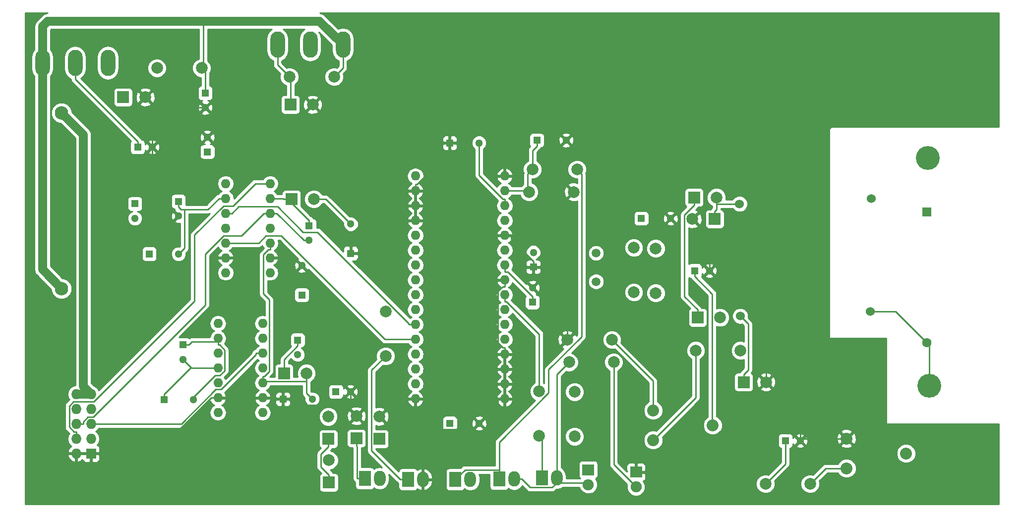
<source format=gbl>
G04 #@! TF.FileFunction,Copper,L2,Bot,Signal*
%FSLAX46Y46*%
G04 Gerber Fmt 4.6, Leading zero omitted, Abs format (unit mm)*
G04 Created by KiCad (PCBNEW 4.0.3+e1-6302~38~ubuntu14.04.1-stable) date Sun Sep  4 15:17:47 2016*
%MOMM*%
%LPD*%
G01*
G04 APERTURE LIST*
%ADD10C,0.100000*%
%ADD11R,1.300000X1.300000*%
%ADD12C,1.300000*%
%ADD13C,1.998980*%
%ADD14R,1.998980X1.998980*%
%ADD15R,2.000000X1.900000*%
%ADD16C,1.900000*%
%ADD17R,1.727200X1.727200*%
%ADD18O,1.727200X1.727200*%
%ADD19R,2.000000X2.600000*%
%ADD20O,2.000000X2.600000*%
%ADD21C,4.064000*%
%ADD22O,2.499360X4.500880*%
%ADD23C,2.301240*%
%ADD24C,2.032000*%
%ADD25C,1.524000*%
%ADD26O,1.600000X1.600000*%
%ADD27C,1.501140*%
%ADD28R,1.600000X1.600000*%
%ADD29C,1.600000*%
%ADD30C,0.250000*%
%ADD31C,1.500000*%
%ADD32C,0.254000*%
G04 APERTURE END LIST*
D10*
D11*
X116205000Y-91389200D03*
D12*
X118705000Y-91389200D03*
D11*
X128118000Y-92202000D03*
D12*
X128118000Y-89702000D03*
D11*
X152603000Y-109550000D03*
D12*
X152603000Y-104550000D03*
D11*
X150063000Y-133198000D03*
D12*
X152563000Y-133198000D03*
D11*
X141021000Y-134468000D03*
D12*
X146021000Y-134468000D03*
D11*
X143535000Y-124384000D03*
D12*
X143535000Y-126884000D03*
D11*
X145491000Y-104826000D03*
D12*
X145491000Y-107326000D03*
D11*
X169520000Y-138608000D03*
D12*
X174520000Y-138608000D03*
X127762000Y-84643600D03*
D11*
X127762000Y-82143600D03*
X123977000Y-125197000D03*
D12*
X123977000Y-127697000D03*
D11*
X115748000Y-101067000D03*
D12*
X115748000Y-103567000D03*
D11*
X120752000Y-134595000D03*
D12*
X125752000Y-134595000D03*
D11*
X118186000Y-109652000D03*
D12*
X123186000Y-109652000D03*
D11*
X123190000Y-100660000D03*
D12*
X123190000Y-103160000D03*
D11*
X144247000Y-116662000D03*
D12*
X144247000Y-111662000D03*
D11*
X184379000Y-90220800D03*
D12*
X189379000Y-90220800D03*
D11*
X169494000Y-90678000D03*
D12*
X174494000Y-90678000D03*
D11*
X183617000Y-117907000D03*
D12*
X183617000Y-115407000D03*
D11*
X183769000Y-111887000D03*
D12*
X183769000Y-109387000D03*
D11*
X202209000Y-103581000D03*
D12*
X207209000Y-103581000D03*
D11*
X226822000Y-141605000D03*
D12*
X229322000Y-141605000D03*
D11*
X211328000Y-112522000D03*
D12*
X213828000Y-112522000D03*
D13*
X117526000Y-82854800D03*
D14*
X113716000Y-82854800D03*
D13*
X145034000Y-130048000D03*
D14*
X141224000Y-130048000D03*
D13*
X146279000Y-100279000D03*
D14*
X142469000Y-100279000D03*
D13*
X146101000Y-84124800D03*
D14*
X142291000Y-84124800D03*
D15*
X193142000Y-146558000D03*
D16*
X193142000Y-149098000D03*
D13*
X148768000Y-137465000D03*
D14*
X148768000Y-141275000D03*
D13*
X153568000Y-137363000D03*
D14*
X153568000Y-141173000D03*
D13*
X157480000Y-137465000D03*
D14*
X157480000Y-141275000D03*
D13*
X148869000Y-144932000D03*
D14*
X148869000Y-148742000D03*
D13*
X215036000Y-99999800D03*
D14*
X211226000Y-99999800D03*
D13*
X215646000Y-120523000D03*
D14*
X211836000Y-120523000D03*
D13*
X210922000Y-103683000D03*
D14*
X214732000Y-103683000D03*
D13*
X223495000Y-131572000D03*
D14*
X219685000Y-131572000D03*
D15*
X201295000Y-146939000D03*
D16*
X201295000Y-149479000D03*
D17*
X108255000Y-143789000D03*
D18*
X105715000Y-143789000D03*
X108255000Y-141249000D03*
X105715000Y-141249000D03*
X108255000Y-138709000D03*
X105715000Y-138709000D03*
X108255000Y-136169000D03*
X105715000Y-136169000D03*
X108255000Y-133629000D03*
X105715000Y-133629000D03*
D19*
X185217000Y-147955000D03*
D20*
X187757000Y-147955000D03*
D19*
X170459000Y-148209000D03*
D20*
X172999000Y-148209000D03*
D19*
X177927000Y-148133000D03*
D20*
X180467000Y-148133000D03*
D19*
X154991000Y-148031000D03*
D20*
X157531000Y-148031000D03*
D21*
X251079000Y-93268800D03*
X251358000Y-132156000D03*
D19*
X162382000Y-148209000D03*
D20*
X164922000Y-148209000D03*
D22*
X105537000Y-76987400D03*
X111125000Y-76987400D03*
X99949000Y-76987400D03*
X145669000Y-73888600D03*
X140081000Y-73888600D03*
X151257000Y-73888600D03*
D23*
X103226000Y-115570000D03*
X103226000Y-85570000D03*
D13*
X127127000Y-77876400D03*
X119507000Y-77876400D03*
X149733000Y-79375000D03*
X142113000Y-79375000D03*
X190805000Y-133248000D03*
X190805000Y-140868000D03*
X184760000Y-133147000D03*
X184760000Y-140767000D03*
X183032000Y-99060000D03*
X190652000Y-99060000D03*
X191237000Y-95199200D03*
X183617000Y-95199200D03*
X204673000Y-116332000D03*
X204673000Y-108712000D03*
X189560000Y-124333000D03*
X197180000Y-124333000D03*
X223393000Y-148971000D03*
X231013000Y-148971000D03*
X200914000Y-108585000D03*
X200914000Y-116205000D03*
X219126000Y-126162000D03*
X211506000Y-126162000D03*
X189865000Y-128168000D03*
X197485000Y-128168000D03*
X158547000Y-119507000D03*
X158547000Y-127127000D03*
D24*
X237236000Y-141224000D03*
X247396000Y-143764000D03*
X237236000Y-146304000D03*
D25*
X219100000Y-120269000D03*
X218973000Y-101092000D03*
X241325000Y-119507000D03*
X241452000Y-100203000D03*
D26*
X137541000Y-136779000D03*
X137541000Y-134239000D03*
X137541000Y-131699000D03*
X137541000Y-129159000D03*
X137541000Y-126619000D03*
X137541000Y-124079000D03*
X137541000Y-121539000D03*
X129921000Y-121539000D03*
X129921000Y-124079000D03*
X129921000Y-126619000D03*
X129921000Y-129159000D03*
X129921000Y-131699000D03*
X129921000Y-134239000D03*
X129921000Y-136779000D03*
X138836000Y-112852000D03*
X138836000Y-110312000D03*
X138836000Y-107772000D03*
X138836000Y-105232000D03*
X138836000Y-102692000D03*
X138836000Y-100152000D03*
X138836000Y-97612000D03*
X131216000Y-97612000D03*
X131216000Y-100152000D03*
X131216000Y-102692000D03*
X131216000Y-105232000D03*
X131216000Y-107772000D03*
X131216000Y-110312000D03*
X131216000Y-112852000D03*
X178867000Y-134417000D03*
X178867000Y-131877000D03*
X178867000Y-129337000D03*
X178867000Y-126797000D03*
X178867000Y-124257000D03*
X178867000Y-121717000D03*
X178867000Y-119177000D03*
X178867000Y-116637000D03*
X178867000Y-114097000D03*
X178867000Y-111557000D03*
X178867000Y-109017000D03*
X178867000Y-106477000D03*
X178867000Y-103937000D03*
X178867000Y-101397000D03*
X178867000Y-98857000D03*
X178867000Y-96317000D03*
X163627000Y-96317000D03*
X163627000Y-98857000D03*
X163627000Y-101397000D03*
X163627000Y-103937000D03*
X163627000Y-106477000D03*
X163627000Y-109017000D03*
X163627000Y-111557000D03*
X163627000Y-114097000D03*
X163627000Y-116637000D03*
X163627000Y-119177000D03*
X163627000Y-121717000D03*
X163627000Y-124257000D03*
X163627000Y-126797000D03*
X163627000Y-129337000D03*
X163627000Y-131877000D03*
X163627000Y-134417000D03*
D24*
X204216000Y-136398000D03*
X214376000Y-138938000D03*
X204216000Y-141478000D03*
D27*
X194488000Y-109497060D03*
X194488000Y-114378940D03*
D28*
X250952000Y-102489000D03*
D29*
X250952000Y-124841000D03*
D30*
X105537000Y-79745900D02*
X116205000Y-90413900D01*
X105537000Y-76987400D02*
X105537000Y-79745900D01*
X116205000Y-91389200D02*
X116205000Y-90413900D01*
X148332000Y-100279000D02*
X152603000Y-104550000D01*
X146279000Y-100279000D02*
X148332000Y-100279000D01*
X137822400Y-130573700D02*
X137541000Y-130573700D01*
X138666300Y-129729800D02*
X137822400Y-130573700D01*
X138666300Y-117456200D02*
X138666300Y-129729800D01*
X137677100Y-116467000D02*
X138666300Y-117456200D01*
X137677100Y-109774900D02*
X137677100Y-116467000D01*
X138554700Y-108897300D02*
X137677100Y-109774900D01*
X138836000Y-108897300D02*
X138554700Y-108897300D01*
X138836000Y-107772000D02*
X138836000Y-108897300D01*
X137541000Y-131699000D02*
X137541000Y-131423300D01*
X137541000Y-131423300D02*
X137541000Y-130573700D01*
X137541000Y-131423300D02*
X145034000Y-131423300D01*
X145034000Y-130048000D02*
X145034000Y-131423300D01*
X145034000Y-133481000D02*
X146021000Y-134468000D01*
X145034000Y-131423300D02*
X145034000Y-133481000D01*
X178867000Y-126797000D02*
X178867000Y-129337000D01*
X178867000Y-129337000D02*
X178867000Y-131877000D01*
X178867000Y-131877000D02*
X178867000Y-134417000D01*
X178585600Y-125671700D02*
X178867000Y-125671700D01*
X177741700Y-124827800D02*
X178585600Y-125671700D01*
X177741700Y-116066300D02*
X177741700Y-124827800D01*
X178585700Y-115222300D02*
X177741700Y-116066300D01*
X178867000Y-115222300D02*
X178585700Y-115222300D01*
X178867000Y-114097000D02*
X178867000Y-115222300D01*
X178867000Y-126797000D02*
X178867000Y-125671700D01*
X213828000Y-106589000D02*
X213828000Y-112522000D01*
X210922000Y-103683000D02*
X213828000Y-106589000D01*
X143007000Y-135478700D02*
X152563000Y-135478700D01*
X141996300Y-134468000D02*
X143007000Y-135478700D01*
X152563000Y-136358000D02*
X152563000Y-135478700D01*
X153568000Y-137363000D02*
X152563000Y-136358000D01*
X152563000Y-135478700D02*
X152563000Y-133198000D01*
X141021000Y-134468000D02*
X141996300Y-134468000D01*
X156888700Y-109550000D02*
X162501700Y-103937000D01*
X152603000Y-109550000D02*
X156888700Y-109550000D01*
X163627000Y-103937000D02*
X162501700Y-103937000D01*
X119245700Y-143789000D02*
X108255000Y-143789000D01*
X128795700Y-134239000D02*
X119245700Y-143789000D01*
X129921000Y-134239000D02*
X128795700Y-134239000D01*
X163627000Y-101397000D02*
X163627000Y-103937000D01*
X189560000Y-121350000D02*
X183617000Y-115407000D01*
X189560000Y-124333000D02*
X189560000Y-121350000D01*
X118705000Y-98675000D02*
X118705000Y-91389200D01*
X123190000Y-103160000D02*
X118705000Y-98675000D01*
X118705000Y-84643600D02*
X127762000Y-84643600D01*
X118705000Y-91389200D02*
X118705000Y-84643600D01*
X118705000Y-84033800D02*
X117526000Y-82854800D01*
X118705000Y-84643600D02*
X118705000Y-84033800D01*
X163627000Y-134417000D02*
X163627000Y-135542300D01*
X164922000Y-148209000D02*
X164922000Y-139621700D01*
X163627000Y-136189800D02*
X163627000Y-135542300D01*
X164922000Y-137484800D02*
X163627000Y-136189800D01*
X164922000Y-139621700D02*
X164922000Y-137484800D01*
X158755200Y-136189800D02*
X157480000Y-137465000D01*
X163627000Y-136189800D02*
X158755200Y-136189800D01*
X173506300Y-139621700D02*
X174520000Y-138608000D01*
X164922000Y-139621700D02*
X173506300Y-139621700D01*
X177741700Y-135386300D02*
X177741700Y-134417000D01*
X174520000Y-138608000D02*
X177741700Y-135386300D01*
X178867000Y-134417000D02*
X177741700Y-134417000D01*
X179992300Y-107135000D02*
X179992300Y-106477000D01*
X183769000Y-110911700D02*
X179992300Y-107135000D01*
X183769000Y-111887000D02*
X183769000Y-110911700D01*
X178867000Y-106477000D02*
X179992300Y-106477000D01*
X223495000Y-122189000D02*
X213828000Y-112522000D01*
X223495000Y-131572000D02*
X223495000Y-122189000D01*
X163627000Y-101397000D02*
X163627000Y-98857000D01*
X169494000Y-92146000D02*
X169494000Y-90678000D01*
X163908300Y-97731700D02*
X169494000Y-92146000D01*
X163627000Y-97731700D02*
X163908300Y-97731700D01*
X163627000Y-98857000D02*
X163627000Y-97731700D01*
X229322000Y-141224000D02*
X237236000Y-141224000D01*
X229322000Y-137399000D02*
X229322000Y-141224000D01*
X223495000Y-131572000D02*
X229322000Y-137399000D01*
X229322000Y-141224000D02*
X229322000Y-141605000D01*
X141224000Y-127670300D02*
X141224000Y-130048000D01*
X143535000Y-125359300D02*
X141224000Y-127670300D01*
X143535000Y-124384000D02*
X143535000Y-125359300D01*
X137541000Y-126619000D02*
X136415700Y-126619000D01*
X108255000Y-138709000D02*
X109443900Y-138709000D01*
X123688800Y-138709000D02*
X109443900Y-138709000D01*
X129573400Y-132824400D02*
X123688800Y-138709000D01*
X130491600Y-132824400D02*
X129573400Y-132824400D01*
X136415700Y-126900300D02*
X130491600Y-132824400D01*
X136415700Y-126619000D02*
X136415700Y-126900300D01*
X141017200Y-100152000D02*
X141144200Y-100279000D01*
X138836000Y-100152000D02*
X141017200Y-100152000D01*
X142469000Y-100279000D02*
X141806600Y-100279000D01*
X141806600Y-100279000D02*
X141144200Y-100279000D01*
X145378300Y-103850700D02*
X145491000Y-103850700D01*
X141806600Y-100279000D02*
X145378300Y-103850700D01*
X145491000Y-104826000D02*
X145491000Y-103850700D01*
X144595300Y-107326000D02*
X145491000Y-107326000D01*
X139961300Y-102692000D02*
X144595300Y-107326000D01*
X139398700Y-102692000D02*
X139961300Y-102692000D01*
X139398700Y-102692000D02*
X138836000Y-102692000D01*
X106903900Y-138337400D02*
X106903900Y-138709000D01*
X107721200Y-137520100D02*
X106903900Y-138337400D01*
X108603100Y-137520100D02*
X107721200Y-137520100D01*
X127733300Y-118389900D02*
X108603100Y-137520100D01*
X127733300Y-109647300D02*
X127733300Y-118389900D01*
X130878600Y-106502000D02*
X127733300Y-109647300D01*
X133900700Y-106502000D02*
X130878600Y-106502000D01*
X137710700Y-102692000D02*
X133900700Y-106502000D01*
X138836000Y-102692000D02*
X137710700Y-102692000D01*
X105715000Y-138709000D02*
X106903900Y-138709000D01*
D31*
X99949000Y-112293000D02*
X103226000Y-115570000D01*
X99949000Y-76987400D02*
X99949000Y-112293000D01*
D30*
X151257000Y-77851000D02*
X151257000Y-73888600D01*
X149733000Y-79375000D02*
X151257000Y-77851000D01*
D31*
X100863000Y-69850000D02*
X127444500Y-69850000D01*
X99949000Y-70764400D02*
X100863000Y-69850000D01*
X99949000Y-76987400D02*
X99949000Y-70764400D01*
X147218000Y-69850000D02*
X151257000Y-73888600D01*
X127444500Y-69850000D02*
X147218000Y-69850000D01*
D30*
X127127000Y-77876400D02*
X127444500Y-77876400D01*
X127762000Y-78193900D02*
X127444500Y-77876400D01*
X127762000Y-82143600D02*
X127762000Y-78193900D01*
X127444500Y-77876400D02*
X127444500Y-69850000D01*
X187757000Y-130276000D02*
X187757000Y-147955000D01*
X189865000Y-128168000D02*
X187757000Y-130276000D01*
X123190000Y-100660000D02*
X123190000Y-101635300D01*
X131216000Y-100152000D02*
X130090700Y-100152000D01*
X124165300Y-108672700D02*
X124165300Y-102022600D01*
X123186000Y-109652000D02*
X124165300Y-108672700D01*
X123577300Y-102022600D02*
X124165300Y-102022600D01*
X123190000Y-101635300D02*
X123577300Y-102022600D01*
X128220100Y-102022600D02*
X130090700Y-100152000D01*
X124165300Y-102022600D02*
X128220100Y-102022600D01*
X187757000Y-147955000D02*
X187757000Y-148767600D01*
X180467000Y-148133000D02*
X181792300Y-148133000D01*
X192811600Y-148767600D02*
X187757000Y-148767600D01*
X193142000Y-149098000D02*
X192811600Y-148767600D01*
X183239700Y-149580400D02*
X181792300Y-148133000D01*
X186944200Y-149580400D02*
X183239700Y-149580400D01*
X187757000Y-148767600D02*
X186944200Y-149580400D01*
X125752000Y-134174100D02*
X125752000Y-134595000D01*
X129497100Y-130429000D02*
X125752000Y-134174100D01*
X130245700Y-130429000D02*
X129497100Y-130429000D01*
X131059800Y-129614900D02*
X130245700Y-130429000D01*
X131059800Y-126061800D02*
X131059800Y-129614900D01*
X130202300Y-125204300D02*
X131059800Y-126061800D01*
X129921000Y-125204300D02*
X130202300Y-125204300D01*
X129921000Y-124079000D02*
X129921000Y-124641600D01*
X129921000Y-124641600D02*
X129921000Y-125204300D01*
X125507700Y-124641600D02*
X124952300Y-125197000D01*
X129921000Y-124641600D02*
X125507700Y-124641600D01*
X123977000Y-125197000D02*
X124952300Y-125197000D01*
X120752000Y-134595000D02*
X120752000Y-133619700D01*
X125325900Y-129045800D02*
X120752000Y-133619700D01*
X125439000Y-129159000D02*
X125325900Y-129045800D01*
X129921000Y-129159000D02*
X125439000Y-129159000D01*
X125325900Y-129045800D02*
X123977000Y-127697000D01*
X178867000Y-98857000D02*
X182829000Y-98857000D01*
X182829000Y-98857000D02*
X183032000Y-99060000D01*
X184379000Y-90220800D02*
X184379000Y-91196100D01*
X182829000Y-95987200D02*
X183617000Y-95199200D01*
X182829000Y-98857000D02*
X182829000Y-95987200D01*
X183617000Y-91958100D02*
X184379000Y-91196100D01*
X183617000Y-95199200D02*
X183617000Y-91958100D01*
X174494000Y-96180000D02*
X174494000Y-90678000D01*
X178585700Y-100271700D02*
X174494000Y-96180000D01*
X178867000Y-100271700D02*
X178585700Y-100271700D01*
X178867000Y-101397000D02*
X178867000Y-100271700D01*
X179367600Y-112682300D02*
X183617000Y-116931700D01*
X178867000Y-112682300D02*
X179367600Y-112682300D01*
X178867000Y-111557000D02*
X178867000Y-112682300D01*
X183617000Y-117907000D02*
X183617000Y-116931700D01*
X226822000Y-145542000D02*
X226822000Y-141605000D01*
X223393000Y-148971000D02*
X226822000Y-145542000D01*
X147529100Y-143838700D02*
X148768000Y-142599800D01*
X147529100Y-146077300D02*
X147529100Y-143838700D01*
X148869000Y-147417200D02*
X147529100Y-146077300D01*
X148869000Y-148742000D02*
X148869000Y-147417200D01*
X148768000Y-141275000D02*
X148768000Y-142599800D01*
X214321100Y-116490400D02*
X211328000Y-113497300D01*
X214321100Y-138883100D02*
X214321100Y-116490400D01*
X214376000Y-138938000D02*
X214321100Y-138883100D01*
X211328000Y-112522000D02*
X211328000Y-113497300D01*
X251358000Y-125247000D02*
X251358000Y-132156000D01*
X250952000Y-124841000D02*
X251358000Y-125247000D01*
X245618000Y-119507000D02*
X250952000Y-124841000D01*
X241325000Y-119507000D02*
X245618000Y-119507000D01*
X142291000Y-79553000D02*
X142291000Y-84124800D01*
X142113000Y-79375000D02*
X142291000Y-79553000D01*
X140081000Y-77343000D02*
X142113000Y-79375000D01*
X140081000Y-73888600D02*
X140081000Y-77343000D01*
X153665700Y-142595500D02*
X153568000Y-142497800D01*
X153665700Y-148031000D02*
X153665700Y-142595500D01*
X154991000Y-148031000D02*
X153665700Y-148031000D01*
X153568000Y-141173000D02*
X153568000Y-142497800D01*
X214732000Y-103683000D02*
X214732000Y-102358200D01*
X218973000Y-101092000D02*
X215036000Y-101092000D01*
X215036000Y-102054200D02*
X215036000Y-101092000D01*
X214732000Y-102358200D02*
X215036000Y-102054200D01*
X215036000Y-101092000D02*
X215036000Y-99999800D01*
X209585100Y-102965500D02*
X211226000Y-101324600D01*
X209585100Y-116947300D02*
X209585100Y-102965500D01*
X211836000Y-119198200D02*
X209585100Y-116947300D01*
X211836000Y-120523000D02*
X211836000Y-119198200D01*
X211226000Y-99999800D02*
X211226000Y-101324600D01*
X220461200Y-121630200D02*
X219100000Y-120269000D01*
X220461200Y-129471000D02*
X220461200Y-121630200D01*
X219685000Y-130247200D02*
X220461200Y-129471000D01*
X219685000Y-131572000D02*
X219685000Y-130247200D01*
X197485000Y-145669000D02*
X201295000Y-149479000D01*
X197485000Y-128168000D02*
X197485000Y-145669000D01*
X105715000Y-141249000D02*
X105715000Y-140060100D01*
X105343400Y-140060100D02*
X105715000Y-140060100D01*
X104526100Y-139242800D02*
X105343400Y-140060100D01*
X104526100Y-135641500D02*
X104526100Y-139242800D01*
X105268600Y-134899000D02*
X104526100Y-135641500D01*
X108708800Y-134899000D02*
X105268600Y-134899000D01*
X125925900Y-117681900D02*
X108708800Y-134899000D01*
X125925900Y-106380800D02*
X125925900Y-117681900D01*
X130884700Y-101422000D02*
X125925900Y-106380800D01*
X132481300Y-101422000D02*
X130884700Y-101422000D01*
X136291300Y-97612000D02*
X132481300Y-101422000D01*
X138836000Y-97612000D02*
X136291300Y-97612000D01*
D31*
X105715000Y-133629000D02*
X108255000Y-133629000D01*
X106934000Y-89278400D02*
X103226000Y-85570000D01*
X106934000Y-132309000D02*
X106934000Y-89278400D01*
X108255000Y-133629000D02*
X106934000Y-132309000D01*
D30*
X185217000Y-141224000D02*
X185217000Y-147955000D01*
X184760000Y-140767000D02*
X185217000Y-141224000D01*
X172101400Y-146566600D02*
X170459000Y-148209000D01*
X177927000Y-146566600D02*
X172101400Y-146566600D01*
X177927000Y-141867700D02*
X177927000Y-146566600D01*
X186373800Y-133420900D02*
X177927000Y-141867700D01*
X186373800Y-129413800D02*
X186373800Y-133420900D01*
X191984700Y-123802900D02*
X186373800Y-129413800D01*
X191984700Y-95946900D02*
X191984700Y-123802900D01*
X191237000Y-95199200D02*
X191984700Y-95946900D01*
X177927000Y-146566600D02*
X177927000Y-148133000D01*
X156155100Y-143307400D02*
X161056700Y-148209000D01*
X156155100Y-129518900D02*
X156155100Y-143307400D01*
X158547000Y-127127000D02*
X156155100Y-129518900D01*
X162382000Y-148209000D02*
X161056700Y-148209000D01*
X184760000Y-123374000D02*
X184760000Y-133147000D01*
X179148300Y-117762300D02*
X184760000Y-123374000D01*
X178867000Y-117762300D02*
X179148300Y-117762300D01*
X178867000Y-116637000D02*
X178867000Y-117762300D01*
X204216000Y-131369000D02*
X197180000Y-124333000D01*
X204216000Y-136398000D02*
X204216000Y-131369000D01*
X233680000Y-146304000D02*
X231013000Y-148971000D01*
X237236000Y-146304000D02*
X233680000Y-146304000D01*
X211506000Y-134188000D02*
X211506000Y-126162000D01*
X204216000Y-141478000D02*
X211506000Y-134188000D01*
X133466600Y-101566700D02*
X132341300Y-102692000D01*
X140093900Y-101566700D02*
X133466600Y-101566700D01*
X144443900Y-105916700D02*
X140093900Y-101566700D01*
X146921600Y-105916700D02*
X144443900Y-105916700D01*
X162501700Y-121496800D02*
X146921600Y-105916700D01*
X162501700Y-121717000D02*
X162501700Y-121496800D01*
X163627000Y-121717000D02*
X162501700Y-121717000D01*
X131216000Y-102692000D02*
X132341300Y-102692000D01*
X136891000Y-107772000D02*
X131216000Y-107772000D01*
X138082500Y-106580500D02*
X136891000Y-107772000D01*
X140755900Y-106580500D02*
X138082500Y-106580500D01*
X158432400Y-124257000D02*
X140755900Y-106580500D01*
X163627000Y-124257000D02*
X158432400Y-124257000D01*
D32*
G36*
X100598212Y-68517670D02*
X100332983Y-68570427D01*
X100332854Y-68570513D01*
X100332704Y-68570543D01*
X100109007Y-68720083D01*
X99883657Y-68870657D01*
X99883571Y-68870785D01*
X99883443Y-68870871D01*
X98969443Y-69785271D01*
X98820164Y-70008790D01*
X98669427Y-70234383D01*
X98669397Y-70234536D01*
X98669311Y-70234664D01*
X98616728Y-70499320D01*
X98564000Y-70764400D01*
X98564000Y-74675758D01*
X98207783Y-75208875D01*
X98064320Y-75930111D01*
X98064320Y-78044689D01*
X98207783Y-78765925D01*
X98564000Y-79299042D01*
X98564000Y-112293000D01*
X98669427Y-112823017D01*
X98923742Y-113203626D01*
X98969657Y-113272343D01*
X101440229Y-115742915D01*
X101440071Y-115923623D01*
X101711343Y-116580151D01*
X102213207Y-117082892D01*
X102869260Y-117355309D01*
X103579623Y-117355929D01*
X104236151Y-117084657D01*
X104738892Y-116582793D01*
X105011309Y-115926740D01*
X105011929Y-115216377D01*
X104740657Y-114559849D01*
X104238793Y-114057108D01*
X103582740Y-113784691D01*
X103399217Y-113784531D01*
X101334000Y-111719314D01*
X101334000Y-85923623D01*
X101440071Y-85923623D01*
X101711343Y-86580151D01*
X102213207Y-87082892D01*
X102869260Y-87355309D01*
X103052696Y-87355469D01*
X105549000Y-89852042D01*
X105549000Y-132134060D01*
X105141511Y-132215115D01*
X104655330Y-132539971D01*
X104330474Y-133026152D01*
X104216400Y-133599641D01*
X104216400Y-133658359D01*
X104330474Y-134231848D01*
X104542953Y-134549845D01*
X103988699Y-135104099D01*
X103823952Y-135350661D01*
X103766100Y-135641500D01*
X103766100Y-139242800D01*
X103823952Y-139533639D01*
X103988699Y-139780201D01*
X104540430Y-140331932D01*
X104330474Y-140646152D01*
X104216400Y-141219641D01*
X104216400Y-141278359D01*
X104330474Y-141851848D01*
X104655330Y-142338029D01*
X104926161Y-142518992D01*
X104508179Y-142900510D01*
X104260032Y-143429973D01*
X104380531Y-143662000D01*
X105588000Y-143662000D01*
X105588000Y-143642000D01*
X105842000Y-143642000D01*
X105842000Y-143662000D01*
X108128000Y-143662000D01*
X108128000Y-143642000D01*
X108382000Y-143642000D01*
X108382000Y-143662000D01*
X109594850Y-143662000D01*
X109753600Y-143503250D01*
X109753600Y-142799091D01*
X109656927Y-142565702D01*
X109478299Y-142387073D01*
X109324474Y-142323356D01*
X109639526Y-141851848D01*
X109753600Y-141278359D01*
X109753600Y-141219641D01*
X109639526Y-140646152D01*
X109314670Y-140159971D01*
X109043828Y-139979000D01*
X109314670Y-139798029D01*
X109534520Y-139469000D01*
X123688800Y-139469000D01*
X123979639Y-139411148D01*
X124226201Y-139246401D01*
X128633205Y-134839397D01*
X128689959Y-134976423D01*
X129065866Y-135391389D01*
X129282703Y-135494014D01*
X128878189Y-135764302D01*
X128567120Y-136229849D01*
X128457887Y-136779000D01*
X128567120Y-137328151D01*
X128878189Y-137793698D01*
X129343736Y-138104767D01*
X129892887Y-138214000D01*
X129949113Y-138214000D01*
X130498264Y-138104767D01*
X130963811Y-137793698D01*
X131274880Y-137328151D01*
X131384113Y-136779000D01*
X136077887Y-136779000D01*
X136187120Y-137328151D01*
X136498189Y-137793698D01*
X136963736Y-138104767D01*
X137512887Y-138214000D01*
X137569113Y-138214000D01*
X138118264Y-138104767D01*
X138583811Y-137793698D01*
X138587154Y-137788694D01*
X147133226Y-137788694D01*
X147381538Y-138389655D01*
X147840927Y-138849846D01*
X148441453Y-139099206D01*
X149091694Y-139099774D01*
X149692655Y-138851462D01*
X150029541Y-138515163D01*
X152595443Y-138515163D01*
X152694042Y-138781965D01*
X153303582Y-139008401D01*
X153953377Y-138984341D01*
X154441958Y-138781965D01*
X154540557Y-138515163D01*
X153568000Y-137542605D01*
X152595443Y-138515163D01*
X150029541Y-138515163D01*
X150152846Y-138392073D01*
X150402206Y-137791547D01*
X150402774Y-137141306D01*
X150385121Y-137098582D01*
X151922599Y-137098582D01*
X151946659Y-137748377D01*
X152149035Y-138236958D01*
X152415837Y-138335557D01*
X153388395Y-137363000D01*
X153747605Y-137363000D01*
X154720163Y-138335557D01*
X154986965Y-138236958D01*
X155213401Y-137627418D01*
X155189341Y-136977623D01*
X154986965Y-136489042D01*
X154720163Y-136390443D01*
X153747605Y-137363000D01*
X153388395Y-137363000D01*
X152415837Y-136390443D01*
X152149035Y-136489042D01*
X151922599Y-137098582D01*
X150385121Y-137098582D01*
X150154462Y-136540345D01*
X149825529Y-136210837D01*
X152595443Y-136210837D01*
X153568000Y-137183395D01*
X154540557Y-136210837D01*
X154441958Y-135944035D01*
X153832418Y-135717599D01*
X153182623Y-135741659D01*
X152694042Y-135944035D01*
X152595443Y-136210837D01*
X149825529Y-136210837D01*
X149695073Y-136080154D01*
X149094547Y-135830794D01*
X148444306Y-135830226D01*
X147843345Y-136078538D01*
X147383154Y-136537927D01*
X147133794Y-137138453D01*
X147133226Y-137788694D01*
X138587154Y-137788694D01*
X138894880Y-137328151D01*
X139004113Y-136779000D01*
X138894880Y-136229849D01*
X138583811Y-135764302D01*
X138179297Y-135494014D01*
X138396134Y-135391389D01*
X138772041Y-134976423D01*
X138864268Y-134753750D01*
X139736000Y-134753750D01*
X139736000Y-135244310D01*
X139832673Y-135477699D01*
X140011302Y-135656327D01*
X140244691Y-135753000D01*
X140735250Y-135753000D01*
X140894000Y-135594250D01*
X140894000Y-134595000D01*
X141148000Y-134595000D01*
X141148000Y-135594250D01*
X141306750Y-135753000D01*
X141797309Y-135753000D01*
X142030698Y-135656327D01*
X142209327Y-135477699D01*
X142306000Y-135244310D01*
X142306000Y-134753750D01*
X142147250Y-134595000D01*
X141148000Y-134595000D01*
X140894000Y-134595000D01*
X139894750Y-134595000D01*
X139736000Y-134753750D01*
X138864268Y-134753750D01*
X138932904Y-134588039D01*
X138810915Y-134366000D01*
X137668000Y-134366000D01*
X137668000Y-134386000D01*
X137414000Y-134386000D01*
X137414000Y-134366000D01*
X136271085Y-134366000D01*
X136149096Y-134588039D01*
X136309959Y-134976423D01*
X136685866Y-135391389D01*
X136902703Y-135494014D01*
X136498189Y-135764302D01*
X136187120Y-136229849D01*
X136077887Y-136779000D01*
X131384113Y-136779000D01*
X131274880Y-136229849D01*
X130963811Y-135764302D01*
X130559297Y-135494014D01*
X130776134Y-135391389D01*
X131152041Y-134976423D01*
X131312904Y-134588039D01*
X131190915Y-134366000D01*
X130048000Y-134366000D01*
X130048000Y-134386000D01*
X129794000Y-134386000D01*
X129794000Y-134366000D01*
X129774000Y-134366000D01*
X129774000Y-134112000D01*
X129794000Y-134112000D01*
X129794000Y-134092000D01*
X130048000Y-134092000D01*
X130048000Y-134112000D01*
X131190915Y-134112000D01*
X131312904Y-133889961D01*
X131152041Y-133501577D01*
X131026771Y-133363291D01*
X131029001Y-133361801D01*
X136653397Y-127737405D01*
X136880275Y-127889000D01*
X136498189Y-128144302D01*
X136187120Y-128609849D01*
X136077887Y-129159000D01*
X136187120Y-129708151D01*
X136498189Y-130173698D01*
X136818053Y-130387424D01*
X136798978Y-130483321D01*
X136498189Y-130684302D01*
X136187120Y-131149849D01*
X136077887Y-131699000D01*
X136187120Y-132248151D01*
X136498189Y-132713698D01*
X136902703Y-132983986D01*
X136685866Y-133086611D01*
X136309959Y-133501577D01*
X136149096Y-133889961D01*
X136271085Y-134112000D01*
X137414000Y-134112000D01*
X137414000Y-134092000D01*
X137668000Y-134092000D01*
X137668000Y-134112000D01*
X138810915Y-134112000D01*
X138932904Y-133889961D01*
X138850784Y-133691690D01*
X139736000Y-133691690D01*
X139736000Y-134182250D01*
X139894750Y-134341000D01*
X140894000Y-134341000D01*
X140894000Y-133341750D01*
X141148000Y-133341750D01*
X141148000Y-134341000D01*
X142147250Y-134341000D01*
X142306000Y-134182250D01*
X142306000Y-133691690D01*
X142209327Y-133458301D01*
X142030698Y-133279673D01*
X141797309Y-133183000D01*
X141306750Y-133183000D01*
X141148000Y-133341750D01*
X140894000Y-133341750D01*
X140735250Y-133183000D01*
X140244691Y-133183000D01*
X140011302Y-133279673D01*
X139832673Y-133458301D01*
X139736000Y-133691690D01*
X138850784Y-133691690D01*
X138772041Y-133501577D01*
X138396134Y-133086611D01*
X138179297Y-132983986D01*
X138583811Y-132713698D01*
X138894880Y-132248151D01*
X138907780Y-132183300D01*
X144274000Y-132183300D01*
X144274000Y-133481000D01*
X144331852Y-133771839D01*
X144496599Y-134018401D01*
X144736182Y-134257984D01*
X144735777Y-134722481D01*
X144930995Y-135194943D01*
X145292155Y-135556735D01*
X145764276Y-135752777D01*
X146275481Y-135753223D01*
X146747943Y-135558005D01*
X147109735Y-135196845D01*
X147305777Y-134724724D01*
X147306223Y-134213519D01*
X147111005Y-133741057D01*
X146749845Y-133379265D01*
X146277724Y-133183223D01*
X145810617Y-133182815D01*
X145794000Y-133166198D01*
X145794000Y-132548000D01*
X148765560Y-132548000D01*
X148765560Y-133848000D01*
X148809838Y-134083317D01*
X148948910Y-134299441D01*
X149161110Y-134444431D01*
X149413000Y-134495440D01*
X150713000Y-134495440D01*
X150948317Y-134451162D01*
X151164441Y-134312090D01*
X151309431Y-134099890D01*
X151310012Y-134097016D01*
X151843590Y-134097016D01*
X151899271Y-134327611D01*
X152382078Y-134495622D01*
X152892428Y-134466083D01*
X153226729Y-134327611D01*
X153282410Y-134097016D01*
X152563000Y-133377605D01*
X151843590Y-134097016D01*
X151310012Y-134097016D01*
X151360440Y-133848000D01*
X151360440Y-133685615D01*
X151433389Y-133861729D01*
X151663984Y-133917410D01*
X152383395Y-133198000D01*
X152742605Y-133198000D01*
X153462016Y-133917410D01*
X153692611Y-133861729D01*
X153860622Y-133378922D01*
X153831083Y-132868572D01*
X153692611Y-132534271D01*
X153462016Y-132478590D01*
X152742605Y-133198000D01*
X152383395Y-133198000D01*
X151663984Y-132478590D01*
X151433389Y-132534271D01*
X151360440Y-132743902D01*
X151360440Y-132548000D01*
X151316162Y-132312683D01*
X151307347Y-132298984D01*
X151843590Y-132298984D01*
X152563000Y-133018395D01*
X153282410Y-132298984D01*
X153226729Y-132068389D01*
X152743922Y-131900378D01*
X152233572Y-131929917D01*
X151899271Y-132068389D01*
X151843590Y-132298984D01*
X151307347Y-132298984D01*
X151177090Y-132096559D01*
X150964890Y-131951569D01*
X150713000Y-131900560D01*
X149413000Y-131900560D01*
X149177683Y-131944838D01*
X148961559Y-132083910D01*
X148816569Y-132296110D01*
X148765560Y-132548000D01*
X145794000Y-132548000D01*
X145794000Y-131502496D01*
X145958655Y-131434462D01*
X146418846Y-130975073D01*
X146668206Y-130374547D01*
X146668774Y-129724306D01*
X146420462Y-129123345D01*
X145961073Y-128663154D01*
X145360547Y-128413794D01*
X144710306Y-128413226D01*
X144109345Y-128661538D01*
X143649154Y-129120927D01*
X143399794Y-129721453D01*
X143399226Y-130371694D01*
X143519715Y-130663300D01*
X142870930Y-130663300D01*
X142870930Y-129048510D01*
X142826652Y-128813193D01*
X142687580Y-128597069D01*
X142475380Y-128452079D01*
X142223490Y-128401070D01*
X141984000Y-128401070D01*
X141984000Y-127985102D01*
X142419606Y-127549496D01*
X142444995Y-127610943D01*
X142806155Y-127972735D01*
X143278276Y-128168777D01*
X143789481Y-128169223D01*
X144261943Y-127974005D01*
X144623735Y-127612845D01*
X144819777Y-127140724D01*
X144820223Y-126629519D01*
X144625005Y-126157057D01*
X144263845Y-125795265D01*
X144167038Y-125755067D01*
X144220725Y-125674718D01*
X144420317Y-125637162D01*
X144636441Y-125498090D01*
X144781431Y-125285890D01*
X144832440Y-125034000D01*
X144832440Y-123734000D01*
X144788162Y-123498683D01*
X144649090Y-123282559D01*
X144436890Y-123137569D01*
X144185000Y-123086560D01*
X142885000Y-123086560D01*
X142649683Y-123130838D01*
X142433559Y-123269910D01*
X142288569Y-123482110D01*
X142237560Y-123734000D01*
X142237560Y-125034000D01*
X142281838Y-125269317D01*
X142386904Y-125432594D01*
X140686599Y-127132899D01*
X140521852Y-127379461D01*
X140464000Y-127670300D01*
X140464000Y-128401070D01*
X140224510Y-128401070D01*
X139989193Y-128445348D01*
X139773069Y-128584420D01*
X139628079Y-128796620D01*
X139577070Y-129048510D01*
X139577070Y-130663300D01*
X138807602Y-130663300D01*
X139203701Y-130267201D01*
X139368448Y-130020639D01*
X139426300Y-129729800D01*
X139426300Y-117456200D01*
X139368448Y-117165361D01*
X139203701Y-116918799D01*
X138437100Y-116152198D01*
X138437100Y-116012000D01*
X142949560Y-116012000D01*
X142949560Y-117312000D01*
X142993838Y-117547317D01*
X143132910Y-117763441D01*
X143345110Y-117908431D01*
X143597000Y-117959440D01*
X144897000Y-117959440D01*
X145132317Y-117915162D01*
X145348441Y-117776090D01*
X145493431Y-117563890D01*
X145544440Y-117312000D01*
X145544440Y-116012000D01*
X145500162Y-115776683D01*
X145361090Y-115560559D01*
X145148890Y-115415569D01*
X144897000Y-115364560D01*
X143597000Y-115364560D01*
X143361683Y-115408838D01*
X143145559Y-115547910D01*
X143000569Y-115760110D01*
X142949560Y-116012000D01*
X138437100Y-116012000D01*
X138437100Y-114213246D01*
X138807887Y-114287000D01*
X138864113Y-114287000D01*
X139413264Y-114177767D01*
X139878811Y-113866698D01*
X140189880Y-113401151D01*
X140299113Y-112852000D01*
X140241233Y-112561016D01*
X143527590Y-112561016D01*
X143583271Y-112791611D01*
X144066078Y-112959622D01*
X144576428Y-112930083D01*
X144910729Y-112791611D01*
X144966410Y-112561016D01*
X144247000Y-111841605D01*
X143527590Y-112561016D01*
X140241233Y-112561016D01*
X140189880Y-112302849D01*
X139878811Y-111837302D01*
X139474297Y-111567014D01*
X139655871Y-111481078D01*
X142949378Y-111481078D01*
X142978917Y-111991428D01*
X143117389Y-112325729D01*
X143347984Y-112381410D01*
X144067395Y-111662000D01*
X143347984Y-110942590D01*
X143117389Y-110998271D01*
X142949378Y-111481078D01*
X139655871Y-111481078D01*
X139691134Y-111464389D01*
X140067041Y-111049423D01*
X140227904Y-110661039D01*
X140105915Y-110439000D01*
X138963000Y-110439000D01*
X138963000Y-110459000D01*
X138709000Y-110459000D01*
X138709000Y-110439000D01*
X138689000Y-110439000D01*
X138689000Y-110185000D01*
X138709000Y-110185000D01*
X138709000Y-110165000D01*
X138963000Y-110165000D01*
X138963000Y-110185000D01*
X140105915Y-110185000D01*
X140227904Y-109962961D01*
X140067041Y-109574577D01*
X139691134Y-109159611D01*
X139556498Y-109095890D01*
X139578022Y-108987679D01*
X139878811Y-108786698D01*
X140189880Y-108321151D01*
X140299113Y-107772000D01*
X140213282Y-107340500D01*
X140441098Y-107340500D01*
X143618426Y-110517828D01*
X143583271Y-110532389D01*
X143527590Y-110762984D01*
X144247000Y-111482395D01*
X144261142Y-111468252D01*
X144440748Y-111647858D01*
X144426605Y-111662000D01*
X145146016Y-112381410D01*
X145376611Y-112325729D01*
X145389445Y-112288847D01*
X157894999Y-124794401D01*
X158141561Y-124959148D01*
X158432400Y-125017000D01*
X162414005Y-125017000D01*
X162584189Y-125271698D01*
X162966275Y-125527000D01*
X162584189Y-125782302D01*
X162273120Y-126247849D01*
X162163887Y-126797000D01*
X162273120Y-127346151D01*
X162584189Y-127811698D01*
X162966275Y-128067000D01*
X162584189Y-128322302D01*
X162273120Y-128787849D01*
X162163887Y-129337000D01*
X162273120Y-129886151D01*
X162584189Y-130351698D01*
X162966275Y-130607000D01*
X162584189Y-130862302D01*
X162273120Y-131327849D01*
X162163887Y-131877000D01*
X162273120Y-132426151D01*
X162584189Y-132891698D01*
X162988703Y-133161986D01*
X162771866Y-133264611D01*
X162395959Y-133679577D01*
X162235096Y-134067961D01*
X162357085Y-134290000D01*
X163500000Y-134290000D01*
X163500000Y-134270000D01*
X163754000Y-134270000D01*
X163754000Y-134290000D01*
X164896915Y-134290000D01*
X165018904Y-134067961D01*
X164858041Y-133679577D01*
X164482134Y-133264611D01*
X164265297Y-133161986D01*
X164669811Y-132891698D01*
X164980880Y-132426151D01*
X165020684Y-132226039D01*
X177475096Y-132226039D01*
X177635959Y-132614423D01*
X178011866Y-133029389D01*
X178260367Y-133147000D01*
X178011866Y-133264611D01*
X177635959Y-133679577D01*
X177475096Y-134067961D01*
X177597085Y-134290000D01*
X178740000Y-134290000D01*
X178740000Y-132004000D01*
X178994000Y-132004000D01*
X178994000Y-134290000D01*
X180136915Y-134290000D01*
X180258904Y-134067961D01*
X180098041Y-133679577D01*
X179722134Y-133264611D01*
X179473633Y-133147000D01*
X179722134Y-133029389D01*
X180098041Y-132614423D01*
X180258904Y-132226039D01*
X180136915Y-132004000D01*
X178994000Y-132004000D01*
X178740000Y-132004000D01*
X177597085Y-132004000D01*
X177475096Y-132226039D01*
X165020684Y-132226039D01*
X165090113Y-131877000D01*
X164980880Y-131327849D01*
X164669811Y-130862302D01*
X164287725Y-130607000D01*
X164669811Y-130351698D01*
X164980880Y-129886151D01*
X165020684Y-129686039D01*
X177475096Y-129686039D01*
X177635959Y-130074423D01*
X178011866Y-130489389D01*
X178260367Y-130607000D01*
X178011866Y-130724611D01*
X177635959Y-131139577D01*
X177475096Y-131527961D01*
X177597085Y-131750000D01*
X178740000Y-131750000D01*
X178740000Y-129464000D01*
X178994000Y-129464000D01*
X178994000Y-131750000D01*
X180136915Y-131750000D01*
X180258904Y-131527961D01*
X180098041Y-131139577D01*
X179722134Y-130724611D01*
X179473633Y-130607000D01*
X179722134Y-130489389D01*
X180098041Y-130074423D01*
X180258904Y-129686039D01*
X180136915Y-129464000D01*
X178994000Y-129464000D01*
X178740000Y-129464000D01*
X177597085Y-129464000D01*
X177475096Y-129686039D01*
X165020684Y-129686039D01*
X165090113Y-129337000D01*
X164980880Y-128787849D01*
X164669811Y-128322302D01*
X164287725Y-128067000D01*
X164669811Y-127811698D01*
X164980880Y-127346151D01*
X165020684Y-127146039D01*
X177475096Y-127146039D01*
X177635959Y-127534423D01*
X178011866Y-127949389D01*
X178260367Y-128067000D01*
X178011866Y-128184611D01*
X177635959Y-128599577D01*
X177475096Y-128987961D01*
X177597085Y-129210000D01*
X178740000Y-129210000D01*
X178740000Y-126924000D01*
X178994000Y-126924000D01*
X178994000Y-129210000D01*
X180136915Y-129210000D01*
X180258904Y-128987961D01*
X180098041Y-128599577D01*
X179722134Y-128184611D01*
X179473633Y-128067000D01*
X179722134Y-127949389D01*
X180098041Y-127534423D01*
X180258904Y-127146039D01*
X180136915Y-126924000D01*
X178994000Y-126924000D01*
X178740000Y-126924000D01*
X177597085Y-126924000D01*
X177475096Y-127146039D01*
X165020684Y-127146039D01*
X165090113Y-126797000D01*
X164980880Y-126247849D01*
X164669811Y-125782302D01*
X164287725Y-125527000D01*
X164669811Y-125271698D01*
X164980880Y-124806151D01*
X165090113Y-124257000D01*
X164980880Y-123707849D01*
X164669811Y-123242302D01*
X164287725Y-122987000D01*
X164669811Y-122731698D01*
X164980880Y-122266151D01*
X165090113Y-121717000D01*
X164980880Y-121167849D01*
X164669811Y-120702302D01*
X164287725Y-120447000D01*
X164669811Y-120191698D01*
X164980880Y-119726151D01*
X165090113Y-119177000D01*
X164980880Y-118627849D01*
X164669811Y-118162302D01*
X164287725Y-117907000D01*
X164669811Y-117651698D01*
X164980880Y-117186151D01*
X165090113Y-116637000D01*
X164980880Y-116087849D01*
X164669811Y-115622302D01*
X164287725Y-115367000D01*
X164669811Y-115111698D01*
X164980880Y-114646151D01*
X165090113Y-114097000D01*
X164980880Y-113547849D01*
X164669811Y-113082302D01*
X164287725Y-112827000D01*
X164669811Y-112571698D01*
X164980880Y-112106151D01*
X165090113Y-111557000D01*
X164980880Y-111007849D01*
X164669811Y-110542302D01*
X164287725Y-110287000D01*
X164669811Y-110031698D01*
X164980880Y-109566151D01*
X165090113Y-109017000D01*
X164980880Y-108467849D01*
X164669811Y-108002302D01*
X164287725Y-107747000D01*
X164669811Y-107491698D01*
X164980880Y-107026151D01*
X165090113Y-106477000D01*
X164980880Y-105927849D01*
X164669811Y-105462302D01*
X164265297Y-105192014D01*
X164482134Y-105089389D01*
X164858041Y-104674423D01*
X165018904Y-104286039D01*
X164896915Y-104064000D01*
X163754000Y-104064000D01*
X163754000Y-104084000D01*
X163500000Y-104084000D01*
X163500000Y-104064000D01*
X162357085Y-104064000D01*
X162235096Y-104286039D01*
X162395959Y-104674423D01*
X162771866Y-105089389D01*
X162988703Y-105192014D01*
X162584189Y-105462302D01*
X162273120Y-105927849D01*
X162163887Y-106477000D01*
X162273120Y-107026151D01*
X162584189Y-107491698D01*
X162966275Y-107747000D01*
X162584189Y-108002302D01*
X162273120Y-108467849D01*
X162163887Y-109017000D01*
X162273120Y-109566151D01*
X162584189Y-110031698D01*
X162966275Y-110287000D01*
X162584189Y-110542302D01*
X162273120Y-111007849D01*
X162163887Y-111557000D01*
X162273120Y-112106151D01*
X162584189Y-112571698D01*
X162966275Y-112827000D01*
X162584189Y-113082302D01*
X162273120Y-113547849D01*
X162163887Y-114097000D01*
X162273120Y-114646151D01*
X162584189Y-115111698D01*
X162966275Y-115367000D01*
X162584189Y-115622302D01*
X162273120Y-116087849D01*
X162163887Y-116637000D01*
X162273120Y-117186151D01*
X162584189Y-117651698D01*
X162966275Y-117907000D01*
X162584189Y-118162302D01*
X162273120Y-118627849D01*
X162163887Y-119177000D01*
X162273120Y-119726151D01*
X162584189Y-120191698D01*
X162966275Y-120447000D01*
X162702770Y-120623068D01*
X152914702Y-110835000D01*
X153379310Y-110835000D01*
X153612699Y-110738327D01*
X153791327Y-110559698D01*
X153888000Y-110326309D01*
X153888000Y-109835750D01*
X153729250Y-109677000D01*
X152730000Y-109677000D01*
X152730000Y-109697000D01*
X152476000Y-109697000D01*
X152476000Y-109677000D01*
X152456000Y-109677000D01*
X152456000Y-109423000D01*
X152476000Y-109423000D01*
X152476000Y-108423750D01*
X152730000Y-108423750D01*
X152730000Y-109423000D01*
X153729250Y-109423000D01*
X153888000Y-109264250D01*
X153888000Y-108773691D01*
X153791327Y-108540302D01*
X153612699Y-108361673D01*
X153379310Y-108265000D01*
X152888750Y-108265000D01*
X152730000Y-108423750D01*
X152476000Y-108423750D01*
X152317250Y-108265000D01*
X151826690Y-108265000D01*
X151593301Y-108361673D01*
X151414673Y-108540302D01*
X151318000Y-108773691D01*
X151318000Y-109238298D01*
X147459001Y-105379299D01*
X147212439Y-105214552D01*
X146921600Y-105156700D01*
X146788440Y-105156700D01*
X146788440Y-104176000D01*
X146744162Y-103940683D01*
X146605090Y-103724559D01*
X146392890Y-103579569D01*
X146177121Y-103535875D01*
X146028401Y-103313299D01*
X145781839Y-103148552D01*
X145743285Y-103140883D01*
X144076349Y-101473947D01*
X144115930Y-101278490D01*
X144115930Y-100602694D01*
X144644226Y-100602694D01*
X144892538Y-101203655D01*
X145351927Y-101663846D01*
X145952453Y-101913206D01*
X146602694Y-101913774D01*
X147203655Y-101665462D01*
X147663846Y-101206073D01*
X147733221Y-101039000D01*
X148017198Y-101039000D01*
X151318182Y-104339984D01*
X151317777Y-104804481D01*
X151512995Y-105276943D01*
X151874155Y-105638735D01*
X152346276Y-105834777D01*
X152857481Y-105835223D01*
X153329943Y-105640005D01*
X153691735Y-105278845D01*
X153887777Y-104806724D01*
X153888223Y-104295519D01*
X153693005Y-103823057D01*
X153331845Y-103461265D01*
X152859724Y-103265223D01*
X152392617Y-103264815D01*
X150873841Y-101746039D01*
X162235096Y-101746039D01*
X162395959Y-102134423D01*
X162771866Y-102549389D01*
X163020367Y-102667000D01*
X162771866Y-102784611D01*
X162395959Y-103199577D01*
X162235096Y-103587961D01*
X162357085Y-103810000D01*
X163500000Y-103810000D01*
X163500000Y-101524000D01*
X163754000Y-101524000D01*
X163754000Y-103810000D01*
X164896915Y-103810000D01*
X165018904Y-103587961D01*
X164858041Y-103199577D01*
X164482134Y-102784611D01*
X164233633Y-102667000D01*
X164482134Y-102549389D01*
X164858041Y-102134423D01*
X165018904Y-101746039D01*
X164896915Y-101524000D01*
X163754000Y-101524000D01*
X163500000Y-101524000D01*
X162357085Y-101524000D01*
X162235096Y-101746039D01*
X150873841Y-101746039D01*
X148869401Y-99741599D01*
X148622839Y-99576852D01*
X148332000Y-99519000D01*
X147733496Y-99519000D01*
X147665462Y-99354345D01*
X147517415Y-99206039D01*
X162235096Y-99206039D01*
X162395959Y-99594423D01*
X162771866Y-100009389D01*
X163020367Y-100127000D01*
X162771866Y-100244611D01*
X162395959Y-100659577D01*
X162235096Y-101047961D01*
X162357085Y-101270000D01*
X163500000Y-101270000D01*
X163500000Y-98984000D01*
X163754000Y-98984000D01*
X163754000Y-101270000D01*
X164896915Y-101270000D01*
X165018904Y-101047961D01*
X164858041Y-100659577D01*
X164482134Y-100244611D01*
X164233633Y-100127000D01*
X164482134Y-100009389D01*
X164858041Y-99594423D01*
X165018904Y-99206039D01*
X164896915Y-98984000D01*
X163754000Y-98984000D01*
X163500000Y-98984000D01*
X162357085Y-98984000D01*
X162235096Y-99206039D01*
X147517415Y-99206039D01*
X147206073Y-98894154D01*
X146605547Y-98644794D01*
X145955306Y-98644226D01*
X145354345Y-98892538D01*
X144894154Y-99351927D01*
X144644794Y-99952453D01*
X144644226Y-100602694D01*
X144115930Y-100602694D01*
X144115930Y-99279510D01*
X144071652Y-99044193D01*
X143932580Y-98828069D01*
X143720380Y-98683079D01*
X143468490Y-98632070D01*
X141469510Y-98632070D01*
X141234193Y-98676348D01*
X141018069Y-98815420D01*
X140873079Y-99027620D01*
X140822070Y-99279510D01*
X140822070Y-99392000D01*
X140048995Y-99392000D01*
X139878811Y-99137302D01*
X139496725Y-98882000D01*
X139878811Y-98626698D01*
X140189880Y-98161151D01*
X140299113Y-97612000D01*
X140189880Y-97062849D01*
X139878811Y-96597302D01*
X139459311Y-96317000D01*
X162163887Y-96317000D01*
X162273120Y-96866151D01*
X162584189Y-97331698D01*
X162988703Y-97601986D01*
X162771866Y-97704611D01*
X162395959Y-98119577D01*
X162235096Y-98507961D01*
X162357085Y-98730000D01*
X163500000Y-98730000D01*
X163500000Y-98710000D01*
X163754000Y-98710000D01*
X163754000Y-98730000D01*
X164896915Y-98730000D01*
X165018904Y-98507961D01*
X164858041Y-98119577D01*
X164482134Y-97704611D01*
X164265297Y-97601986D01*
X164669811Y-97331698D01*
X164980880Y-96866151D01*
X165090113Y-96317000D01*
X164980880Y-95767849D01*
X164669811Y-95302302D01*
X164204264Y-94991233D01*
X163655113Y-94882000D01*
X163598887Y-94882000D01*
X163049736Y-94991233D01*
X162584189Y-95302302D01*
X162273120Y-95767849D01*
X162163887Y-96317000D01*
X139459311Y-96317000D01*
X139413264Y-96286233D01*
X138864113Y-96177000D01*
X138807887Y-96177000D01*
X138258736Y-96286233D01*
X137793189Y-96597302D01*
X137623005Y-96852000D01*
X136291300Y-96852000D01*
X136000461Y-96909852D01*
X135753899Y-97074599D01*
X132678679Y-100149819D01*
X132569880Y-99602849D01*
X132258811Y-99137302D01*
X131876725Y-98882000D01*
X132258811Y-98626698D01*
X132569880Y-98161151D01*
X132679113Y-97612000D01*
X132569880Y-97062849D01*
X132258811Y-96597302D01*
X131793264Y-96286233D01*
X131244113Y-96177000D01*
X131187887Y-96177000D01*
X130638736Y-96286233D01*
X130173189Y-96597302D01*
X129862120Y-97062849D01*
X129752887Y-97612000D01*
X129862120Y-98161151D01*
X130173189Y-98626698D01*
X130555275Y-98882000D01*
X130173189Y-99137302D01*
X129989563Y-99412118D01*
X129799861Y-99449852D01*
X129553299Y-99614599D01*
X127905298Y-101262600D01*
X124487440Y-101262600D01*
X124487440Y-100010000D01*
X124443162Y-99774683D01*
X124304090Y-99558559D01*
X124091890Y-99413569D01*
X123840000Y-99362560D01*
X122540000Y-99362560D01*
X122304683Y-99406838D01*
X122088559Y-99545910D01*
X121943569Y-99758110D01*
X121892560Y-100010000D01*
X121892560Y-101310000D01*
X121936838Y-101545317D01*
X122075910Y-101761441D01*
X122288110Y-101906431D01*
X122503879Y-101950125D01*
X122550738Y-102020255D01*
X122526271Y-102030389D01*
X122470590Y-102260984D01*
X123190000Y-102980395D01*
X123204143Y-102966253D01*
X123383748Y-103145858D01*
X123369605Y-103160000D01*
X123383748Y-103174143D01*
X123204143Y-103353748D01*
X123190000Y-103339605D01*
X122470590Y-104059016D01*
X122526271Y-104289611D01*
X123009078Y-104457622D01*
X123405300Y-104434689D01*
X123405300Y-108357898D01*
X123396016Y-108367182D01*
X122931519Y-108366777D01*
X122459057Y-108561995D01*
X122097265Y-108923155D01*
X121901223Y-109395276D01*
X121900777Y-109906481D01*
X122095995Y-110378943D01*
X122457155Y-110740735D01*
X122929276Y-110936777D01*
X123440481Y-110937223D01*
X123912943Y-110742005D01*
X124274735Y-110380845D01*
X124470777Y-109908724D01*
X124471185Y-109441617D01*
X124702701Y-109210101D01*
X124867448Y-108963540D01*
X124925300Y-108672700D01*
X124925300Y-102782600D01*
X128220100Y-102782600D01*
X128506209Y-102725689D01*
X125388499Y-105843399D01*
X125223752Y-106089961D01*
X125165900Y-106380800D01*
X125165900Y-117367098D01*
X109586382Y-132946616D01*
X109314670Y-132539971D01*
X108828489Y-132215115D01*
X108792260Y-132207909D01*
X108319000Y-131735007D01*
X108319000Y-109002000D01*
X116888560Y-109002000D01*
X116888560Y-110302000D01*
X116932838Y-110537317D01*
X117071910Y-110753441D01*
X117284110Y-110898431D01*
X117536000Y-110949440D01*
X118836000Y-110949440D01*
X119071317Y-110905162D01*
X119287441Y-110766090D01*
X119432431Y-110553890D01*
X119483440Y-110302000D01*
X119483440Y-109002000D01*
X119439162Y-108766683D01*
X119300090Y-108550559D01*
X119087890Y-108405569D01*
X118836000Y-108354560D01*
X117536000Y-108354560D01*
X117300683Y-108398838D01*
X117084559Y-108537910D01*
X116939569Y-108750110D01*
X116888560Y-109002000D01*
X108319000Y-109002000D01*
X108319000Y-100417000D01*
X114450560Y-100417000D01*
X114450560Y-101717000D01*
X114494838Y-101952317D01*
X114633910Y-102168441D01*
X114846110Y-102313431D01*
X115098000Y-102364440D01*
X115293460Y-102364440D01*
X115021057Y-102476995D01*
X114659265Y-102838155D01*
X114463223Y-103310276D01*
X114462777Y-103821481D01*
X114657995Y-104293943D01*
X115019155Y-104655735D01*
X115491276Y-104851777D01*
X116002481Y-104852223D01*
X116474943Y-104657005D01*
X116836735Y-104295845D01*
X117032777Y-103823724D01*
X117033223Y-103312519D01*
X116895448Y-102979078D01*
X121892378Y-102979078D01*
X121921917Y-103489428D01*
X122060389Y-103823729D01*
X122290984Y-103879410D01*
X123010395Y-103160000D01*
X122290984Y-102440590D01*
X122060389Y-102496271D01*
X121892378Y-102979078D01*
X116895448Y-102979078D01*
X116838005Y-102840057D01*
X116476845Y-102478265D01*
X116202724Y-102364440D01*
X116398000Y-102364440D01*
X116633317Y-102320162D01*
X116849441Y-102181090D01*
X116994431Y-101968890D01*
X117045440Y-101717000D01*
X117045440Y-100417000D01*
X117001162Y-100181683D01*
X116862090Y-99965559D01*
X116649890Y-99820569D01*
X116398000Y-99769560D01*
X115098000Y-99769560D01*
X114862683Y-99813838D01*
X114646559Y-99952910D01*
X114501569Y-100165110D01*
X114450560Y-100417000D01*
X108319000Y-100417000D01*
X108319000Y-89278400D01*
X108266578Y-89014857D01*
X108213602Y-88748453D01*
X108213581Y-88748421D01*
X108213573Y-88748383D01*
X108062710Y-88522600D01*
X107913396Y-88299110D01*
X105011771Y-85397172D01*
X105011929Y-85216377D01*
X104740657Y-84559849D01*
X104238793Y-84057108D01*
X103582740Y-83784691D01*
X102872377Y-83784071D01*
X102215849Y-84055343D01*
X101713108Y-84557207D01*
X101440691Y-85213260D01*
X101440071Y-85923623D01*
X101334000Y-85923623D01*
X101334000Y-79299042D01*
X101690217Y-78765925D01*
X101833680Y-78044689D01*
X101833680Y-75930111D01*
X103652320Y-75930111D01*
X103652320Y-78044689D01*
X103795783Y-78765925D01*
X104204330Y-79377359D01*
X104780236Y-79762167D01*
X104834852Y-80036739D01*
X104999599Y-80283301D01*
X115058035Y-90341737D01*
X114958569Y-90487310D01*
X114907560Y-90739200D01*
X114907560Y-92039200D01*
X114951838Y-92274517D01*
X115090910Y-92490641D01*
X115303110Y-92635631D01*
X115555000Y-92686640D01*
X116855000Y-92686640D01*
X117090317Y-92642362D01*
X117306441Y-92503290D01*
X117451431Y-92291090D01*
X117452012Y-92288216D01*
X117985590Y-92288216D01*
X118041271Y-92518811D01*
X118524078Y-92686822D01*
X119034428Y-92657283D01*
X119368729Y-92518811D01*
X119424410Y-92288216D01*
X118705000Y-91568805D01*
X117985590Y-92288216D01*
X117452012Y-92288216D01*
X117502440Y-92039200D01*
X117502440Y-91876815D01*
X117575389Y-92052929D01*
X117805984Y-92108610D01*
X118525395Y-91389200D01*
X118884605Y-91389200D01*
X119604016Y-92108610D01*
X119834611Y-92052929D01*
X120002622Y-91570122D01*
X120001574Y-91552000D01*
X126820560Y-91552000D01*
X126820560Y-92852000D01*
X126864838Y-93087317D01*
X127003910Y-93303441D01*
X127216110Y-93448431D01*
X127468000Y-93499440D01*
X128768000Y-93499440D01*
X129003317Y-93455162D01*
X129219441Y-93316090D01*
X129364431Y-93103890D01*
X129415440Y-92852000D01*
X129415440Y-91552000D01*
X129371162Y-91316683D01*
X129232090Y-91100559D01*
X129031864Y-90963750D01*
X168209000Y-90963750D01*
X168209000Y-91454310D01*
X168305673Y-91687699D01*
X168484302Y-91866327D01*
X168717691Y-91963000D01*
X169208250Y-91963000D01*
X169367000Y-91804250D01*
X169367000Y-90805000D01*
X169621000Y-90805000D01*
X169621000Y-91804250D01*
X169779750Y-91963000D01*
X170270309Y-91963000D01*
X170503698Y-91866327D01*
X170682327Y-91687699D01*
X170779000Y-91454310D01*
X170779000Y-90963750D01*
X170747731Y-90932481D01*
X173208777Y-90932481D01*
X173403995Y-91404943D01*
X173734000Y-91735525D01*
X173734000Y-96180000D01*
X173791852Y-96470839D01*
X173956599Y-96717401D01*
X177743003Y-100503805D01*
X177513120Y-100847849D01*
X177403887Y-101397000D01*
X177513120Y-101946151D01*
X177824189Y-102411698D01*
X178206275Y-102667000D01*
X177824189Y-102922302D01*
X177513120Y-103387849D01*
X177403887Y-103937000D01*
X177513120Y-104486151D01*
X177824189Y-104951698D01*
X178228703Y-105221986D01*
X178011866Y-105324611D01*
X177635959Y-105739577D01*
X177475096Y-106127961D01*
X177597085Y-106350000D01*
X178740000Y-106350000D01*
X178740000Y-106330000D01*
X178994000Y-106330000D01*
X178994000Y-106350000D01*
X180136915Y-106350000D01*
X180258904Y-106127961D01*
X180098041Y-105739577D01*
X179722134Y-105324611D01*
X179505297Y-105221986D01*
X179909811Y-104951698D01*
X180220880Y-104486151D01*
X180330113Y-103937000D01*
X180220880Y-103387849D01*
X179909811Y-102922302D01*
X179527725Y-102667000D01*
X179909811Y-102411698D01*
X180220880Y-101946151D01*
X180330113Y-101397000D01*
X180220880Y-100847849D01*
X179909811Y-100382302D01*
X179609022Y-100181321D01*
X179589947Y-100085424D01*
X179909811Y-99871698D01*
X180079995Y-99617000D01*
X181493626Y-99617000D01*
X181645538Y-99984655D01*
X182104927Y-100444846D01*
X182705453Y-100694206D01*
X183355694Y-100694774D01*
X183956655Y-100446462D01*
X184416846Y-99987073D01*
X184666206Y-99386547D01*
X184666722Y-98795582D01*
X189006599Y-98795582D01*
X189030659Y-99445377D01*
X189233035Y-99933958D01*
X189499837Y-100032557D01*
X190472395Y-99060000D01*
X189499837Y-98087443D01*
X189233035Y-98186042D01*
X189006599Y-98795582D01*
X184666722Y-98795582D01*
X184666774Y-98736306D01*
X184418462Y-98135345D01*
X183959073Y-97675154D01*
X183589000Y-97521486D01*
X183589000Y-96833667D01*
X183940694Y-96833974D01*
X184541655Y-96585662D01*
X185001846Y-96126273D01*
X185251206Y-95525747D01*
X185251774Y-94875506D01*
X185003462Y-94274545D01*
X184544073Y-93814354D01*
X184377000Y-93744979D01*
X184377000Y-92272902D01*
X184916401Y-91733501D01*
X185064725Y-91511518D01*
X185264317Y-91473962D01*
X185480441Y-91334890D01*
X185625431Y-91122690D01*
X185626012Y-91119816D01*
X188659590Y-91119816D01*
X188715271Y-91350411D01*
X189198078Y-91518422D01*
X189708428Y-91488883D01*
X190042729Y-91350411D01*
X190098410Y-91119816D01*
X189379000Y-90400405D01*
X188659590Y-91119816D01*
X185626012Y-91119816D01*
X185676440Y-90870800D01*
X185676440Y-90039878D01*
X188081378Y-90039878D01*
X188110917Y-90550228D01*
X188249389Y-90884529D01*
X188479984Y-90940210D01*
X189199395Y-90220800D01*
X189558605Y-90220800D01*
X190278016Y-90940210D01*
X190508611Y-90884529D01*
X190676622Y-90401722D01*
X190647083Y-89891372D01*
X190508611Y-89557071D01*
X190278016Y-89501390D01*
X189558605Y-90220800D01*
X189199395Y-90220800D01*
X188479984Y-89501390D01*
X188249389Y-89557071D01*
X188081378Y-90039878D01*
X185676440Y-90039878D01*
X185676440Y-89570800D01*
X185632162Y-89335483D01*
X185623347Y-89321784D01*
X188659590Y-89321784D01*
X189379000Y-90041195D01*
X190098410Y-89321784D01*
X190042729Y-89091189D01*
X189559922Y-88923178D01*
X189049572Y-88952717D01*
X188715271Y-89091189D01*
X188659590Y-89321784D01*
X185623347Y-89321784D01*
X185493090Y-89119359D01*
X185280890Y-88974369D01*
X185029000Y-88923360D01*
X183729000Y-88923360D01*
X183493683Y-88967638D01*
X183277559Y-89106710D01*
X183132569Y-89318910D01*
X183081560Y-89570800D01*
X183081560Y-90870800D01*
X183125838Y-91106117D01*
X183230904Y-91269394D01*
X183079599Y-91420699D01*
X182914852Y-91667261D01*
X182857000Y-91958100D01*
X182857000Y-93744704D01*
X182692345Y-93812738D01*
X182232154Y-94272127D01*
X181982794Y-94872653D01*
X181982226Y-95522894D01*
X182103145Y-95815541D01*
X182069000Y-95987200D01*
X182069000Y-97711816D01*
X181683144Y-98097000D01*
X180079995Y-98097000D01*
X179909811Y-97842302D01*
X179505297Y-97572014D01*
X179722134Y-97469389D01*
X180098041Y-97054423D01*
X180258904Y-96666039D01*
X180136915Y-96444000D01*
X178994000Y-96444000D01*
X178994000Y-96464000D01*
X178740000Y-96464000D01*
X178740000Y-96444000D01*
X177597085Y-96444000D01*
X177475096Y-96666039D01*
X177635959Y-97054423D01*
X178011866Y-97469389D01*
X178228703Y-97572014D01*
X177824189Y-97842302D01*
X177586632Y-98197830D01*
X175356763Y-95967961D01*
X177475096Y-95967961D01*
X177597085Y-96190000D01*
X178740000Y-96190000D01*
X178740000Y-95046371D01*
X178994000Y-95046371D01*
X178994000Y-96190000D01*
X180136915Y-96190000D01*
X180258904Y-95967961D01*
X180098041Y-95579577D01*
X179722134Y-95164611D01*
X179216041Y-94925086D01*
X178994000Y-95046371D01*
X178740000Y-95046371D01*
X178517959Y-94925086D01*
X178011866Y-95164611D01*
X177635959Y-95579577D01*
X177475096Y-95967961D01*
X175356763Y-95967961D01*
X175254000Y-95865198D01*
X175254000Y-91735006D01*
X175582735Y-91406845D01*
X175778777Y-90934724D01*
X175779223Y-90423519D01*
X175584005Y-89951057D01*
X175222845Y-89589265D01*
X174750724Y-89393223D01*
X174239519Y-89392777D01*
X173767057Y-89587995D01*
X173405265Y-89949155D01*
X173209223Y-90421276D01*
X173208777Y-90932481D01*
X170747731Y-90932481D01*
X170620250Y-90805000D01*
X169621000Y-90805000D01*
X169367000Y-90805000D01*
X168367750Y-90805000D01*
X168209000Y-90963750D01*
X129031864Y-90963750D01*
X129019890Y-90955569D01*
X128768000Y-90904560D01*
X128605615Y-90904560D01*
X128781729Y-90831611D01*
X128837410Y-90601016D01*
X128118000Y-89881605D01*
X127398590Y-90601016D01*
X127454271Y-90831611D01*
X127663902Y-90904560D01*
X127468000Y-90904560D01*
X127232683Y-90948838D01*
X127016559Y-91087910D01*
X126871569Y-91300110D01*
X126820560Y-91552000D01*
X120001574Y-91552000D01*
X119973083Y-91059772D01*
X119834611Y-90725471D01*
X119604016Y-90669790D01*
X118884605Y-91389200D01*
X118525395Y-91389200D01*
X117805984Y-90669790D01*
X117575389Y-90725471D01*
X117502440Y-90935102D01*
X117502440Y-90739200D01*
X117458162Y-90503883D01*
X117449347Y-90490184D01*
X117985590Y-90490184D01*
X118705000Y-91209595D01*
X119424410Y-90490184D01*
X119368729Y-90259589D01*
X118885922Y-90091578D01*
X118375572Y-90121117D01*
X118041271Y-90259589D01*
X117985590Y-90490184D01*
X117449347Y-90490184D01*
X117319090Y-90287759D01*
X117106890Y-90142769D01*
X116891122Y-90099075D01*
X116742401Y-89876499D01*
X116386980Y-89521078D01*
X126820378Y-89521078D01*
X126849917Y-90031428D01*
X126988389Y-90365729D01*
X127218984Y-90421410D01*
X127938395Y-89702000D01*
X128297605Y-89702000D01*
X129017016Y-90421410D01*
X129247611Y-90365729D01*
X129409090Y-89901690D01*
X168209000Y-89901690D01*
X168209000Y-90392250D01*
X168367750Y-90551000D01*
X169367000Y-90551000D01*
X169367000Y-89551750D01*
X169621000Y-89551750D01*
X169621000Y-90551000D01*
X170620250Y-90551000D01*
X170779000Y-90392250D01*
X170779000Y-89901690D01*
X170682327Y-89668301D01*
X170503698Y-89489673D01*
X170270309Y-89393000D01*
X169779750Y-89393000D01*
X169621000Y-89551750D01*
X169367000Y-89551750D01*
X169208250Y-89393000D01*
X168717691Y-89393000D01*
X168484302Y-89489673D01*
X168305673Y-89668301D01*
X168209000Y-89901690D01*
X129409090Y-89901690D01*
X129415622Y-89882922D01*
X129386083Y-89372572D01*
X129247611Y-89038271D01*
X129017016Y-88982590D01*
X128297605Y-89702000D01*
X127938395Y-89702000D01*
X127218984Y-88982590D01*
X126988389Y-89038271D01*
X126820378Y-89521078D01*
X116386980Y-89521078D01*
X115668886Y-88802984D01*
X127398590Y-88802984D01*
X128118000Y-89522395D01*
X128837410Y-88802984D01*
X128781729Y-88572389D01*
X128298922Y-88404378D01*
X127788572Y-88433917D01*
X127454271Y-88572389D01*
X127398590Y-88802984D01*
X115668886Y-88802984D01*
X112408518Y-85542616D01*
X127042590Y-85542616D01*
X127098271Y-85773211D01*
X127581078Y-85941222D01*
X128091428Y-85911683D01*
X128425729Y-85773211D01*
X128481410Y-85542616D01*
X127762000Y-84823205D01*
X127042590Y-85542616D01*
X112408518Y-85542616D01*
X108721212Y-81855310D01*
X112069070Y-81855310D01*
X112069070Y-83854290D01*
X112113348Y-84089607D01*
X112252420Y-84305731D01*
X112464620Y-84450721D01*
X112716510Y-84501730D01*
X114715490Y-84501730D01*
X114950807Y-84457452D01*
X115166931Y-84318380D01*
X115311921Y-84106180D01*
X115332012Y-84006963D01*
X116553443Y-84006963D01*
X116652042Y-84273765D01*
X117261582Y-84500201D01*
X117911377Y-84476141D01*
X117943879Y-84462678D01*
X126464378Y-84462678D01*
X126493917Y-84973028D01*
X126632389Y-85307329D01*
X126862984Y-85363010D01*
X127582395Y-84643600D01*
X127941605Y-84643600D01*
X128661016Y-85363010D01*
X128891611Y-85307329D01*
X129059622Y-84824522D01*
X129030083Y-84314172D01*
X128891611Y-83979871D01*
X128661016Y-83924190D01*
X127941605Y-84643600D01*
X127582395Y-84643600D01*
X126862984Y-83924190D01*
X126632389Y-83979871D01*
X126464378Y-84462678D01*
X117943879Y-84462678D01*
X118399958Y-84273765D01*
X118498557Y-84006963D01*
X117526000Y-83034405D01*
X116553443Y-84006963D01*
X115332012Y-84006963D01*
X115362930Y-83854290D01*
X115362930Y-82590382D01*
X115880599Y-82590382D01*
X115904659Y-83240177D01*
X116107035Y-83728758D01*
X116373837Y-83827357D01*
X117346395Y-82854800D01*
X117705605Y-82854800D01*
X118678163Y-83827357D01*
X118944965Y-83728758D01*
X119171401Y-83119218D01*
X119147341Y-82469423D01*
X118944965Y-81980842D01*
X118678163Y-81882243D01*
X117705605Y-82854800D01*
X117346395Y-82854800D01*
X116373837Y-81882243D01*
X116107035Y-81980842D01*
X115880599Y-82590382D01*
X115362930Y-82590382D01*
X115362930Y-81855310D01*
X115334203Y-81702637D01*
X116553443Y-81702637D01*
X117526000Y-82675195D01*
X118498557Y-81702637D01*
X118399958Y-81435835D01*
X117790418Y-81209399D01*
X117140623Y-81233459D01*
X116652042Y-81435835D01*
X116553443Y-81702637D01*
X115334203Y-81702637D01*
X115318652Y-81619993D01*
X115179580Y-81403869D01*
X114967380Y-81258879D01*
X114715490Y-81207870D01*
X112716510Y-81207870D01*
X112481193Y-81252148D01*
X112265069Y-81391220D01*
X112120079Y-81603420D01*
X112069070Y-81855310D01*
X108721212Y-81855310D01*
X106494165Y-79628263D01*
X106869670Y-79377359D01*
X107278217Y-78765925D01*
X107421680Y-78044689D01*
X107421680Y-75930111D01*
X109240320Y-75930111D01*
X109240320Y-78044689D01*
X109383783Y-78765925D01*
X109792330Y-79377359D01*
X110403764Y-79785906D01*
X111125000Y-79929369D01*
X111846236Y-79785906D01*
X112457670Y-79377359D01*
X112866217Y-78765925D01*
X112978767Y-78200094D01*
X117872226Y-78200094D01*
X118120538Y-78801055D01*
X118579927Y-79261246D01*
X119180453Y-79510606D01*
X119830694Y-79511174D01*
X120431655Y-79262862D01*
X120891846Y-78803473D01*
X121141206Y-78202947D01*
X121141774Y-77552706D01*
X120893462Y-76951745D01*
X120434073Y-76491554D01*
X119833547Y-76242194D01*
X119183306Y-76241626D01*
X118582345Y-76489938D01*
X118122154Y-76949327D01*
X117872794Y-77549853D01*
X117872226Y-78200094D01*
X112978767Y-78200094D01*
X113009680Y-78044689D01*
X113009680Y-75930111D01*
X112866217Y-75208875D01*
X112457670Y-74597441D01*
X111846236Y-74188894D01*
X111125000Y-74045431D01*
X110403764Y-74188894D01*
X109792330Y-74597441D01*
X109383783Y-75208875D01*
X109240320Y-75930111D01*
X107421680Y-75930111D01*
X107278217Y-75208875D01*
X106869670Y-74597441D01*
X106258236Y-74188894D01*
X105537000Y-74045431D01*
X104815764Y-74188894D01*
X104204330Y-74597441D01*
X103795783Y-75208875D01*
X103652320Y-75930111D01*
X101833680Y-75930111D01*
X101690217Y-75208875D01*
X101334000Y-74675758D01*
X101334000Y-71337909D01*
X101436864Y-71235000D01*
X126684500Y-71235000D01*
X126684500Y-76290716D01*
X126202345Y-76489938D01*
X125742154Y-76949327D01*
X125492794Y-77549853D01*
X125492226Y-78200094D01*
X125740538Y-78801055D01*
X126199927Y-79261246D01*
X126800453Y-79510606D01*
X127002000Y-79510782D01*
X127002000Y-80866858D01*
X126876683Y-80890438D01*
X126660559Y-81029510D01*
X126515569Y-81241710D01*
X126464560Y-81493600D01*
X126464560Y-82793600D01*
X126508838Y-83028917D01*
X126647910Y-83245041D01*
X126860110Y-83390031D01*
X127112000Y-83441040D01*
X127274385Y-83441040D01*
X127098271Y-83513989D01*
X127042590Y-83744584D01*
X127762000Y-84463995D01*
X128481410Y-83744584D01*
X128425729Y-83513989D01*
X128216098Y-83441040D01*
X128412000Y-83441040D01*
X128647317Y-83396762D01*
X128863441Y-83257690D01*
X129008431Y-83045490D01*
X129059440Y-82793600D01*
X129059440Y-81493600D01*
X129015162Y-81258283D01*
X128876090Y-81042159D01*
X128663890Y-80897169D01*
X128522000Y-80868436D01*
X128522000Y-78779019D01*
X128761206Y-78202947D01*
X128761774Y-77552706D01*
X128513462Y-76951745D01*
X128204500Y-76642244D01*
X128204500Y-71235000D01*
X139142897Y-71235000D01*
X138748330Y-71498641D01*
X138339783Y-72110075D01*
X138196320Y-72831311D01*
X138196320Y-74945889D01*
X138339783Y-75667125D01*
X138748330Y-76278559D01*
X139321000Y-76661205D01*
X139321000Y-77343000D01*
X139378852Y-77633839D01*
X139543599Y-77880401D01*
X140547115Y-78883917D01*
X140478794Y-79048453D01*
X140478226Y-79698694D01*
X140726538Y-80299655D01*
X141185927Y-80759846D01*
X141531000Y-80903133D01*
X141531000Y-82477870D01*
X141291510Y-82477870D01*
X141056193Y-82522148D01*
X140840069Y-82661220D01*
X140695079Y-82873420D01*
X140644070Y-83125310D01*
X140644070Y-85124290D01*
X140688348Y-85359607D01*
X140827420Y-85575731D01*
X141039620Y-85720721D01*
X141291510Y-85771730D01*
X143290490Y-85771730D01*
X143525807Y-85727452D01*
X143741931Y-85588380D01*
X143886921Y-85376180D01*
X143907012Y-85276963D01*
X145128443Y-85276963D01*
X145227042Y-85543765D01*
X145836582Y-85770201D01*
X146486377Y-85746141D01*
X146974958Y-85543765D01*
X147073557Y-85276963D01*
X146101000Y-84304405D01*
X145128443Y-85276963D01*
X143907012Y-85276963D01*
X143937930Y-85124290D01*
X143937930Y-83860382D01*
X144455599Y-83860382D01*
X144479659Y-84510177D01*
X144682035Y-84998758D01*
X144948837Y-85097357D01*
X145921395Y-84124800D01*
X146280605Y-84124800D01*
X147253163Y-85097357D01*
X147519965Y-84998758D01*
X147746401Y-84389218D01*
X147722341Y-83739423D01*
X147519965Y-83250842D01*
X147253163Y-83152243D01*
X146280605Y-84124800D01*
X145921395Y-84124800D01*
X144948837Y-83152243D01*
X144682035Y-83250842D01*
X144455599Y-83860382D01*
X143937930Y-83860382D01*
X143937930Y-83125310D01*
X143909203Y-82972637D01*
X145128443Y-82972637D01*
X146101000Y-83945195D01*
X147073557Y-82972637D01*
X146974958Y-82705835D01*
X146365418Y-82479399D01*
X145715623Y-82503459D01*
X145227042Y-82705835D01*
X145128443Y-82972637D01*
X143909203Y-82972637D01*
X143893652Y-82889993D01*
X143754580Y-82673869D01*
X143542380Y-82528879D01*
X143290490Y-82477870D01*
X143051000Y-82477870D01*
X143051000Y-80748140D01*
X143497846Y-80302073D01*
X143747206Y-79701547D01*
X143747774Y-79051306D01*
X143499462Y-78450345D01*
X143040073Y-77990154D01*
X142439547Y-77740794D01*
X141789306Y-77740226D01*
X141622111Y-77809309D01*
X140841000Y-77028198D01*
X140841000Y-76661205D01*
X141413670Y-76278559D01*
X141822217Y-75667125D01*
X141965680Y-74945889D01*
X141965680Y-72831311D01*
X141822217Y-72110075D01*
X141413670Y-71498641D01*
X141019103Y-71235000D01*
X144730897Y-71235000D01*
X144336330Y-71498641D01*
X143927783Y-72110075D01*
X143784320Y-72831311D01*
X143784320Y-74945889D01*
X143927783Y-75667125D01*
X144336330Y-76278559D01*
X144947764Y-76687106D01*
X145669000Y-76830569D01*
X146390236Y-76687106D01*
X147001670Y-76278559D01*
X147410217Y-75667125D01*
X147553680Y-74945889D01*
X147553680Y-72831311D01*
X147410217Y-72110075D01*
X147190190Y-71780781D01*
X149372320Y-73962695D01*
X149372320Y-74945889D01*
X149515783Y-75667125D01*
X149924330Y-76278559D01*
X150497000Y-76661205D01*
X150497000Y-77536198D01*
X150224083Y-77809115D01*
X150059547Y-77740794D01*
X149409306Y-77740226D01*
X148808345Y-77988538D01*
X148348154Y-78447927D01*
X148098794Y-79048453D01*
X148098226Y-79698694D01*
X148346538Y-80299655D01*
X148805927Y-80759846D01*
X149406453Y-81009206D01*
X150056694Y-81009774D01*
X150657655Y-80761462D01*
X151117846Y-80302073D01*
X151367206Y-79701547D01*
X151367774Y-79051306D01*
X151298691Y-78884111D01*
X151794401Y-78388401D01*
X151959148Y-78141840D01*
X151978381Y-78045148D01*
X152017000Y-77851000D01*
X152017000Y-76661205D01*
X152589670Y-76278559D01*
X152998217Y-75667125D01*
X153141680Y-74945889D01*
X153141680Y-72831311D01*
X152998217Y-72110075D01*
X152589670Y-71498641D01*
X151978236Y-71090094D01*
X151257000Y-70946631D01*
X150535764Y-71090094D01*
X150464573Y-71137663D01*
X148197345Y-68870660D01*
X148197343Y-68870657D01*
X148197340Y-68870655D01*
X148197294Y-68870609D01*
X147976275Y-68722944D01*
X147748017Y-68570427D01*
X147747983Y-68570420D01*
X147747953Y-68570400D01*
X147477786Y-68516675D01*
X147285366Y-68478400D01*
X263245600Y-68478400D01*
X263245600Y-87884000D01*
X234746800Y-87884000D01*
X234703399Y-87891646D01*
X234660383Y-87917935D01*
X234304783Y-88248135D01*
X234274206Y-88291790D01*
X234264200Y-88341200D01*
X234264200Y-123952000D01*
X234272885Y-123998159D01*
X234300165Y-124040553D01*
X234341790Y-124068994D01*
X234391200Y-124079000D01*
X244043200Y-124079000D01*
X244043200Y-138557000D01*
X244051885Y-138603159D01*
X244079165Y-138645553D01*
X244120790Y-138673994D01*
X244170200Y-138684000D01*
X263245600Y-138684000D01*
X263245600Y-152400000D01*
X97028000Y-152400000D01*
X97028000Y-144148027D01*
X104260032Y-144148027D01*
X104508179Y-144677490D01*
X104940053Y-145071688D01*
X105355974Y-145243958D01*
X105588000Y-145122817D01*
X105588000Y-143916000D01*
X105842000Y-143916000D01*
X105842000Y-145122817D01*
X106074026Y-145243958D01*
X106489947Y-145071688D01*
X106771300Y-144814880D01*
X106853073Y-145012298D01*
X107031701Y-145190927D01*
X107265090Y-145287600D01*
X107969250Y-145287600D01*
X108128000Y-145128850D01*
X108128000Y-143916000D01*
X108382000Y-143916000D01*
X108382000Y-145128850D01*
X108540750Y-145287600D01*
X109244910Y-145287600D01*
X109478299Y-145190927D01*
X109656927Y-145012298D01*
X109753600Y-144778909D01*
X109753600Y-144074750D01*
X109594850Y-143916000D01*
X108382000Y-143916000D01*
X108128000Y-143916000D01*
X105842000Y-143916000D01*
X105588000Y-143916000D01*
X104380531Y-143916000D01*
X104260032Y-144148027D01*
X97028000Y-144148027D01*
X97028000Y-143838700D01*
X146769100Y-143838700D01*
X146769100Y-146077300D01*
X146826952Y-146368139D01*
X146991699Y-146614701D01*
X147562487Y-147185489D01*
X147418069Y-147278420D01*
X147273079Y-147490620D01*
X147222070Y-147742510D01*
X147222070Y-149741490D01*
X147266348Y-149976807D01*
X147405420Y-150192931D01*
X147617620Y-150337921D01*
X147869510Y-150388930D01*
X149868490Y-150388930D01*
X150103807Y-150344652D01*
X150319931Y-150205580D01*
X150464921Y-149993380D01*
X150515930Y-149741490D01*
X150515930Y-147742510D01*
X150471652Y-147507193D01*
X150332580Y-147291069D01*
X150120380Y-147146079D01*
X149868490Y-147095070D01*
X149550240Y-147095070D01*
X149406401Y-146879799D01*
X149093289Y-146566687D01*
X149192694Y-146566774D01*
X149793655Y-146318462D01*
X150253846Y-145859073D01*
X150503206Y-145258547D01*
X150503774Y-144608306D01*
X150255462Y-144007345D01*
X149796073Y-143547154D01*
X149195547Y-143297794D01*
X149144852Y-143297750D01*
X149305401Y-143137201D01*
X149449241Y-142921930D01*
X149767490Y-142921930D01*
X150002807Y-142877652D01*
X150218931Y-142738580D01*
X150363921Y-142526380D01*
X150414930Y-142274490D01*
X150414930Y-140275510D01*
X150395738Y-140173510D01*
X151921070Y-140173510D01*
X151921070Y-142172490D01*
X151965348Y-142407807D01*
X152104420Y-142623931D01*
X152316620Y-142768921D01*
X152568510Y-142819930D01*
X152886760Y-142819930D01*
X152905700Y-142848276D01*
X152905700Y-148031000D01*
X152963552Y-148321839D01*
X153128299Y-148568401D01*
X153343560Y-148712233D01*
X153343560Y-149331000D01*
X153387838Y-149566317D01*
X153526910Y-149782441D01*
X153739110Y-149927431D01*
X153991000Y-149978440D01*
X155991000Y-149978440D01*
X156226317Y-149934162D01*
X156442441Y-149795090D01*
X156547951Y-149640671D01*
X156905313Y-149879452D01*
X157531000Y-150003909D01*
X158156687Y-149879452D01*
X158687120Y-149525029D01*
X159041543Y-148994596D01*
X159166000Y-148368909D01*
X159166000Y-147693091D01*
X159091512Y-147318614D01*
X160519299Y-148746401D01*
X160734560Y-148890234D01*
X160734560Y-149509000D01*
X160778838Y-149744317D01*
X160917910Y-149960441D01*
X161130110Y-150105431D01*
X161382000Y-150156440D01*
X163382000Y-150156440D01*
X163617317Y-150112162D01*
X163833441Y-149973090D01*
X163947349Y-149806380D01*
X164413645Y-150068144D01*
X164541566Y-150099124D01*
X164795000Y-149979777D01*
X164795000Y-148336000D01*
X165049000Y-148336000D01*
X165049000Y-149979777D01*
X165302434Y-150099124D01*
X165430355Y-150068144D01*
X165988317Y-149754922D01*
X166383942Y-149252020D01*
X166557000Y-148636000D01*
X166557000Y-148336000D01*
X165049000Y-148336000D01*
X164795000Y-148336000D01*
X164775000Y-148336000D01*
X164775000Y-148082000D01*
X164795000Y-148082000D01*
X164795000Y-146438223D01*
X165049000Y-146438223D01*
X165049000Y-148082000D01*
X166557000Y-148082000D01*
X166557000Y-147782000D01*
X166383942Y-147165980D01*
X166181780Y-146909000D01*
X168811560Y-146909000D01*
X168811560Y-149509000D01*
X168855838Y-149744317D01*
X168994910Y-149960441D01*
X169207110Y-150105431D01*
X169459000Y-150156440D01*
X171459000Y-150156440D01*
X171694317Y-150112162D01*
X171910441Y-149973090D01*
X172015951Y-149818671D01*
X172373313Y-150057452D01*
X172999000Y-150181909D01*
X173624687Y-150057452D01*
X174155120Y-149703029D01*
X174509543Y-149172596D01*
X174634000Y-148546909D01*
X174634000Y-147871091D01*
X174525694Y-147326600D01*
X176279560Y-147326600D01*
X176279560Y-149433000D01*
X176323838Y-149668317D01*
X176462910Y-149884441D01*
X176675110Y-150029431D01*
X176927000Y-150080440D01*
X178927000Y-150080440D01*
X179162317Y-150036162D01*
X179378441Y-149897090D01*
X179483951Y-149742671D01*
X179841313Y-149981452D01*
X180467000Y-150105909D01*
X181092687Y-149981452D01*
X181623120Y-149627029D01*
X181858802Y-149274304D01*
X182702299Y-150117801D01*
X182948861Y-150282548D01*
X183239700Y-150340400D01*
X186944200Y-150340400D01*
X187235039Y-150282548D01*
X187481601Y-150117801D01*
X187685680Y-149913722D01*
X187757000Y-149927909D01*
X188382687Y-149803452D01*
X188795530Y-149527600D01*
X191604534Y-149527600D01*
X191797519Y-149994657D01*
X192242997Y-150440914D01*
X192825341Y-150682724D01*
X193455893Y-150683275D01*
X194038657Y-150442481D01*
X194484914Y-149997003D01*
X194726724Y-149414659D01*
X194727275Y-148784107D01*
X194486481Y-148201343D01*
X194388971Y-148103663D01*
X194593441Y-147972090D01*
X194738431Y-147759890D01*
X194789440Y-147508000D01*
X194789440Y-145608000D01*
X194745162Y-145372683D01*
X194606090Y-145156559D01*
X194393890Y-145011569D01*
X194142000Y-144960560D01*
X192142000Y-144960560D01*
X191906683Y-145004838D01*
X191690559Y-145143910D01*
X191545569Y-145356110D01*
X191494560Y-145608000D01*
X191494560Y-147508000D01*
X191538838Y-147743317D01*
X191677910Y-147959441D01*
X191748393Y-148007600D01*
X189392000Y-148007600D01*
X189392000Y-147617091D01*
X189267543Y-146991404D01*
X188913120Y-146460971D01*
X188517000Y-146196293D01*
X188517000Y-141191694D01*
X189170226Y-141191694D01*
X189418538Y-141792655D01*
X189877927Y-142252846D01*
X190478453Y-142502206D01*
X191128694Y-142502774D01*
X191729655Y-142254462D01*
X192189846Y-141795073D01*
X192439206Y-141194547D01*
X192439774Y-140544306D01*
X192191462Y-139943345D01*
X191732073Y-139483154D01*
X191131547Y-139233794D01*
X190481306Y-139233226D01*
X189880345Y-139481538D01*
X189420154Y-139940927D01*
X189170794Y-140541453D01*
X189170226Y-141191694D01*
X188517000Y-141191694D01*
X188517000Y-133571694D01*
X189170226Y-133571694D01*
X189418538Y-134172655D01*
X189877927Y-134632846D01*
X190478453Y-134882206D01*
X191128694Y-134882774D01*
X191729655Y-134634462D01*
X192189846Y-134175073D01*
X192439206Y-133574547D01*
X192439774Y-132924306D01*
X192191462Y-132323345D01*
X191732073Y-131863154D01*
X191131547Y-131613794D01*
X190481306Y-131613226D01*
X189880345Y-131861538D01*
X189420154Y-132320927D01*
X189170794Y-132921453D01*
X189170226Y-133571694D01*
X188517000Y-133571694D01*
X188517000Y-130590802D01*
X189373917Y-129733885D01*
X189538453Y-129802206D01*
X190188694Y-129802774D01*
X190789655Y-129554462D01*
X191249846Y-129095073D01*
X191499206Y-128494547D01*
X191499208Y-128491694D01*
X195850226Y-128491694D01*
X196098538Y-129092655D01*
X196557927Y-129552846D01*
X196725000Y-129622221D01*
X196725000Y-145669000D01*
X196782852Y-145959839D01*
X196947599Y-146206401D01*
X199766980Y-149025782D01*
X199710276Y-149162341D01*
X199709725Y-149792893D01*
X199950519Y-150375657D01*
X200395997Y-150821914D01*
X200978341Y-151063724D01*
X201608893Y-151064275D01*
X202191657Y-150823481D01*
X202637914Y-150378003D01*
X202879724Y-149795659D01*
X202880161Y-149294694D01*
X221758226Y-149294694D01*
X222006538Y-149895655D01*
X222465927Y-150355846D01*
X223066453Y-150605206D01*
X223716694Y-150605774D01*
X224317655Y-150357462D01*
X224777846Y-149898073D01*
X225027206Y-149297547D01*
X225027208Y-149294694D01*
X229378226Y-149294694D01*
X229626538Y-149895655D01*
X230085927Y-150355846D01*
X230686453Y-150605206D01*
X231336694Y-150605774D01*
X231937655Y-150357462D01*
X232397846Y-149898073D01*
X232647206Y-149297547D01*
X232647774Y-148647306D01*
X232578691Y-148480111D01*
X233994802Y-147064000D01*
X235763641Y-147064000D01*
X235835534Y-147237995D01*
X236299563Y-147702834D01*
X236906155Y-147954713D01*
X237562963Y-147955286D01*
X238169995Y-147704466D01*
X238634834Y-147240437D01*
X238886713Y-146633845D01*
X238887286Y-145977037D01*
X238636466Y-145370005D01*
X238172437Y-144905166D01*
X237565845Y-144653287D01*
X236909037Y-144652714D01*
X236302005Y-144903534D01*
X235837166Y-145367563D01*
X235763903Y-145544000D01*
X233680000Y-145544000D01*
X233389161Y-145601852D01*
X233142599Y-145766599D01*
X231504083Y-147405115D01*
X231339547Y-147336794D01*
X230689306Y-147336226D01*
X230088345Y-147584538D01*
X229628154Y-148043927D01*
X229378794Y-148644453D01*
X229378226Y-149294694D01*
X225027208Y-149294694D01*
X225027774Y-148647306D01*
X224958691Y-148480111D01*
X227359401Y-146079401D01*
X227524148Y-145832840D01*
X227582000Y-145542000D01*
X227582000Y-144090963D01*
X245744714Y-144090963D01*
X245995534Y-144697995D01*
X246459563Y-145162834D01*
X247066155Y-145414713D01*
X247722963Y-145415286D01*
X248329995Y-145164466D01*
X248794834Y-144700437D01*
X249046713Y-144093845D01*
X249047286Y-143437037D01*
X248796466Y-142830005D01*
X248332437Y-142365166D01*
X247725845Y-142113287D01*
X247069037Y-142112714D01*
X246462005Y-142363534D01*
X245997166Y-142827563D01*
X245745287Y-143434155D01*
X245744714Y-144090963D01*
X227582000Y-144090963D01*
X227582000Y-142881742D01*
X227707317Y-142858162D01*
X227923441Y-142719090D01*
X228068431Y-142506890D01*
X228069012Y-142504016D01*
X228602590Y-142504016D01*
X228658271Y-142734611D01*
X229141078Y-142902622D01*
X229651428Y-142873083D01*
X229985729Y-142734611D01*
X230041410Y-142504016D01*
X229925502Y-142388107D01*
X236251498Y-142388107D01*
X236352120Y-142656622D01*
X236967642Y-142885816D01*
X237624019Y-142862014D01*
X238119880Y-142656622D01*
X238220502Y-142388107D01*
X237236000Y-141403605D01*
X236251498Y-142388107D01*
X229925502Y-142388107D01*
X229322000Y-141784605D01*
X228602590Y-142504016D01*
X228069012Y-142504016D01*
X228119440Y-142255000D01*
X228119440Y-142092615D01*
X228192389Y-142268729D01*
X228422984Y-142324410D01*
X229142395Y-141605000D01*
X229501605Y-141605000D01*
X230221016Y-142324410D01*
X230451611Y-142268729D01*
X230619622Y-141785922D01*
X230590083Y-141275572D01*
X230457564Y-140955642D01*
X235574184Y-140955642D01*
X235597986Y-141612019D01*
X235803378Y-142107880D01*
X236071893Y-142208502D01*
X237056395Y-141224000D01*
X237415605Y-141224000D01*
X238400107Y-142208502D01*
X238668622Y-142107880D01*
X238897816Y-141492358D01*
X238874014Y-140835981D01*
X238668622Y-140340120D01*
X238400107Y-140239498D01*
X237415605Y-141224000D01*
X237056395Y-141224000D01*
X236071893Y-140239498D01*
X235803378Y-140340120D01*
X235574184Y-140955642D01*
X230457564Y-140955642D01*
X230451611Y-140941271D01*
X230221016Y-140885590D01*
X229501605Y-141605000D01*
X229142395Y-141605000D01*
X228422984Y-140885590D01*
X228192389Y-140941271D01*
X228119440Y-141150902D01*
X228119440Y-140955000D01*
X228075162Y-140719683D01*
X228066347Y-140705984D01*
X228602590Y-140705984D01*
X229322000Y-141425395D01*
X230041410Y-140705984D01*
X229985729Y-140475389D01*
X229502922Y-140307378D01*
X228992572Y-140336917D01*
X228658271Y-140475389D01*
X228602590Y-140705984D01*
X228066347Y-140705984D01*
X227936090Y-140503559D01*
X227723890Y-140358569D01*
X227472000Y-140307560D01*
X226172000Y-140307560D01*
X225936683Y-140351838D01*
X225720559Y-140490910D01*
X225575569Y-140703110D01*
X225524560Y-140955000D01*
X225524560Y-142255000D01*
X225568838Y-142490317D01*
X225707910Y-142706441D01*
X225920110Y-142851431D01*
X226062000Y-142880164D01*
X226062000Y-145227198D01*
X223884083Y-147405115D01*
X223719547Y-147336794D01*
X223069306Y-147336226D01*
X222468345Y-147584538D01*
X222008154Y-148043927D01*
X221758794Y-148644453D01*
X221758226Y-149294694D01*
X202880161Y-149294694D01*
X202880275Y-149165107D01*
X202639481Y-148582343D01*
X202534455Y-148477133D01*
X202654698Y-148427327D01*
X202833327Y-148248699D01*
X202930000Y-148015310D01*
X202930000Y-147224750D01*
X202771250Y-147066000D01*
X201422000Y-147066000D01*
X201422000Y-147086000D01*
X201168000Y-147086000D01*
X201168000Y-147066000D01*
X201148000Y-147066000D01*
X201148000Y-146812000D01*
X201168000Y-146812000D01*
X201168000Y-145512750D01*
X201422000Y-145512750D01*
X201422000Y-146812000D01*
X202771250Y-146812000D01*
X202930000Y-146653250D01*
X202930000Y-145862690D01*
X202833327Y-145629301D01*
X202654698Y-145450673D01*
X202421309Y-145354000D01*
X201580750Y-145354000D01*
X201422000Y-145512750D01*
X201168000Y-145512750D01*
X201009250Y-145354000D01*
X200168691Y-145354000D01*
X199935302Y-145450673D01*
X199756673Y-145629301D01*
X199660000Y-145862690D01*
X199660000Y-146653250D01*
X199818748Y-146811998D01*
X199702800Y-146811998D01*
X198245000Y-145354198D01*
X198245000Y-141804963D01*
X202564714Y-141804963D01*
X202815534Y-142411995D01*
X203279563Y-142876834D01*
X203886155Y-143128713D01*
X204542963Y-143129286D01*
X205149995Y-142878466D01*
X205614834Y-142414437D01*
X205866713Y-141807845D01*
X205867286Y-141151037D01*
X205794331Y-140974471D01*
X212043401Y-134725401D01*
X212208148Y-134478839D01*
X212266000Y-134188000D01*
X212266000Y-127616496D01*
X212430655Y-127548462D01*
X212890846Y-127089073D01*
X213140206Y-126488547D01*
X213140774Y-125838306D01*
X212892462Y-125237345D01*
X212433073Y-124777154D01*
X211832547Y-124527794D01*
X211182306Y-124527226D01*
X210581345Y-124775538D01*
X210121154Y-125234927D01*
X209871794Y-125835453D01*
X209871226Y-126485694D01*
X210119538Y-127086655D01*
X210578927Y-127546846D01*
X210746000Y-127616221D01*
X210746000Y-133873198D01*
X204719714Y-139899484D01*
X204545845Y-139827287D01*
X203889037Y-139826714D01*
X203282005Y-140077534D01*
X202817166Y-140541563D01*
X202565287Y-141148155D01*
X202564714Y-141804963D01*
X198245000Y-141804963D01*
X198245000Y-129622496D01*
X198409655Y-129554462D01*
X198869846Y-129095073D01*
X199119206Y-128494547D01*
X199119774Y-127844306D01*
X198871462Y-127243345D01*
X198412073Y-126783154D01*
X197811547Y-126533794D01*
X197161306Y-126533226D01*
X196560345Y-126781538D01*
X196100154Y-127240927D01*
X195850794Y-127841453D01*
X195850226Y-128491694D01*
X191499208Y-128491694D01*
X191499774Y-127844306D01*
X191251462Y-127243345D01*
X190792073Y-126783154D01*
X190288394Y-126574008D01*
X192205708Y-124656694D01*
X195545226Y-124656694D01*
X195793538Y-125257655D01*
X196252927Y-125717846D01*
X196853453Y-125967206D01*
X197503694Y-125967774D01*
X197670889Y-125898691D01*
X203456000Y-131683802D01*
X203456000Y-134925641D01*
X203282005Y-134997534D01*
X202817166Y-135461563D01*
X202565287Y-136068155D01*
X202564714Y-136724963D01*
X202815534Y-137331995D01*
X203279563Y-137796834D01*
X203886155Y-138048713D01*
X204542963Y-138049286D01*
X205149995Y-137798466D01*
X205614834Y-137334437D01*
X205866713Y-136727845D01*
X205867286Y-136071037D01*
X205616466Y-135464005D01*
X205152437Y-134999166D01*
X204976000Y-134925903D01*
X204976000Y-131369000D01*
X204918148Y-131078161D01*
X204753401Y-130831599D01*
X198745885Y-124824083D01*
X198814206Y-124659547D01*
X198814774Y-124009306D01*
X198566462Y-123408345D01*
X198107073Y-122948154D01*
X197506547Y-122698794D01*
X196856306Y-122698226D01*
X196255345Y-122946538D01*
X195795154Y-123405927D01*
X195545794Y-124006453D01*
X195545226Y-124656694D01*
X192205708Y-124656694D01*
X192522101Y-124340301D01*
X192686848Y-124093739D01*
X192744700Y-123802900D01*
X192744700Y-116528694D01*
X199279226Y-116528694D01*
X199527538Y-117129655D01*
X199986927Y-117589846D01*
X200587453Y-117839206D01*
X201237694Y-117839774D01*
X201838655Y-117591462D01*
X202298846Y-117132073D01*
X202496655Y-116655694D01*
X203038226Y-116655694D01*
X203286538Y-117256655D01*
X203745927Y-117716846D01*
X204346453Y-117966206D01*
X204996694Y-117966774D01*
X205597655Y-117718462D01*
X206057846Y-117259073D01*
X206307206Y-116658547D01*
X206307774Y-116008306D01*
X206059462Y-115407345D01*
X205600073Y-114947154D01*
X204999547Y-114697794D01*
X204349306Y-114697226D01*
X203748345Y-114945538D01*
X203288154Y-115404927D01*
X203038794Y-116005453D01*
X203038226Y-116655694D01*
X202496655Y-116655694D01*
X202548206Y-116531547D01*
X202548774Y-115881306D01*
X202300462Y-115280345D01*
X201841073Y-114820154D01*
X201240547Y-114570794D01*
X200590306Y-114570226D01*
X199989345Y-114818538D01*
X199529154Y-115277927D01*
X199279794Y-115878453D01*
X199279226Y-116528694D01*
X192744700Y-116528694D01*
X192744700Y-114653338D01*
X193102190Y-114653338D01*
X193312686Y-115162777D01*
X193702113Y-115552884D01*
X194211184Y-115764269D01*
X194762398Y-115764750D01*
X195271837Y-115554254D01*
X195661944Y-115164827D01*
X195873329Y-114655756D01*
X195873810Y-114104542D01*
X195663314Y-113595103D01*
X195273887Y-113204996D01*
X194764816Y-112993611D01*
X194213602Y-112993130D01*
X193704163Y-113203626D01*
X193314056Y-113593053D01*
X193102671Y-114102124D01*
X193102190Y-114653338D01*
X192744700Y-114653338D01*
X192744700Y-109771458D01*
X193102190Y-109771458D01*
X193312686Y-110280897D01*
X193702113Y-110671004D01*
X194211184Y-110882389D01*
X194762398Y-110882870D01*
X195271837Y-110672374D01*
X195661944Y-110282947D01*
X195873329Y-109773876D01*
X195873810Y-109222662D01*
X195744082Y-108908694D01*
X199279226Y-108908694D01*
X199527538Y-109509655D01*
X199986927Y-109969846D01*
X200587453Y-110219206D01*
X201237694Y-110219774D01*
X201838655Y-109971462D01*
X202298846Y-109512073D01*
X202496655Y-109035694D01*
X203038226Y-109035694D01*
X203286538Y-109636655D01*
X203745927Y-110096846D01*
X204346453Y-110346206D01*
X204996694Y-110346774D01*
X205597655Y-110098462D01*
X206057846Y-109639073D01*
X206307206Y-109038547D01*
X206307774Y-108388306D01*
X206059462Y-107787345D01*
X205600073Y-107327154D01*
X204999547Y-107077794D01*
X204349306Y-107077226D01*
X203748345Y-107325538D01*
X203288154Y-107784927D01*
X203038794Y-108385453D01*
X203038226Y-109035694D01*
X202496655Y-109035694D01*
X202548206Y-108911547D01*
X202548774Y-108261306D01*
X202300462Y-107660345D01*
X201841073Y-107200154D01*
X201240547Y-106950794D01*
X200590306Y-106950226D01*
X199989345Y-107198538D01*
X199529154Y-107657927D01*
X199279794Y-108258453D01*
X199279226Y-108908694D01*
X195744082Y-108908694D01*
X195663314Y-108713223D01*
X195273887Y-108323116D01*
X194764816Y-108111731D01*
X194213602Y-108111250D01*
X193704163Y-108321746D01*
X193314056Y-108711173D01*
X193102671Y-109220244D01*
X193102190Y-109771458D01*
X192744700Y-109771458D01*
X192744700Y-102931000D01*
X200911560Y-102931000D01*
X200911560Y-104231000D01*
X200955838Y-104466317D01*
X201094910Y-104682441D01*
X201307110Y-104827431D01*
X201559000Y-104878440D01*
X202859000Y-104878440D01*
X203094317Y-104834162D01*
X203310441Y-104695090D01*
X203455431Y-104482890D01*
X203456012Y-104480016D01*
X206489590Y-104480016D01*
X206545271Y-104710611D01*
X207028078Y-104878622D01*
X207538428Y-104849083D01*
X207872729Y-104710611D01*
X207928410Y-104480016D01*
X207209000Y-103760605D01*
X206489590Y-104480016D01*
X203456012Y-104480016D01*
X203506440Y-104231000D01*
X203506440Y-103400078D01*
X205911378Y-103400078D01*
X205940917Y-103910428D01*
X206079389Y-104244729D01*
X206309984Y-104300410D01*
X207029395Y-103581000D01*
X207388605Y-103581000D01*
X208108016Y-104300410D01*
X208338611Y-104244729D01*
X208506622Y-103761922D01*
X208477083Y-103251572D01*
X208358589Y-102965500D01*
X208825100Y-102965500D01*
X208825100Y-116947300D01*
X208882952Y-117238139D01*
X209047699Y-117484701D01*
X210529487Y-118966489D01*
X210385069Y-119059420D01*
X210240079Y-119271620D01*
X210189070Y-119523510D01*
X210189070Y-121522490D01*
X210233348Y-121757807D01*
X210372420Y-121973931D01*
X210584620Y-122118921D01*
X210836510Y-122169930D01*
X212835490Y-122169930D01*
X213070807Y-122125652D01*
X213286931Y-121986580D01*
X213431921Y-121774380D01*
X213482930Y-121522490D01*
X213482930Y-119523510D01*
X213438652Y-119288193D01*
X213299580Y-119072069D01*
X213087380Y-118927079D01*
X212835490Y-118876070D01*
X212517241Y-118876070D01*
X212373401Y-118660799D01*
X210345100Y-116632498D01*
X210345100Y-113713079D01*
X210426110Y-113768431D01*
X210641879Y-113812125D01*
X210790599Y-114034701D01*
X213561100Y-116805202D01*
X213561100Y-137488325D01*
X213442005Y-137537534D01*
X212977166Y-138001563D01*
X212725287Y-138608155D01*
X212724714Y-139264963D01*
X212975534Y-139871995D01*
X213439563Y-140336834D01*
X214046155Y-140588713D01*
X214702963Y-140589286D01*
X215309995Y-140338466D01*
X215589054Y-140059893D01*
X236251498Y-140059893D01*
X237236000Y-141044395D01*
X238220502Y-140059893D01*
X238119880Y-139791378D01*
X237504358Y-139562184D01*
X236847981Y-139585986D01*
X236352120Y-139791378D01*
X236251498Y-140059893D01*
X215589054Y-140059893D01*
X215774834Y-139874437D01*
X216026713Y-139267845D01*
X216027286Y-138611037D01*
X215776466Y-138004005D01*
X215312437Y-137539166D01*
X215081100Y-137443106D01*
X215081100Y-126485694D01*
X217491226Y-126485694D01*
X217739538Y-127086655D01*
X218198927Y-127546846D01*
X218799453Y-127796206D01*
X219449694Y-127796774D01*
X219701200Y-127692854D01*
X219701200Y-129156198D01*
X219147599Y-129709799D01*
X219003760Y-129925070D01*
X218685510Y-129925070D01*
X218450193Y-129969348D01*
X218234069Y-130108420D01*
X218089079Y-130320620D01*
X218038070Y-130572510D01*
X218038070Y-132571490D01*
X218082348Y-132806807D01*
X218221420Y-133022931D01*
X218433620Y-133167921D01*
X218685510Y-133218930D01*
X220684490Y-133218930D01*
X220919807Y-133174652D01*
X221135931Y-133035580D01*
X221280921Y-132823380D01*
X221301012Y-132724163D01*
X222522443Y-132724163D01*
X222621042Y-132990965D01*
X223230582Y-133217401D01*
X223880377Y-133193341D01*
X224368958Y-132990965D01*
X224467557Y-132724163D01*
X223495000Y-131751605D01*
X222522443Y-132724163D01*
X221301012Y-132724163D01*
X221331930Y-132571490D01*
X221331930Y-131307582D01*
X221849599Y-131307582D01*
X221873659Y-131957377D01*
X222076035Y-132445958D01*
X222342837Y-132544557D01*
X223315395Y-131572000D01*
X223674605Y-131572000D01*
X224647163Y-132544557D01*
X224913965Y-132445958D01*
X225140401Y-131836418D01*
X225116341Y-131186623D01*
X224913965Y-130698042D01*
X224647163Y-130599443D01*
X223674605Y-131572000D01*
X223315395Y-131572000D01*
X222342837Y-130599443D01*
X222076035Y-130698042D01*
X221849599Y-131307582D01*
X221331930Y-131307582D01*
X221331930Y-130572510D01*
X221303203Y-130419837D01*
X222522443Y-130419837D01*
X223495000Y-131392395D01*
X224467557Y-130419837D01*
X224368958Y-130153035D01*
X223759418Y-129926599D01*
X223109623Y-129950659D01*
X222621042Y-130153035D01*
X222522443Y-130419837D01*
X221303203Y-130419837D01*
X221287652Y-130337193D01*
X221148580Y-130121069D01*
X220992546Y-130014456D01*
X220998601Y-130008401D01*
X221163348Y-129761839D01*
X221221200Y-129471000D01*
X221221200Y-121630200D01*
X221163348Y-121339361D01*
X221087034Y-121225148D01*
X220998602Y-121092799D01*
X220484183Y-120578381D01*
X220496757Y-120548100D01*
X220497242Y-119992339D01*
X220285010Y-119478697D01*
X219892370Y-119085371D01*
X219379100Y-118872243D01*
X218823339Y-118871758D01*
X218309697Y-119083990D01*
X217916371Y-119476630D01*
X217703243Y-119989900D01*
X217702758Y-120545661D01*
X217914990Y-121059303D01*
X218307630Y-121452629D01*
X218820900Y-121665757D01*
X219376661Y-121666242D01*
X219409055Y-121652857D01*
X219701200Y-121945003D01*
X219701200Y-124631044D01*
X219452547Y-124527794D01*
X218802306Y-124527226D01*
X218201345Y-124775538D01*
X217741154Y-125234927D01*
X217491794Y-125835453D01*
X217491226Y-126485694D01*
X215081100Y-126485694D01*
X215081100Y-122058233D01*
X215319453Y-122157206D01*
X215969694Y-122157774D01*
X216570655Y-121909462D01*
X217030846Y-121450073D01*
X217280206Y-120849547D01*
X217280774Y-120199306D01*
X217032462Y-119598345D01*
X216573073Y-119138154D01*
X215972547Y-118888794D01*
X215322306Y-118888226D01*
X215081100Y-118987890D01*
X215081100Y-116490400D01*
X215023248Y-116199561D01*
X214858501Y-115952999D01*
X212474965Y-113569463D01*
X212574431Y-113423890D01*
X212575012Y-113421016D01*
X213108590Y-113421016D01*
X213164271Y-113651611D01*
X213647078Y-113819622D01*
X214157428Y-113790083D01*
X214491729Y-113651611D01*
X214547410Y-113421016D01*
X213828000Y-112701605D01*
X213108590Y-113421016D01*
X212575012Y-113421016D01*
X212625440Y-113172000D01*
X212625440Y-113009615D01*
X212698389Y-113185729D01*
X212928984Y-113241410D01*
X213648395Y-112522000D01*
X214007605Y-112522000D01*
X214727016Y-113241410D01*
X214957611Y-113185729D01*
X215125622Y-112702922D01*
X215096083Y-112192572D01*
X214957611Y-111858271D01*
X214727016Y-111802590D01*
X214007605Y-112522000D01*
X213648395Y-112522000D01*
X212928984Y-111802590D01*
X212698389Y-111858271D01*
X212625440Y-112067902D01*
X212625440Y-111872000D01*
X212581162Y-111636683D01*
X212572347Y-111622984D01*
X213108590Y-111622984D01*
X213828000Y-112342395D01*
X214547410Y-111622984D01*
X214491729Y-111392389D01*
X214008922Y-111224378D01*
X213498572Y-111253917D01*
X213164271Y-111392389D01*
X213108590Y-111622984D01*
X212572347Y-111622984D01*
X212442090Y-111420559D01*
X212229890Y-111275569D01*
X211978000Y-111224560D01*
X210678000Y-111224560D01*
X210442683Y-111268838D01*
X210345100Y-111331631D01*
X210345100Y-105212318D01*
X210657582Y-105328401D01*
X211307377Y-105304341D01*
X211795958Y-105101965D01*
X211894557Y-104835163D01*
X210922000Y-103862605D01*
X210907858Y-103876748D01*
X210728253Y-103697143D01*
X210742395Y-103683000D01*
X211101605Y-103683000D01*
X212074163Y-104655557D01*
X212340965Y-104556958D01*
X212567401Y-103947418D01*
X212543341Y-103297623D01*
X212340965Y-102809042D01*
X212074163Y-102710443D01*
X211101605Y-103683000D01*
X210742395Y-103683000D01*
X210728253Y-103668858D01*
X210907858Y-103489252D01*
X210922000Y-103503395D01*
X211741884Y-102683510D01*
X213085070Y-102683510D01*
X213085070Y-104682490D01*
X213129348Y-104917807D01*
X213268420Y-105133931D01*
X213480620Y-105278921D01*
X213732510Y-105329930D01*
X215731490Y-105329930D01*
X215966807Y-105285652D01*
X216182931Y-105146580D01*
X216327921Y-104934380D01*
X216378930Y-104682490D01*
X216378930Y-102683510D01*
X216334652Y-102448193D01*
X216195580Y-102232069D01*
X215983380Y-102087079D01*
X215796000Y-102049134D01*
X215796000Y-101852000D01*
X217775469Y-101852000D01*
X217787990Y-101882303D01*
X218180630Y-102275629D01*
X218693900Y-102488757D01*
X219249661Y-102489242D01*
X219763303Y-102277010D01*
X220156629Y-101884370D01*
X220369757Y-101371100D01*
X220370242Y-100815339D01*
X220158010Y-100301697D01*
X219765370Y-99908371D01*
X219252100Y-99695243D01*
X218696339Y-99694758D01*
X218182697Y-99906990D01*
X217789371Y-100299630D01*
X217775930Y-100332000D01*
X216667859Y-100332000D01*
X216670206Y-100326347D01*
X216670774Y-99676106D01*
X216422462Y-99075145D01*
X215963073Y-98614954D01*
X215362547Y-98365594D01*
X214712306Y-98365026D01*
X214111345Y-98613338D01*
X213651154Y-99072727D01*
X213401794Y-99673253D01*
X213401226Y-100323494D01*
X213649538Y-100924455D01*
X214108927Y-101384646D01*
X214276000Y-101454021D01*
X214276000Y-101739398D01*
X214194599Y-101820799D01*
X214050760Y-102036070D01*
X213732510Y-102036070D01*
X213497193Y-102080348D01*
X213281069Y-102219420D01*
X213136079Y-102431620D01*
X213085070Y-102683510D01*
X211741884Y-102683510D01*
X211894557Y-102530837D01*
X211795958Y-102264035D01*
X211479082Y-102146320D01*
X211763401Y-101862001D01*
X211907240Y-101646730D01*
X212225490Y-101646730D01*
X212460807Y-101602452D01*
X212676931Y-101463380D01*
X212821921Y-101251180D01*
X212872930Y-100999290D01*
X212872930Y-99000310D01*
X212828652Y-98764993D01*
X212689580Y-98548869D01*
X212477380Y-98403879D01*
X212225490Y-98352870D01*
X210226510Y-98352870D01*
X209991193Y-98397148D01*
X209775069Y-98536220D01*
X209630079Y-98748420D01*
X209579070Y-99000310D01*
X209579070Y-100999290D01*
X209623348Y-101234607D01*
X209762420Y-101450731D01*
X209918454Y-101557344D01*
X209047699Y-102428099D01*
X208882952Y-102674661D01*
X208825100Y-102965500D01*
X208358589Y-102965500D01*
X208338611Y-102917271D01*
X208108016Y-102861590D01*
X207388605Y-103581000D01*
X207029395Y-103581000D01*
X206309984Y-102861590D01*
X206079389Y-102917271D01*
X205911378Y-103400078D01*
X203506440Y-103400078D01*
X203506440Y-102931000D01*
X203462162Y-102695683D01*
X203453347Y-102681984D01*
X206489590Y-102681984D01*
X207209000Y-103401395D01*
X207928410Y-102681984D01*
X207872729Y-102451389D01*
X207389922Y-102283378D01*
X206879572Y-102312917D01*
X206545271Y-102451389D01*
X206489590Y-102681984D01*
X203453347Y-102681984D01*
X203323090Y-102479559D01*
X203110890Y-102334569D01*
X202859000Y-102283560D01*
X201559000Y-102283560D01*
X201323683Y-102327838D01*
X201107559Y-102466910D01*
X200962569Y-102679110D01*
X200911560Y-102931000D01*
X192744700Y-102931000D01*
X192744700Y-95946900D01*
X192729033Y-95868138D01*
X192871206Y-95525747D01*
X192871774Y-94875506D01*
X192623462Y-94274545D01*
X192164073Y-93814354D01*
X191563547Y-93564994D01*
X190913306Y-93564426D01*
X190312345Y-93812738D01*
X189852154Y-94272127D01*
X189602794Y-94872653D01*
X189602226Y-95522894D01*
X189850538Y-96123855D01*
X190309927Y-96584046D01*
X190910453Y-96833406D01*
X191224700Y-96833681D01*
X191224700Y-97529122D01*
X190916418Y-97414599D01*
X190266623Y-97438659D01*
X189778042Y-97641035D01*
X189679443Y-97907837D01*
X190652000Y-98880395D01*
X190666142Y-98866252D01*
X190845748Y-99045858D01*
X190831605Y-99060000D01*
X190845748Y-99074143D01*
X190666142Y-99253748D01*
X190652000Y-99239605D01*
X189679443Y-100212163D01*
X189778042Y-100478965D01*
X190387582Y-100705401D01*
X191037377Y-100681341D01*
X191224700Y-100603750D01*
X191224700Y-123488098D01*
X191059449Y-123653349D01*
X190978965Y-123459042D01*
X190712163Y-123360443D01*
X189739605Y-124333000D01*
X189753748Y-124347142D01*
X189574142Y-124526748D01*
X189560000Y-124512605D01*
X188587443Y-125485163D01*
X188686042Y-125751965D01*
X188886402Y-125826396D01*
X185836399Y-128876399D01*
X185671652Y-129122961D01*
X185613800Y-129413800D01*
X185613800Y-131731728D01*
X185520000Y-131692779D01*
X185520000Y-124068582D01*
X187914599Y-124068582D01*
X187938659Y-124718377D01*
X188141035Y-125206958D01*
X188407837Y-125305557D01*
X189380395Y-124333000D01*
X188407837Y-123360443D01*
X188141035Y-123459042D01*
X187914599Y-124068582D01*
X185520000Y-124068582D01*
X185520000Y-123374000D01*
X185481578Y-123180837D01*
X188587443Y-123180837D01*
X189560000Y-124153395D01*
X190532557Y-123180837D01*
X190433958Y-122914035D01*
X189824418Y-122687599D01*
X189174623Y-122711659D01*
X188686042Y-122914035D01*
X188587443Y-123180837D01*
X185481578Y-123180837D01*
X185462148Y-123083161D01*
X185462148Y-123083160D01*
X185297401Y-122836599D01*
X179990997Y-117530195D01*
X180220880Y-117186151D01*
X180330113Y-116637000D01*
X180220880Y-116087849D01*
X179909811Y-115622302D01*
X179505297Y-115352014D01*
X179722134Y-115249389D01*
X180098041Y-114834423D01*
X180199635Y-114589137D01*
X182470035Y-116859537D01*
X182370569Y-117005110D01*
X182319560Y-117257000D01*
X182319560Y-118557000D01*
X182363838Y-118792317D01*
X182502910Y-119008441D01*
X182715110Y-119153431D01*
X182967000Y-119204440D01*
X184267000Y-119204440D01*
X184502317Y-119160162D01*
X184718441Y-119021090D01*
X184863431Y-118808890D01*
X184914440Y-118557000D01*
X184914440Y-117257000D01*
X184870162Y-117021683D01*
X184731090Y-116805559D01*
X184518890Y-116660569D01*
X184303121Y-116616875D01*
X184256262Y-116546745D01*
X184280729Y-116536611D01*
X184336410Y-116306016D01*
X183617000Y-115586605D01*
X183602858Y-115600748D01*
X183423252Y-115421142D01*
X183437395Y-115407000D01*
X183796605Y-115407000D01*
X184516016Y-116126410D01*
X184746611Y-116070729D01*
X184914622Y-115587922D01*
X184885083Y-115077572D01*
X184746611Y-114743271D01*
X184516016Y-114687590D01*
X183796605Y-115407000D01*
X183437395Y-115407000D01*
X182717984Y-114687590D01*
X182500264Y-114740162D01*
X182268086Y-114507984D01*
X182897590Y-114507984D01*
X183617000Y-115227395D01*
X184336410Y-114507984D01*
X184280729Y-114277389D01*
X183797922Y-114109378D01*
X183287572Y-114138917D01*
X182953271Y-114277389D01*
X182897590Y-114507984D01*
X182268086Y-114507984D01*
X180078836Y-112318734D01*
X180176379Y-112172750D01*
X182484000Y-112172750D01*
X182484000Y-112663309D01*
X182580673Y-112896698D01*
X182759301Y-113075327D01*
X182992690Y-113172000D01*
X183483250Y-113172000D01*
X183642000Y-113013250D01*
X183642000Y-112014000D01*
X183896000Y-112014000D01*
X183896000Y-113013250D01*
X184054750Y-113172000D01*
X184545310Y-113172000D01*
X184778699Y-113075327D01*
X184957327Y-112896698D01*
X185054000Y-112663309D01*
X185054000Y-112172750D01*
X184895250Y-112014000D01*
X183896000Y-112014000D01*
X183642000Y-112014000D01*
X182642750Y-112014000D01*
X182484000Y-112172750D01*
X180176379Y-112172750D01*
X180220880Y-112106151D01*
X180330113Y-111557000D01*
X180220880Y-111007849D01*
X179909811Y-110542302D01*
X179527725Y-110287000D01*
X179909811Y-110031698D01*
X180170546Y-109641481D01*
X182483777Y-109641481D01*
X182678995Y-110113943D01*
X183040155Y-110475735D01*
X183344235Y-110602000D01*
X182992690Y-110602000D01*
X182759301Y-110698673D01*
X182580673Y-110877302D01*
X182484000Y-111110691D01*
X182484000Y-111601250D01*
X182642750Y-111760000D01*
X183642000Y-111760000D01*
X183642000Y-111740000D01*
X183896000Y-111740000D01*
X183896000Y-111760000D01*
X184895250Y-111760000D01*
X185054000Y-111601250D01*
X185054000Y-111110691D01*
X184957327Y-110877302D01*
X184778699Y-110698673D01*
X184545310Y-110602000D01*
X184193433Y-110602000D01*
X184495943Y-110477005D01*
X184857735Y-110115845D01*
X185053777Y-109643724D01*
X185054223Y-109132519D01*
X184859005Y-108660057D01*
X184497845Y-108298265D01*
X184025724Y-108102223D01*
X183514519Y-108101777D01*
X183042057Y-108296995D01*
X182680265Y-108658155D01*
X182484223Y-109130276D01*
X182483777Y-109641481D01*
X180170546Y-109641481D01*
X180220880Y-109566151D01*
X180330113Y-109017000D01*
X180220880Y-108467849D01*
X179909811Y-108002302D01*
X179505297Y-107732014D01*
X179722134Y-107629389D01*
X180098041Y-107214423D01*
X180258904Y-106826039D01*
X180136915Y-106604000D01*
X178994000Y-106604000D01*
X178994000Y-106624000D01*
X178740000Y-106624000D01*
X178740000Y-106604000D01*
X177597085Y-106604000D01*
X177475096Y-106826039D01*
X177635959Y-107214423D01*
X178011866Y-107629389D01*
X178228703Y-107732014D01*
X177824189Y-108002302D01*
X177513120Y-108467849D01*
X177403887Y-109017000D01*
X177513120Y-109566151D01*
X177824189Y-110031698D01*
X178206275Y-110287000D01*
X177824189Y-110542302D01*
X177513120Y-111007849D01*
X177403887Y-111557000D01*
X177513120Y-112106151D01*
X177824189Y-112571698D01*
X178124978Y-112772679D01*
X178146502Y-112880890D01*
X178011866Y-112944611D01*
X177635959Y-113359577D01*
X177475096Y-113747961D01*
X177597085Y-113970000D01*
X178740000Y-113970000D01*
X178740000Y-113950000D01*
X178994000Y-113950000D01*
X178994000Y-113970000D01*
X179014000Y-113970000D01*
X179014000Y-114224000D01*
X178994000Y-114224000D01*
X178994000Y-114244000D01*
X178740000Y-114244000D01*
X178740000Y-114224000D01*
X177597085Y-114224000D01*
X177475096Y-114446039D01*
X177635959Y-114834423D01*
X178011866Y-115249389D01*
X178228703Y-115352014D01*
X177824189Y-115622302D01*
X177513120Y-116087849D01*
X177403887Y-116637000D01*
X177513120Y-117186151D01*
X177824189Y-117651698D01*
X178124978Y-117852679D01*
X178144053Y-117948576D01*
X177824189Y-118162302D01*
X177513120Y-118627849D01*
X177403887Y-119177000D01*
X177513120Y-119726151D01*
X177824189Y-120191698D01*
X178206275Y-120447000D01*
X177824189Y-120702302D01*
X177513120Y-121167849D01*
X177403887Y-121717000D01*
X177513120Y-122266151D01*
X177824189Y-122731698D01*
X178206275Y-122987000D01*
X177824189Y-123242302D01*
X177513120Y-123707849D01*
X177403887Y-124257000D01*
X177513120Y-124806151D01*
X177824189Y-125271698D01*
X178228703Y-125541986D01*
X178011866Y-125644611D01*
X177635959Y-126059577D01*
X177475096Y-126447961D01*
X177597085Y-126670000D01*
X178740000Y-126670000D01*
X178740000Y-126650000D01*
X178994000Y-126650000D01*
X178994000Y-126670000D01*
X180136915Y-126670000D01*
X180258904Y-126447961D01*
X180098041Y-126059577D01*
X179722134Y-125644611D01*
X179505297Y-125541986D01*
X179909811Y-125271698D01*
X180220880Y-124806151D01*
X180330113Y-124257000D01*
X180220880Y-123707849D01*
X179909811Y-123242302D01*
X179527725Y-122987000D01*
X179909811Y-122731698D01*
X180220880Y-122266151D01*
X180330113Y-121717000D01*
X180220880Y-121167849D01*
X179909811Y-120702302D01*
X179527725Y-120447000D01*
X179909811Y-120191698D01*
X180147368Y-119836170D01*
X184000000Y-123688802D01*
X184000000Y-131692504D01*
X183835345Y-131760538D01*
X183375154Y-132219927D01*
X183125794Y-132820453D01*
X183125226Y-133470694D01*
X183373538Y-134071655D01*
X183832927Y-134531846D01*
X184083857Y-134636041D01*
X177389599Y-141330299D01*
X177224852Y-141576861D01*
X177167000Y-141867700D01*
X177167000Y-145806600D01*
X172101400Y-145806600D01*
X171810560Y-145864452D01*
X171563999Y-146029199D01*
X171331638Y-146261560D01*
X169459000Y-146261560D01*
X169223683Y-146305838D01*
X169007559Y-146444910D01*
X168862569Y-146657110D01*
X168811560Y-146909000D01*
X166181780Y-146909000D01*
X165988317Y-146663078D01*
X165430355Y-146349856D01*
X165302434Y-146318876D01*
X165049000Y-146438223D01*
X164795000Y-146438223D01*
X164541566Y-146318876D01*
X164413645Y-146349856D01*
X163945789Y-146612495D01*
X163846090Y-146457559D01*
X163633890Y-146312569D01*
X163382000Y-146261560D01*
X161382000Y-146261560D01*
X161146683Y-146305838D01*
X160930559Y-146444910D01*
X160785569Y-146657110D01*
X160750885Y-146828383D01*
X156915100Y-142992598D01*
X156915100Y-142921930D01*
X158479490Y-142921930D01*
X158714807Y-142877652D01*
X158930931Y-142738580D01*
X159075921Y-142526380D01*
X159126930Y-142274490D01*
X159126930Y-140275510D01*
X159082652Y-140040193D01*
X158943580Y-139824069D01*
X158731380Y-139679079D01*
X158479490Y-139628070D01*
X156915100Y-139628070D01*
X156915100Y-138998776D01*
X157215582Y-139110401D01*
X157865377Y-139086341D01*
X158353958Y-138883965D01*
X158452557Y-138617163D01*
X157480000Y-137644605D01*
X157465858Y-137658748D01*
X157286253Y-137479143D01*
X157300395Y-137465000D01*
X157659605Y-137465000D01*
X158632163Y-138437557D01*
X158898965Y-138338958D01*
X159040485Y-137958000D01*
X168222560Y-137958000D01*
X168222560Y-139258000D01*
X168266838Y-139493317D01*
X168405910Y-139709441D01*
X168618110Y-139854431D01*
X168870000Y-139905440D01*
X170170000Y-139905440D01*
X170405317Y-139861162D01*
X170621441Y-139722090D01*
X170766431Y-139509890D01*
X170767012Y-139507016D01*
X173800590Y-139507016D01*
X173856271Y-139737611D01*
X174339078Y-139905622D01*
X174849428Y-139876083D01*
X175183729Y-139737611D01*
X175239410Y-139507016D01*
X174520000Y-138787605D01*
X173800590Y-139507016D01*
X170767012Y-139507016D01*
X170817440Y-139258000D01*
X170817440Y-138427078D01*
X173222378Y-138427078D01*
X173251917Y-138937428D01*
X173390389Y-139271729D01*
X173620984Y-139327410D01*
X174340395Y-138608000D01*
X174699605Y-138608000D01*
X175419016Y-139327410D01*
X175649611Y-139271729D01*
X175817622Y-138788922D01*
X175788083Y-138278572D01*
X175649611Y-137944271D01*
X175419016Y-137888590D01*
X174699605Y-138608000D01*
X174340395Y-138608000D01*
X173620984Y-137888590D01*
X173390389Y-137944271D01*
X173222378Y-138427078D01*
X170817440Y-138427078D01*
X170817440Y-137958000D01*
X170773162Y-137722683D01*
X170764347Y-137708984D01*
X173800590Y-137708984D01*
X174520000Y-138428395D01*
X175239410Y-137708984D01*
X175183729Y-137478389D01*
X174700922Y-137310378D01*
X174190572Y-137339917D01*
X173856271Y-137478389D01*
X173800590Y-137708984D01*
X170764347Y-137708984D01*
X170634090Y-137506559D01*
X170421890Y-137361569D01*
X170170000Y-137310560D01*
X168870000Y-137310560D01*
X168634683Y-137354838D01*
X168418559Y-137493910D01*
X168273569Y-137706110D01*
X168222560Y-137958000D01*
X159040485Y-137958000D01*
X159125401Y-137729418D01*
X159101341Y-137079623D01*
X158898965Y-136591042D01*
X158632163Y-136492443D01*
X157659605Y-137465000D01*
X157300395Y-137465000D01*
X157286253Y-137450858D01*
X157465858Y-137271252D01*
X157480000Y-137285395D01*
X158452557Y-136312837D01*
X158353958Y-136046035D01*
X157744418Y-135819599D01*
X157094623Y-135843659D01*
X156915100Y-135918020D01*
X156915100Y-134766039D01*
X162235096Y-134766039D01*
X162395959Y-135154423D01*
X162771866Y-135569389D01*
X163277959Y-135808914D01*
X163500000Y-135687629D01*
X163500000Y-134544000D01*
X163754000Y-134544000D01*
X163754000Y-135687629D01*
X163976041Y-135808914D01*
X164482134Y-135569389D01*
X164858041Y-135154423D01*
X165018904Y-134766039D01*
X177475096Y-134766039D01*
X177635959Y-135154423D01*
X178011866Y-135569389D01*
X178517959Y-135808914D01*
X178740000Y-135687629D01*
X178740000Y-134544000D01*
X178994000Y-134544000D01*
X178994000Y-135687629D01*
X179216041Y-135808914D01*
X179722134Y-135569389D01*
X180098041Y-135154423D01*
X180258904Y-134766039D01*
X180136915Y-134544000D01*
X178994000Y-134544000D01*
X178740000Y-134544000D01*
X177597085Y-134544000D01*
X177475096Y-134766039D01*
X165018904Y-134766039D01*
X164896915Y-134544000D01*
X163754000Y-134544000D01*
X163500000Y-134544000D01*
X162357085Y-134544000D01*
X162235096Y-134766039D01*
X156915100Y-134766039D01*
X156915100Y-129833702D01*
X158055917Y-128692885D01*
X158220453Y-128761206D01*
X158870694Y-128761774D01*
X159471655Y-128513462D01*
X159931846Y-128054073D01*
X160181206Y-127453547D01*
X160181774Y-126803306D01*
X159933462Y-126202345D01*
X159474073Y-125742154D01*
X158873547Y-125492794D01*
X158223306Y-125492226D01*
X157622345Y-125740538D01*
X157162154Y-126199927D01*
X156912794Y-126800453D01*
X156912226Y-127450694D01*
X156981309Y-127617889D01*
X155617699Y-128981499D01*
X155452952Y-129228061D01*
X155395100Y-129518900D01*
X155395100Y-143307400D01*
X155452952Y-143598239D01*
X155617699Y-143844801D01*
X157905477Y-146132579D01*
X157531000Y-146058091D01*
X156905313Y-146182548D01*
X156546808Y-146422093D01*
X156455090Y-146279559D01*
X156242890Y-146134569D01*
X155991000Y-146083560D01*
X154425700Y-146083560D01*
X154425700Y-142819930D01*
X154567490Y-142819930D01*
X154802807Y-142775652D01*
X155018931Y-142636580D01*
X155163921Y-142424380D01*
X155214930Y-142172490D01*
X155214930Y-140173510D01*
X155170652Y-139938193D01*
X155031580Y-139722069D01*
X154819380Y-139577079D01*
X154567490Y-139526070D01*
X152568510Y-139526070D01*
X152333193Y-139570348D01*
X152117069Y-139709420D01*
X151972079Y-139921620D01*
X151921070Y-140173510D01*
X150395738Y-140173510D01*
X150370652Y-140040193D01*
X150231580Y-139824069D01*
X150019380Y-139679079D01*
X149767490Y-139628070D01*
X147768510Y-139628070D01*
X147533193Y-139672348D01*
X147317069Y-139811420D01*
X147172079Y-140023620D01*
X147121070Y-140275510D01*
X147121070Y-142274490D01*
X147165348Y-142509807D01*
X147304420Y-142725931D01*
X147460454Y-142832544D01*
X146991699Y-143301299D01*
X146826952Y-143547861D01*
X146769100Y-143838700D01*
X97028000Y-143838700D01*
X97028000Y-68554600D01*
X97017994Y-68505190D01*
X96999689Y-68478400D01*
X100795408Y-68478400D01*
X100598212Y-68517670D01*
X100598212Y-68517670D01*
G37*
X100598212Y-68517670D02*
X100332983Y-68570427D01*
X100332854Y-68570513D01*
X100332704Y-68570543D01*
X100109007Y-68720083D01*
X99883657Y-68870657D01*
X99883571Y-68870785D01*
X99883443Y-68870871D01*
X98969443Y-69785271D01*
X98820164Y-70008790D01*
X98669427Y-70234383D01*
X98669397Y-70234536D01*
X98669311Y-70234664D01*
X98616728Y-70499320D01*
X98564000Y-70764400D01*
X98564000Y-74675758D01*
X98207783Y-75208875D01*
X98064320Y-75930111D01*
X98064320Y-78044689D01*
X98207783Y-78765925D01*
X98564000Y-79299042D01*
X98564000Y-112293000D01*
X98669427Y-112823017D01*
X98923742Y-113203626D01*
X98969657Y-113272343D01*
X101440229Y-115742915D01*
X101440071Y-115923623D01*
X101711343Y-116580151D01*
X102213207Y-117082892D01*
X102869260Y-117355309D01*
X103579623Y-117355929D01*
X104236151Y-117084657D01*
X104738892Y-116582793D01*
X105011309Y-115926740D01*
X105011929Y-115216377D01*
X104740657Y-114559849D01*
X104238793Y-114057108D01*
X103582740Y-113784691D01*
X103399217Y-113784531D01*
X101334000Y-111719314D01*
X101334000Y-85923623D01*
X101440071Y-85923623D01*
X101711343Y-86580151D01*
X102213207Y-87082892D01*
X102869260Y-87355309D01*
X103052696Y-87355469D01*
X105549000Y-89852042D01*
X105549000Y-132134060D01*
X105141511Y-132215115D01*
X104655330Y-132539971D01*
X104330474Y-133026152D01*
X104216400Y-133599641D01*
X104216400Y-133658359D01*
X104330474Y-134231848D01*
X104542953Y-134549845D01*
X103988699Y-135104099D01*
X103823952Y-135350661D01*
X103766100Y-135641500D01*
X103766100Y-139242800D01*
X103823952Y-139533639D01*
X103988699Y-139780201D01*
X104540430Y-140331932D01*
X104330474Y-140646152D01*
X104216400Y-141219641D01*
X104216400Y-141278359D01*
X104330474Y-141851848D01*
X104655330Y-142338029D01*
X104926161Y-142518992D01*
X104508179Y-142900510D01*
X104260032Y-143429973D01*
X104380531Y-143662000D01*
X105588000Y-143662000D01*
X105588000Y-143642000D01*
X105842000Y-143642000D01*
X105842000Y-143662000D01*
X108128000Y-143662000D01*
X108128000Y-143642000D01*
X108382000Y-143642000D01*
X108382000Y-143662000D01*
X109594850Y-143662000D01*
X109753600Y-143503250D01*
X109753600Y-142799091D01*
X109656927Y-142565702D01*
X109478299Y-142387073D01*
X109324474Y-142323356D01*
X109639526Y-141851848D01*
X109753600Y-141278359D01*
X109753600Y-141219641D01*
X109639526Y-140646152D01*
X109314670Y-140159971D01*
X109043828Y-139979000D01*
X109314670Y-139798029D01*
X109534520Y-139469000D01*
X123688800Y-139469000D01*
X123979639Y-139411148D01*
X124226201Y-139246401D01*
X128633205Y-134839397D01*
X128689959Y-134976423D01*
X129065866Y-135391389D01*
X129282703Y-135494014D01*
X128878189Y-135764302D01*
X128567120Y-136229849D01*
X128457887Y-136779000D01*
X128567120Y-137328151D01*
X128878189Y-137793698D01*
X129343736Y-138104767D01*
X129892887Y-138214000D01*
X129949113Y-138214000D01*
X130498264Y-138104767D01*
X130963811Y-137793698D01*
X131274880Y-137328151D01*
X131384113Y-136779000D01*
X136077887Y-136779000D01*
X136187120Y-137328151D01*
X136498189Y-137793698D01*
X136963736Y-138104767D01*
X137512887Y-138214000D01*
X137569113Y-138214000D01*
X138118264Y-138104767D01*
X138583811Y-137793698D01*
X138587154Y-137788694D01*
X147133226Y-137788694D01*
X147381538Y-138389655D01*
X147840927Y-138849846D01*
X148441453Y-139099206D01*
X149091694Y-139099774D01*
X149692655Y-138851462D01*
X150029541Y-138515163D01*
X152595443Y-138515163D01*
X152694042Y-138781965D01*
X153303582Y-139008401D01*
X153953377Y-138984341D01*
X154441958Y-138781965D01*
X154540557Y-138515163D01*
X153568000Y-137542605D01*
X152595443Y-138515163D01*
X150029541Y-138515163D01*
X150152846Y-138392073D01*
X150402206Y-137791547D01*
X150402774Y-137141306D01*
X150385121Y-137098582D01*
X151922599Y-137098582D01*
X151946659Y-137748377D01*
X152149035Y-138236958D01*
X152415837Y-138335557D01*
X153388395Y-137363000D01*
X153747605Y-137363000D01*
X154720163Y-138335557D01*
X154986965Y-138236958D01*
X155213401Y-137627418D01*
X155189341Y-136977623D01*
X154986965Y-136489042D01*
X154720163Y-136390443D01*
X153747605Y-137363000D01*
X153388395Y-137363000D01*
X152415837Y-136390443D01*
X152149035Y-136489042D01*
X151922599Y-137098582D01*
X150385121Y-137098582D01*
X150154462Y-136540345D01*
X149825529Y-136210837D01*
X152595443Y-136210837D01*
X153568000Y-137183395D01*
X154540557Y-136210837D01*
X154441958Y-135944035D01*
X153832418Y-135717599D01*
X153182623Y-135741659D01*
X152694042Y-135944035D01*
X152595443Y-136210837D01*
X149825529Y-136210837D01*
X149695073Y-136080154D01*
X149094547Y-135830794D01*
X148444306Y-135830226D01*
X147843345Y-136078538D01*
X147383154Y-136537927D01*
X147133794Y-137138453D01*
X147133226Y-137788694D01*
X138587154Y-137788694D01*
X138894880Y-137328151D01*
X139004113Y-136779000D01*
X138894880Y-136229849D01*
X138583811Y-135764302D01*
X138179297Y-135494014D01*
X138396134Y-135391389D01*
X138772041Y-134976423D01*
X138864268Y-134753750D01*
X139736000Y-134753750D01*
X139736000Y-135244310D01*
X139832673Y-135477699D01*
X140011302Y-135656327D01*
X140244691Y-135753000D01*
X140735250Y-135753000D01*
X140894000Y-135594250D01*
X140894000Y-134595000D01*
X141148000Y-134595000D01*
X141148000Y-135594250D01*
X141306750Y-135753000D01*
X141797309Y-135753000D01*
X142030698Y-135656327D01*
X142209327Y-135477699D01*
X142306000Y-135244310D01*
X142306000Y-134753750D01*
X142147250Y-134595000D01*
X141148000Y-134595000D01*
X140894000Y-134595000D01*
X139894750Y-134595000D01*
X139736000Y-134753750D01*
X138864268Y-134753750D01*
X138932904Y-134588039D01*
X138810915Y-134366000D01*
X137668000Y-134366000D01*
X137668000Y-134386000D01*
X137414000Y-134386000D01*
X137414000Y-134366000D01*
X136271085Y-134366000D01*
X136149096Y-134588039D01*
X136309959Y-134976423D01*
X136685866Y-135391389D01*
X136902703Y-135494014D01*
X136498189Y-135764302D01*
X136187120Y-136229849D01*
X136077887Y-136779000D01*
X131384113Y-136779000D01*
X131274880Y-136229849D01*
X130963811Y-135764302D01*
X130559297Y-135494014D01*
X130776134Y-135391389D01*
X131152041Y-134976423D01*
X131312904Y-134588039D01*
X131190915Y-134366000D01*
X130048000Y-134366000D01*
X130048000Y-134386000D01*
X129794000Y-134386000D01*
X129794000Y-134366000D01*
X129774000Y-134366000D01*
X129774000Y-134112000D01*
X129794000Y-134112000D01*
X129794000Y-134092000D01*
X130048000Y-134092000D01*
X130048000Y-134112000D01*
X131190915Y-134112000D01*
X131312904Y-133889961D01*
X131152041Y-133501577D01*
X131026771Y-133363291D01*
X131029001Y-133361801D01*
X136653397Y-127737405D01*
X136880275Y-127889000D01*
X136498189Y-128144302D01*
X136187120Y-128609849D01*
X136077887Y-129159000D01*
X136187120Y-129708151D01*
X136498189Y-130173698D01*
X136818053Y-130387424D01*
X136798978Y-130483321D01*
X136498189Y-130684302D01*
X136187120Y-131149849D01*
X136077887Y-131699000D01*
X136187120Y-132248151D01*
X136498189Y-132713698D01*
X136902703Y-132983986D01*
X136685866Y-133086611D01*
X136309959Y-133501577D01*
X136149096Y-133889961D01*
X136271085Y-134112000D01*
X137414000Y-134112000D01*
X137414000Y-134092000D01*
X137668000Y-134092000D01*
X137668000Y-134112000D01*
X138810915Y-134112000D01*
X138932904Y-133889961D01*
X138850784Y-133691690D01*
X139736000Y-133691690D01*
X139736000Y-134182250D01*
X139894750Y-134341000D01*
X140894000Y-134341000D01*
X140894000Y-133341750D01*
X141148000Y-133341750D01*
X141148000Y-134341000D01*
X142147250Y-134341000D01*
X142306000Y-134182250D01*
X142306000Y-133691690D01*
X142209327Y-133458301D01*
X142030698Y-133279673D01*
X141797309Y-133183000D01*
X141306750Y-133183000D01*
X141148000Y-133341750D01*
X140894000Y-133341750D01*
X140735250Y-133183000D01*
X140244691Y-133183000D01*
X140011302Y-133279673D01*
X139832673Y-133458301D01*
X139736000Y-133691690D01*
X138850784Y-133691690D01*
X138772041Y-133501577D01*
X138396134Y-133086611D01*
X138179297Y-132983986D01*
X138583811Y-132713698D01*
X138894880Y-132248151D01*
X138907780Y-132183300D01*
X144274000Y-132183300D01*
X144274000Y-133481000D01*
X144331852Y-133771839D01*
X144496599Y-134018401D01*
X144736182Y-134257984D01*
X144735777Y-134722481D01*
X144930995Y-135194943D01*
X145292155Y-135556735D01*
X145764276Y-135752777D01*
X146275481Y-135753223D01*
X146747943Y-135558005D01*
X147109735Y-135196845D01*
X147305777Y-134724724D01*
X147306223Y-134213519D01*
X147111005Y-133741057D01*
X146749845Y-133379265D01*
X146277724Y-133183223D01*
X145810617Y-133182815D01*
X145794000Y-133166198D01*
X145794000Y-132548000D01*
X148765560Y-132548000D01*
X148765560Y-133848000D01*
X148809838Y-134083317D01*
X148948910Y-134299441D01*
X149161110Y-134444431D01*
X149413000Y-134495440D01*
X150713000Y-134495440D01*
X150948317Y-134451162D01*
X151164441Y-134312090D01*
X151309431Y-134099890D01*
X151310012Y-134097016D01*
X151843590Y-134097016D01*
X151899271Y-134327611D01*
X152382078Y-134495622D01*
X152892428Y-134466083D01*
X153226729Y-134327611D01*
X153282410Y-134097016D01*
X152563000Y-133377605D01*
X151843590Y-134097016D01*
X151310012Y-134097016D01*
X151360440Y-133848000D01*
X151360440Y-133685615D01*
X151433389Y-133861729D01*
X151663984Y-133917410D01*
X152383395Y-133198000D01*
X152742605Y-133198000D01*
X153462016Y-133917410D01*
X153692611Y-133861729D01*
X153860622Y-133378922D01*
X153831083Y-132868572D01*
X153692611Y-132534271D01*
X153462016Y-132478590D01*
X152742605Y-133198000D01*
X152383395Y-133198000D01*
X151663984Y-132478590D01*
X151433389Y-132534271D01*
X151360440Y-132743902D01*
X151360440Y-132548000D01*
X151316162Y-132312683D01*
X151307347Y-132298984D01*
X151843590Y-132298984D01*
X152563000Y-133018395D01*
X153282410Y-132298984D01*
X153226729Y-132068389D01*
X152743922Y-131900378D01*
X152233572Y-131929917D01*
X151899271Y-132068389D01*
X151843590Y-132298984D01*
X151307347Y-132298984D01*
X151177090Y-132096559D01*
X150964890Y-131951569D01*
X150713000Y-131900560D01*
X149413000Y-131900560D01*
X149177683Y-131944838D01*
X148961559Y-132083910D01*
X148816569Y-132296110D01*
X148765560Y-132548000D01*
X145794000Y-132548000D01*
X145794000Y-131502496D01*
X145958655Y-131434462D01*
X146418846Y-130975073D01*
X146668206Y-130374547D01*
X146668774Y-129724306D01*
X146420462Y-129123345D01*
X145961073Y-128663154D01*
X145360547Y-128413794D01*
X144710306Y-128413226D01*
X144109345Y-128661538D01*
X143649154Y-129120927D01*
X143399794Y-129721453D01*
X143399226Y-130371694D01*
X143519715Y-130663300D01*
X142870930Y-130663300D01*
X142870930Y-129048510D01*
X142826652Y-128813193D01*
X142687580Y-128597069D01*
X142475380Y-128452079D01*
X142223490Y-128401070D01*
X141984000Y-128401070D01*
X141984000Y-127985102D01*
X142419606Y-127549496D01*
X142444995Y-127610943D01*
X142806155Y-127972735D01*
X143278276Y-128168777D01*
X143789481Y-128169223D01*
X144261943Y-127974005D01*
X144623735Y-127612845D01*
X144819777Y-127140724D01*
X144820223Y-126629519D01*
X144625005Y-126157057D01*
X144263845Y-125795265D01*
X144167038Y-125755067D01*
X144220725Y-125674718D01*
X144420317Y-125637162D01*
X144636441Y-125498090D01*
X144781431Y-125285890D01*
X144832440Y-125034000D01*
X144832440Y-123734000D01*
X144788162Y-123498683D01*
X144649090Y-123282559D01*
X144436890Y-123137569D01*
X144185000Y-123086560D01*
X142885000Y-123086560D01*
X142649683Y-123130838D01*
X142433559Y-123269910D01*
X142288569Y-123482110D01*
X142237560Y-123734000D01*
X142237560Y-125034000D01*
X142281838Y-125269317D01*
X142386904Y-125432594D01*
X140686599Y-127132899D01*
X140521852Y-127379461D01*
X140464000Y-127670300D01*
X140464000Y-128401070D01*
X140224510Y-128401070D01*
X139989193Y-128445348D01*
X139773069Y-128584420D01*
X139628079Y-128796620D01*
X139577070Y-129048510D01*
X139577070Y-130663300D01*
X138807602Y-130663300D01*
X139203701Y-130267201D01*
X139368448Y-130020639D01*
X139426300Y-129729800D01*
X139426300Y-117456200D01*
X139368448Y-117165361D01*
X139203701Y-116918799D01*
X138437100Y-116152198D01*
X138437100Y-116012000D01*
X142949560Y-116012000D01*
X142949560Y-117312000D01*
X142993838Y-117547317D01*
X143132910Y-117763441D01*
X143345110Y-117908431D01*
X143597000Y-117959440D01*
X144897000Y-117959440D01*
X145132317Y-117915162D01*
X145348441Y-117776090D01*
X145493431Y-117563890D01*
X145544440Y-117312000D01*
X145544440Y-116012000D01*
X145500162Y-115776683D01*
X145361090Y-115560559D01*
X145148890Y-115415569D01*
X144897000Y-115364560D01*
X143597000Y-115364560D01*
X143361683Y-115408838D01*
X143145559Y-115547910D01*
X143000569Y-115760110D01*
X142949560Y-116012000D01*
X138437100Y-116012000D01*
X138437100Y-114213246D01*
X138807887Y-114287000D01*
X138864113Y-114287000D01*
X139413264Y-114177767D01*
X139878811Y-113866698D01*
X140189880Y-113401151D01*
X140299113Y-112852000D01*
X140241233Y-112561016D01*
X143527590Y-112561016D01*
X143583271Y-112791611D01*
X144066078Y-112959622D01*
X144576428Y-112930083D01*
X144910729Y-112791611D01*
X144966410Y-112561016D01*
X144247000Y-111841605D01*
X143527590Y-112561016D01*
X140241233Y-112561016D01*
X140189880Y-112302849D01*
X139878811Y-111837302D01*
X139474297Y-111567014D01*
X139655871Y-111481078D01*
X142949378Y-111481078D01*
X142978917Y-111991428D01*
X143117389Y-112325729D01*
X143347984Y-112381410D01*
X144067395Y-111662000D01*
X143347984Y-110942590D01*
X143117389Y-110998271D01*
X142949378Y-111481078D01*
X139655871Y-111481078D01*
X139691134Y-111464389D01*
X140067041Y-111049423D01*
X140227904Y-110661039D01*
X140105915Y-110439000D01*
X138963000Y-110439000D01*
X138963000Y-110459000D01*
X138709000Y-110459000D01*
X138709000Y-110439000D01*
X138689000Y-110439000D01*
X138689000Y-110185000D01*
X138709000Y-110185000D01*
X138709000Y-110165000D01*
X138963000Y-110165000D01*
X138963000Y-110185000D01*
X140105915Y-110185000D01*
X140227904Y-109962961D01*
X140067041Y-109574577D01*
X139691134Y-109159611D01*
X139556498Y-109095890D01*
X139578022Y-108987679D01*
X139878811Y-108786698D01*
X140189880Y-108321151D01*
X140299113Y-107772000D01*
X140213282Y-107340500D01*
X140441098Y-107340500D01*
X143618426Y-110517828D01*
X143583271Y-110532389D01*
X143527590Y-110762984D01*
X144247000Y-111482395D01*
X144261142Y-111468252D01*
X144440748Y-111647858D01*
X144426605Y-111662000D01*
X145146016Y-112381410D01*
X145376611Y-112325729D01*
X145389445Y-112288847D01*
X157894999Y-124794401D01*
X158141561Y-124959148D01*
X158432400Y-125017000D01*
X162414005Y-125017000D01*
X162584189Y-125271698D01*
X162966275Y-125527000D01*
X162584189Y-125782302D01*
X162273120Y-126247849D01*
X162163887Y-126797000D01*
X162273120Y-127346151D01*
X162584189Y-127811698D01*
X162966275Y-128067000D01*
X162584189Y-128322302D01*
X162273120Y-128787849D01*
X162163887Y-129337000D01*
X162273120Y-129886151D01*
X162584189Y-130351698D01*
X162966275Y-130607000D01*
X162584189Y-130862302D01*
X162273120Y-131327849D01*
X162163887Y-131877000D01*
X162273120Y-132426151D01*
X162584189Y-132891698D01*
X162988703Y-133161986D01*
X162771866Y-133264611D01*
X162395959Y-133679577D01*
X162235096Y-134067961D01*
X162357085Y-134290000D01*
X163500000Y-134290000D01*
X163500000Y-134270000D01*
X163754000Y-134270000D01*
X163754000Y-134290000D01*
X164896915Y-134290000D01*
X165018904Y-134067961D01*
X164858041Y-133679577D01*
X164482134Y-133264611D01*
X164265297Y-133161986D01*
X164669811Y-132891698D01*
X164980880Y-132426151D01*
X165020684Y-132226039D01*
X177475096Y-132226039D01*
X177635959Y-132614423D01*
X178011866Y-133029389D01*
X178260367Y-133147000D01*
X178011866Y-133264611D01*
X177635959Y-133679577D01*
X177475096Y-134067961D01*
X177597085Y-134290000D01*
X178740000Y-134290000D01*
X178740000Y-132004000D01*
X178994000Y-132004000D01*
X178994000Y-134290000D01*
X180136915Y-134290000D01*
X180258904Y-134067961D01*
X180098041Y-133679577D01*
X179722134Y-133264611D01*
X179473633Y-133147000D01*
X179722134Y-133029389D01*
X180098041Y-132614423D01*
X180258904Y-132226039D01*
X180136915Y-132004000D01*
X178994000Y-132004000D01*
X178740000Y-132004000D01*
X177597085Y-132004000D01*
X177475096Y-132226039D01*
X165020684Y-132226039D01*
X165090113Y-131877000D01*
X164980880Y-131327849D01*
X164669811Y-130862302D01*
X164287725Y-130607000D01*
X164669811Y-130351698D01*
X164980880Y-129886151D01*
X165020684Y-129686039D01*
X177475096Y-129686039D01*
X177635959Y-130074423D01*
X178011866Y-130489389D01*
X178260367Y-130607000D01*
X178011866Y-130724611D01*
X177635959Y-131139577D01*
X177475096Y-131527961D01*
X177597085Y-131750000D01*
X178740000Y-131750000D01*
X178740000Y-129464000D01*
X178994000Y-129464000D01*
X178994000Y-131750000D01*
X180136915Y-131750000D01*
X180258904Y-131527961D01*
X180098041Y-131139577D01*
X179722134Y-130724611D01*
X179473633Y-130607000D01*
X179722134Y-130489389D01*
X180098041Y-130074423D01*
X180258904Y-129686039D01*
X180136915Y-129464000D01*
X178994000Y-129464000D01*
X178740000Y-129464000D01*
X177597085Y-129464000D01*
X177475096Y-129686039D01*
X165020684Y-129686039D01*
X165090113Y-129337000D01*
X164980880Y-128787849D01*
X164669811Y-128322302D01*
X164287725Y-128067000D01*
X164669811Y-127811698D01*
X164980880Y-127346151D01*
X165020684Y-127146039D01*
X177475096Y-127146039D01*
X177635959Y-127534423D01*
X178011866Y-127949389D01*
X178260367Y-128067000D01*
X178011866Y-128184611D01*
X177635959Y-128599577D01*
X177475096Y-128987961D01*
X177597085Y-129210000D01*
X178740000Y-129210000D01*
X178740000Y-126924000D01*
X178994000Y-126924000D01*
X178994000Y-129210000D01*
X180136915Y-129210000D01*
X180258904Y-128987961D01*
X180098041Y-128599577D01*
X179722134Y-128184611D01*
X179473633Y-128067000D01*
X179722134Y-127949389D01*
X180098041Y-127534423D01*
X180258904Y-127146039D01*
X180136915Y-126924000D01*
X178994000Y-126924000D01*
X178740000Y-126924000D01*
X177597085Y-126924000D01*
X177475096Y-127146039D01*
X165020684Y-127146039D01*
X165090113Y-126797000D01*
X164980880Y-126247849D01*
X164669811Y-125782302D01*
X164287725Y-125527000D01*
X164669811Y-125271698D01*
X164980880Y-124806151D01*
X165090113Y-124257000D01*
X164980880Y-123707849D01*
X164669811Y-123242302D01*
X164287725Y-122987000D01*
X164669811Y-122731698D01*
X164980880Y-122266151D01*
X165090113Y-121717000D01*
X164980880Y-121167849D01*
X164669811Y-120702302D01*
X164287725Y-120447000D01*
X164669811Y-120191698D01*
X164980880Y-119726151D01*
X165090113Y-119177000D01*
X164980880Y-118627849D01*
X164669811Y-118162302D01*
X164287725Y-117907000D01*
X164669811Y-117651698D01*
X164980880Y-117186151D01*
X165090113Y-116637000D01*
X164980880Y-116087849D01*
X164669811Y-115622302D01*
X164287725Y-115367000D01*
X164669811Y-115111698D01*
X164980880Y-114646151D01*
X165090113Y-114097000D01*
X164980880Y-113547849D01*
X164669811Y-113082302D01*
X164287725Y-112827000D01*
X164669811Y-112571698D01*
X164980880Y-112106151D01*
X165090113Y-111557000D01*
X164980880Y-111007849D01*
X164669811Y-110542302D01*
X164287725Y-110287000D01*
X164669811Y-110031698D01*
X164980880Y-109566151D01*
X165090113Y-109017000D01*
X164980880Y-108467849D01*
X164669811Y-108002302D01*
X164287725Y-107747000D01*
X164669811Y-107491698D01*
X164980880Y-107026151D01*
X165090113Y-106477000D01*
X164980880Y-105927849D01*
X164669811Y-105462302D01*
X164265297Y-105192014D01*
X164482134Y-105089389D01*
X164858041Y-104674423D01*
X165018904Y-104286039D01*
X164896915Y-104064000D01*
X163754000Y-104064000D01*
X163754000Y-104084000D01*
X163500000Y-104084000D01*
X163500000Y-104064000D01*
X162357085Y-104064000D01*
X162235096Y-104286039D01*
X162395959Y-104674423D01*
X162771866Y-105089389D01*
X162988703Y-105192014D01*
X162584189Y-105462302D01*
X162273120Y-105927849D01*
X162163887Y-106477000D01*
X162273120Y-107026151D01*
X162584189Y-107491698D01*
X162966275Y-107747000D01*
X162584189Y-108002302D01*
X162273120Y-108467849D01*
X162163887Y-109017000D01*
X162273120Y-109566151D01*
X162584189Y-110031698D01*
X162966275Y-110287000D01*
X162584189Y-110542302D01*
X162273120Y-111007849D01*
X162163887Y-111557000D01*
X162273120Y-112106151D01*
X162584189Y-112571698D01*
X162966275Y-112827000D01*
X162584189Y-113082302D01*
X162273120Y-113547849D01*
X162163887Y-114097000D01*
X162273120Y-114646151D01*
X162584189Y-115111698D01*
X162966275Y-115367000D01*
X162584189Y-115622302D01*
X162273120Y-116087849D01*
X162163887Y-116637000D01*
X162273120Y-117186151D01*
X162584189Y-117651698D01*
X162966275Y-117907000D01*
X162584189Y-118162302D01*
X162273120Y-118627849D01*
X162163887Y-119177000D01*
X162273120Y-119726151D01*
X162584189Y-120191698D01*
X162966275Y-120447000D01*
X162702770Y-120623068D01*
X152914702Y-110835000D01*
X153379310Y-110835000D01*
X153612699Y-110738327D01*
X153791327Y-110559698D01*
X153888000Y-110326309D01*
X153888000Y-109835750D01*
X153729250Y-109677000D01*
X152730000Y-109677000D01*
X152730000Y-109697000D01*
X152476000Y-109697000D01*
X152476000Y-109677000D01*
X152456000Y-109677000D01*
X152456000Y-109423000D01*
X152476000Y-109423000D01*
X152476000Y-108423750D01*
X152730000Y-108423750D01*
X152730000Y-109423000D01*
X153729250Y-109423000D01*
X153888000Y-109264250D01*
X153888000Y-108773691D01*
X153791327Y-108540302D01*
X153612699Y-108361673D01*
X153379310Y-108265000D01*
X152888750Y-108265000D01*
X152730000Y-108423750D01*
X152476000Y-108423750D01*
X152317250Y-108265000D01*
X151826690Y-108265000D01*
X151593301Y-108361673D01*
X151414673Y-108540302D01*
X151318000Y-108773691D01*
X151318000Y-109238298D01*
X147459001Y-105379299D01*
X147212439Y-105214552D01*
X146921600Y-105156700D01*
X146788440Y-105156700D01*
X146788440Y-104176000D01*
X146744162Y-103940683D01*
X146605090Y-103724559D01*
X146392890Y-103579569D01*
X146177121Y-103535875D01*
X146028401Y-103313299D01*
X145781839Y-103148552D01*
X145743285Y-103140883D01*
X144076349Y-101473947D01*
X144115930Y-101278490D01*
X144115930Y-100602694D01*
X144644226Y-100602694D01*
X144892538Y-101203655D01*
X145351927Y-101663846D01*
X145952453Y-101913206D01*
X146602694Y-101913774D01*
X147203655Y-101665462D01*
X147663846Y-101206073D01*
X147733221Y-101039000D01*
X148017198Y-101039000D01*
X151318182Y-104339984D01*
X151317777Y-104804481D01*
X151512995Y-105276943D01*
X151874155Y-105638735D01*
X152346276Y-105834777D01*
X152857481Y-105835223D01*
X153329943Y-105640005D01*
X153691735Y-105278845D01*
X153887777Y-104806724D01*
X153888223Y-104295519D01*
X153693005Y-103823057D01*
X153331845Y-103461265D01*
X152859724Y-103265223D01*
X152392617Y-103264815D01*
X150873841Y-101746039D01*
X162235096Y-101746039D01*
X162395959Y-102134423D01*
X162771866Y-102549389D01*
X163020367Y-102667000D01*
X162771866Y-102784611D01*
X162395959Y-103199577D01*
X162235096Y-103587961D01*
X162357085Y-103810000D01*
X163500000Y-103810000D01*
X163500000Y-101524000D01*
X163754000Y-101524000D01*
X163754000Y-103810000D01*
X164896915Y-103810000D01*
X165018904Y-103587961D01*
X164858041Y-103199577D01*
X164482134Y-102784611D01*
X164233633Y-102667000D01*
X164482134Y-102549389D01*
X164858041Y-102134423D01*
X165018904Y-101746039D01*
X164896915Y-101524000D01*
X163754000Y-101524000D01*
X163500000Y-101524000D01*
X162357085Y-101524000D01*
X162235096Y-101746039D01*
X150873841Y-101746039D01*
X148869401Y-99741599D01*
X148622839Y-99576852D01*
X148332000Y-99519000D01*
X147733496Y-99519000D01*
X147665462Y-99354345D01*
X147517415Y-99206039D01*
X162235096Y-99206039D01*
X162395959Y-99594423D01*
X162771866Y-100009389D01*
X163020367Y-100127000D01*
X162771866Y-100244611D01*
X162395959Y-100659577D01*
X162235096Y-101047961D01*
X162357085Y-101270000D01*
X163500000Y-101270000D01*
X163500000Y-98984000D01*
X163754000Y-98984000D01*
X163754000Y-101270000D01*
X164896915Y-101270000D01*
X165018904Y-101047961D01*
X164858041Y-100659577D01*
X164482134Y-100244611D01*
X164233633Y-100127000D01*
X164482134Y-100009389D01*
X164858041Y-99594423D01*
X165018904Y-99206039D01*
X164896915Y-98984000D01*
X163754000Y-98984000D01*
X163500000Y-98984000D01*
X162357085Y-98984000D01*
X162235096Y-99206039D01*
X147517415Y-99206039D01*
X147206073Y-98894154D01*
X146605547Y-98644794D01*
X145955306Y-98644226D01*
X145354345Y-98892538D01*
X144894154Y-99351927D01*
X144644794Y-99952453D01*
X144644226Y-100602694D01*
X144115930Y-100602694D01*
X144115930Y-99279510D01*
X144071652Y-99044193D01*
X143932580Y-98828069D01*
X143720380Y-98683079D01*
X143468490Y-98632070D01*
X141469510Y-98632070D01*
X141234193Y-98676348D01*
X141018069Y-98815420D01*
X140873079Y-99027620D01*
X140822070Y-99279510D01*
X140822070Y-99392000D01*
X140048995Y-99392000D01*
X139878811Y-99137302D01*
X139496725Y-98882000D01*
X139878811Y-98626698D01*
X140189880Y-98161151D01*
X140299113Y-97612000D01*
X140189880Y-97062849D01*
X139878811Y-96597302D01*
X139459311Y-96317000D01*
X162163887Y-96317000D01*
X162273120Y-96866151D01*
X162584189Y-97331698D01*
X162988703Y-97601986D01*
X162771866Y-97704611D01*
X162395959Y-98119577D01*
X162235096Y-98507961D01*
X162357085Y-98730000D01*
X163500000Y-98730000D01*
X163500000Y-98710000D01*
X163754000Y-98710000D01*
X163754000Y-98730000D01*
X164896915Y-98730000D01*
X165018904Y-98507961D01*
X164858041Y-98119577D01*
X164482134Y-97704611D01*
X164265297Y-97601986D01*
X164669811Y-97331698D01*
X164980880Y-96866151D01*
X165090113Y-96317000D01*
X164980880Y-95767849D01*
X164669811Y-95302302D01*
X164204264Y-94991233D01*
X163655113Y-94882000D01*
X163598887Y-94882000D01*
X163049736Y-94991233D01*
X162584189Y-95302302D01*
X162273120Y-95767849D01*
X162163887Y-96317000D01*
X139459311Y-96317000D01*
X139413264Y-96286233D01*
X138864113Y-96177000D01*
X138807887Y-96177000D01*
X138258736Y-96286233D01*
X137793189Y-96597302D01*
X137623005Y-96852000D01*
X136291300Y-96852000D01*
X136000461Y-96909852D01*
X135753899Y-97074599D01*
X132678679Y-100149819D01*
X132569880Y-99602849D01*
X132258811Y-99137302D01*
X131876725Y-98882000D01*
X132258811Y-98626698D01*
X132569880Y-98161151D01*
X132679113Y-97612000D01*
X132569880Y-97062849D01*
X132258811Y-96597302D01*
X131793264Y-96286233D01*
X131244113Y-96177000D01*
X131187887Y-96177000D01*
X130638736Y-96286233D01*
X130173189Y-96597302D01*
X129862120Y-97062849D01*
X129752887Y-97612000D01*
X129862120Y-98161151D01*
X130173189Y-98626698D01*
X130555275Y-98882000D01*
X130173189Y-99137302D01*
X129989563Y-99412118D01*
X129799861Y-99449852D01*
X129553299Y-99614599D01*
X127905298Y-101262600D01*
X124487440Y-101262600D01*
X124487440Y-100010000D01*
X124443162Y-99774683D01*
X124304090Y-99558559D01*
X124091890Y-99413569D01*
X123840000Y-99362560D01*
X122540000Y-99362560D01*
X122304683Y-99406838D01*
X122088559Y-99545910D01*
X121943569Y-99758110D01*
X121892560Y-100010000D01*
X121892560Y-101310000D01*
X121936838Y-101545317D01*
X122075910Y-101761441D01*
X122288110Y-101906431D01*
X122503879Y-101950125D01*
X122550738Y-102020255D01*
X122526271Y-102030389D01*
X122470590Y-102260984D01*
X123190000Y-102980395D01*
X123204143Y-102966253D01*
X123383748Y-103145858D01*
X123369605Y-103160000D01*
X123383748Y-103174143D01*
X123204143Y-103353748D01*
X123190000Y-103339605D01*
X122470590Y-104059016D01*
X122526271Y-104289611D01*
X123009078Y-104457622D01*
X123405300Y-104434689D01*
X123405300Y-108357898D01*
X123396016Y-108367182D01*
X122931519Y-108366777D01*
X122459057Y-108561995D01*
X122097265Y-108923155D01*
X121901223Y-109395276D01*
X121900777Y-109906481D01*
X122095995Y-110378943D01*
X122457155Y-110740735D01*
X122929276Y-110936777D01*
X123440481Y-110937223D01*
X123912943Y-110742005D01*
X124274735Y-110380845D01*
X124470777Y-109908724D01*
X124471185Y-109441617D01*
X124702701Y-109210101D01*
X124867448Y-108963540D01*
X124925300Y-108672700D01*
X124925300Y-102782600D01*
X128220100Y-102782600D01*
X128506209Y-102725689D01*
X125388499Y-105843399D01*
X125223752Y-106089961D01*
X125165900Y-106380800D01*
X125165900Y-117367098D01*
X109586382Y-132946616D01*
X109314670Y-132539971D01*
X108828489Y-132215115D01*
X108792260Y-132207909D01*
X108319000Y-131735007D01*
X108319000Y-109002000D01*
X116888560Y-109002000D01*
X116888560Y-110302000D01*
X116932838Y-110537317D01*
X117071910Y-110753441D01*
X117284110Y-110898431D01*
X117536000Y-110949440D01*
X118836000Y-110949440D01*
X119071317Y-110905162D01*
X119287441Y-110766090D01*
X119432431Y-110553890D01*
X119483440Y-110302000D01*
X119483440Y-109002000D01*
X119439162Y-108766683D01*
X119300090Y-108550559D01*
X119087890Y-108405569D01*
X118836000Y-108354560D01*
X117536000Y-108354560D01*
X117300683Y-108398838D01*
X117084559Y-108537910D01*
X116939569Y-108750110D01*
X116888560Y-109002000D01*
X108319000Y-109002000D01*
X108319000Y-100417000D01*
X114450560Y-100417000D01*
X114450560Y-101717000D01*
X114494838Y-101952317D01*
X114633910Y-102168441D01*
X114846110Y-102313431D01*
X115098000Y-102364440D01*
X115293460Y-102364440D01*
X115021057Y-102476995D01*
X114659265Y-102838155D01*
X114463223Y-103310276D01*
X114462777Y-103821481D01*
X114657995Y-104293943D01*
X115019155Y-104655735D01*
X115491276Y-104851777D01*
X116002481Y-104852223D01*
X116474943Y-104657005D01*
X116836735Y-104295845D01*
X117032777Y-103823724D01*
X117033223Y-103312519D01*
X116895448Y-102979078D01*
X121892378Y-102979078D01*
X121921917Y-103489428D01*
X122060389Y-103823729D01*
X122290984Y-103879410D01*
X123010395Y-103160000D01*
X122290984Y-102440590D01*
X122060389Y-102496271D01*
X121892378Y-102979078D01*
X116895448Y-102979078D01*
X116838005Y-102840057D01*
X116476845Y-102478265D01*
X116202724Y-102364440D01*
X116398000Y-102364440D01*
X116633317Y-102320162D01*
X116849441Y-102181090D01*
X116994431Y-101968890D01*
X117045440Y-101717000D01*
X117045440Y-100417000D01*
X117001162Y-100181683D01*
X116862090Y-99965559D01*
X116649890Y-99820569D01*
X116398000Y-99769560D01*
X115098000Y-99769560D01*
X114862683Y-99813838D01*
X114646559Y-99952910D01*
X114501569Y-100165110D01*
X114450560Y-100417000D01*
X108319000Y-100417000D01*
X108319000Y-89278400D01*
X108266578Y-89014857D01*
X108213602Y-88748453D01*
X108213581Y-88748421D01*
X108213573Y-88748383D01*
X108062710Y-88522600D01*
X107913396Y-88299110D01*
X105011771Y-85397172D01*
X105011929Y-85216377D01*
X104740657Y-84559849D01*
X104238793Y-84057108D01*
X103582740Y-83784691D01*
X102872377Y-83784071D01*
X102215849Y-84055343D01*
X101713108Y-84557207D01*
X101440691Y-85213260D01*
X101440071Y-85923623D01*
X101334000Y-85923623D01*
X101334000Y-79299042D01*
X101690217Y-78765925D01*
X101833680Y-78044689D01*
X101833680Y-75930111D01*
X103652320Y-75930111D01*
X103652320Y-78044689D01*
X103795783Y-78765925D01*
X104204330Y-79377359D01*
X104780236Y-79762167D01*
X104834852Y-80036739D01*
X104999599Y-80283301D01*
X115058035Y-90341737D01*
X114958569Y-90487310D01*
X114907560Y-90739200D01*
X114907560Y-92039200D01*
X114951838Y-92274517D01*
X115090910Y-92490641D01*
X115303110Y-92635631D01*
X115555000Y-92686640D01*
X116855000Y-92686640D01*
X117090317Y-92642362D01*
X117306441Y-92503290D01*
X117451431Y-92291090D01*
X117452012Y-92288216D01*
X117985590Y-92288216D01*
X118041271Y-92518811D01*
X118524078Y-92686822D01*
X119034428Y-92657283D01*
X119368729Y-92518811D01*
X119424410Y-92288216D01*
X118705000Y-91568805D01*
X117985590Y-92288216D01*
X117452012Y-92288216D01*
X117502440Y-92039200D01*
X117502440Y-91876815D01*
X117575389Y-92052929D01*
X117805984Y-92108610D01*
X118525395Y-91389200D01*
X118884605Y-91389200D01*
X119604016Y-92108610D01*
X119834611Y-92052929D01*
X120002622Y-91570122D01*
X120001574Y-91552000D01*
X126820560Y-91552000D01*
X126820560Y-92852000D01*
X126864838Y-93087317D01*
X127003910Y-93303441D01*
X127216110Y-93448431D01*
X127468000Y-93499440D01*
X128768000Y-93499440D01*
X129003317Y-93455162D01*
X129219441Y-93316090D01*
X129364431Y-93103890D01*
X129415440Y-92852000D01*
X129415440Y-91552000D01*
X129371162Y-91316683D01*
X129232090Y-91100559D01*
X129031864Y-90963750D01*
X168209000Y-90963750D01*
X168209000Y-91454310D01*
X168305673Y-91687699D01*
X168484302Y-91866327D01*
X168717691Y-91963000D01*
X169208250Y-91963000D01*
X169367000Y-91804250D01*
X169367000Y-90805000D01*
X169621000Y-90805000D01*
X169621000Y-91804250D01*
X169779750Y-91963000D01*
X170270309Y-91963000D01*
X170503698Y-91866327D01*
X170682327Y-91687699D01*
X170779000Y-91454310D01*
X170779000Y-90963750D01*
X170747731Y-90932481D01*
X173208777Y-90932481D01*
X173403995Y-91404943D01*
X173734000Y-91735525D01*
X173734000Y-96180000D01*
X173791852Y-96470839D01*
X173956599Y-96717401D01*
X177743003Y-100503805D01*
X177513120Y-100847849D01*
X177403887Y-101397000D01*
X177513120Y-101946151D01*
X177824189Y-102411698D01*
X178206275Y-102667000D01*
X177824189Y-102922302D01*
X177513120Y-103387849D01*
X177403887Y-103937000D01*
X177513120Y-104486151D01*
X177824189Y-104951698D01*
X178228703Y-105221986D01*
X178011866Y-105324611D01*
X177635959Y-105739577D01*
X177475096Y-106127961D01*
X177597085Y-106350000D01*
X178740000Y-106350000D01*
X178740000Y-106330000D01*
X178994000Y-106330000D01*
X178994000Y-106350000D01*
X180136915Y-106350000D01*
X180258904Y-106127961D01*
X180098041Y-105739577D01*
X179722134Y-105324611D01*
X179505297Y-105221986D01*
X179909811Y-104951698D01*
X180220880Y-104486151D01*
X180330113Y-103937000D01*
X180220880Y-103387849D01*
X179909811Y-102922302D01*
X179527725Y-102667000D01*
X179909811Y-102411698D01*
X180220880Y-101946151D01*
X180330113Y-101397000D01*
X180220880Y-100847849D01*
X179909811Y-100382302D01*
X179609022Y-100181321D01*
X179589947Y-100085424D01*
X179909811Y-99871698D01*
X180079995Y-99617000D01*
X181493626Y-99617000D01*
X181645538Y-99984655D01*
X182104927Y-100444846D01*
X182705453Y-100694206D01*
X183355694Y-100694774D01*
X183956655Y-100446462D01*
X184416846Y-99987073D01*
X184666206Y-99386547D01*
X184666722Y-98795582D01*
X189006599Y-98795582D01*
X189030659Y-99445377D01*
X189233035Y-99933958D01*
X189499837Y-100032557D01*
X190472395Y-99060000D01*
X189499837Y-98087443D01*
X189233035Y-98186042D01*
X189006599Y-98795582D01*
X184666722Y-98795582D01*
X184666774Y-98736306D01*
X184418462Y-98135345D01*
X183959073Y-97675154D01*
X183589000Y-97521486D01*
X183589000Y-96833667D01*
X183940694Y-96833974D01*
X184541655Y-96585662D01*
X185001846Y-96126273D01*
X185251206Y-95525747D01*
X185251774Y-94875506D01*
X185003462Y-94274545D01*
X184544073Y-93814354D01*
X184377000Y-93744979D01*
X184377000Y-92272902D01*
X184916401Y-91733501D01*
X185064725Y-91511518D01*
X185264317Y-91473962D01*
X185480441Y-91334890D01*
X185625431Y-91122690D01*
X185626012Y-91119816D01*
X188659590Y-91119816D01*
X188715271Y-91350411D01*
X189198078Y-91518422D01*
X189708428Y-91488883D01*
X190042729Y-91350411D01*
X190098410Y-91119816D01*
X189379000Y-90400405D01*
X188659590Y-91119816D01*
X185626012Y-91119816D01*
X185676440Y-90870800D01*
X185676440Y-90039878D01*
X188081378Y-90039878D01*
X188110917Y-90550228D01*
X188249389Y-90884529D01*
X188479984Y-90940210D01*
X189199395Y-90220800D01*
X189558605Y-90220800D01*
X190278016Y-90940210D01*
X190508611Y-90884529D01*
X190676622Y-90401722D01*
X190647083Y-89891372D01*
X190508611Y-89557071D01*
X190278016Y-89501390D01*
X189558605Y-90220800D01*
X189199395Y-90220800D01*
X188479984Y-89501390D01*
X188249389Y-89557071D01*
X188081378Y-90039878D01*
X185676440Y-90039878D01*
X185676440Y-89570800D01*
X185632162Y-89335483D01*
X185623347Y-89321784D01*
X188659590Y-89321784D01*
X189379000Y-90041195D01*
X190098410Y-89321784D01*
X190042729Y-89091189D01*
X189559922Y-88923178D01*
X189049572Y-88952717D01*
X188715271Y-89091189D01*
X188659590Y-89321784D01*
X185623347Y-89321784D01*
X185493090Y-89119359D01*
X185280890Y-88974369D01*
X185029000Y-88923360D01*
X183729000Y-88923360D01*
X183493683Y-88967638D01*
X183277559Y-89106710D01*
X183132569Y-89318910D01*
X183081560Y-89570800D01*
X183081560Y-90870800D01*
X183125838Y-91106117D01*
X183230904Y-91269394D01*
X183079599Y-91420699D01*
X182914852Y-91667261D01*
X182857000Y-91958100D01*
X182857000Y-93744704D01*
X182692345Y-93812738D01*
X182232154Y-94272127D01*
X181982794Y-94872653D01*
X181982226Y-95522894D01*
X182103145Y-95815541D01*
X182069000Y-95987200D01*
X182069000Y-97711816D01*
X181683144Y-98097000D01*
X180079995Y-98097000D01*
X179909811Y-97842302D01*
X179505297Y-97572014D01*
X179722134Y-97469389D01*
X180098041Y-97054423D01*
X180258904Y-96666039D01*
X180136915Y-96444000D01*
X178994000Y-96444000D01*
X178994000Y-96464000D01*
X178740000Y-96464000D01*
X178740000Y-96444000D01*
X177597085Y-96444000D01*
X177475096Y-96666039D01*
X177635959Y-97054423D01*
X178011866Y-97469389D01*
X178228703Y-97572014D01*
X177824189Y-97842302D01*
X177586632Y-98197830D01*
X175356763Y-95967961D01*
X177475096Y-95967961D01*
X177597085Y-96190000D01*
X178740000Y-96190000D01*
X178740000Y-95046371D01*
X178994000Y-95046371D01*
X178994000Y-96190000D01*
X180136915Y-96190000D01*
X180258904Y-95967961D01*
X180098041Y-95579577D01*
X179722134Y-95164611D01*
X179216041Y-94925086D01*
X178994000Y-95046371D01*
X178740000Y-95046371D01*
X178517959Y-94925086D01*
X178011866Y-95164611D01*
X177635959Y-95579577D01*
X177475096Y-95967961D01*
X175356763Y-95967961D01*
X175254000Y-95865198D01*
X175254000Y-91735006D01*
X175582735Y-91406845D01*
X175778777Y-90934724D01*
X175779223Y-90423519D01*
X175584005Y-89951057D01*
X175222845Y-89589265D01*
X174750724Y-89393223D01*
X174239519Y-89392777D01*
X173767057Y-89587995D01*
X173405265Y-89949155D01*
X173209223Y-90421276D01*
X173208777Y-90932481D01*
X170747731Y-90932481D01*
X170620250Y-90805000D01*
X169621000Y-90805000D01*
X169367000Y-90805000D01*
X168367750Y-90805000D01*
X168209000Y-90963750D01*
X129031864Y-90963750D01*
X129019890Y-90955569D01*
X128768000Y-90904560D01*
X128605615Y-90904560D01*
X128781729Y-90831611D01*
X128837410Y-90601016D01*
X128118000Y-89881605D01*
X127398590Y-90601016D01*
X127454271Y-90831611D01*
X127663902Y-90904560D01*
X127468000Y-90904560D01*
X127232683Y-90948838D01*
X127016559Y-91087910D01*
X126871569Y-91300110D01*
X126820560Y-91552000D01*
X120001574Y-91552000D01*
X119973083Y-91059772D01*
X119834611Y-90725471D01*
X119604016Y-90669790D01*
X118884605Y-91389200D01*
X118525395Y-91389200D01*
X117805984Y-90669790D01*
X117575389Y-90725471D01*
X117502440Y-90935102D01*
X117502440Y-90739200D01*
X117458162Y-90503883D01*
X117449347Y-90490184D01*
X117985590Y-90490184D01*
X118705000Y-91209595D01*
X119424410Y-90490184D01*
X119368729Y-90259589D01*
X118885922Y-90091578D01*
X118375572Y-90121117D01*
X118041271Y-90259589D01*
X117985590Y-90490184D01*
X117449347Y-90490184D01*
X117319090Y-90287759D01*
X117106890Y-90142769D01*
X116891122Y-90099075D01*
X116742401Y-89876499D01*
X116386980Y-89521078D01*
X126820378Y-89521078D01*
X126849917Y-90031428D01*
X126988389Y-90365729D01*
X127218984Y-90421410D01*
X127938395Y-89702000D01*
X128297605Y-89702000D01*
X129017016Y-90421410D01*
X129247611Y-90365729D01*
X129409090Y-89901690D01*
X168209000Y-89901690D01*
X168209000Y-90392250D01*
X168367750Y-90551000D01*
X169367000Y-90551000D01*
X169367000Y-89551750D01*
X169621000Y-89551750D01*
X169621000Y-90551000D01*
X170620250Y-90551000D01*
X170779000Y-90392250D01*
X170779000Y-89901690D01*
X170682327Y-89668301D01*
X170503698Y-89489673D01*
X170270309Y-89393000D01*
X169779750Y-89393000D01*
X169621000Y-89551750D01*
X169367000Y-89551750D01*
X169208250Y-89393000D01*
X168717691Y-89393000D01*
X168484302Y-89489673D01*
X168305673Y-89668301D01*
X168209000Y-89901690D01*
X129409090Y-89901690D01*
X129415622Y-89882922D01*
X129386083Y-89372572D01*
X129247611Y-89038271D01*
X129017016Y-88982590D01*
X128297605Y-89702000D01*
X127938395Y-89702000D01*
X127218984Y-88982590D01*
X126988389Y-89038271D01*
X126820378Y-89521078D01*
X116386980Y-89521078D01*
X115668886Y-88802984D01*
X127398590Y-88802984D01*
X128118000Y-89522395D01*
X128837410Y-88802984D01*
X128781729Y-88572389D01*
X128298922Y-88404378D01*
X127788572Y-88433917D01*
X127454271Y-88572389D01*
X127398590Y-88802984D01*
X115668886Y-88802984D01*
X112408518Y-85542616D01*
X127042590Y-85542616D01*
X127098271Y-85773211D01*
X127581078Y-85941222D01*
X128091428Y-85911683D01*
X128425729Y-85773211D01*
X128481410Y-85542616D01*
X127762000Y-84823205D01*
X127042590Y-85542616D01*
X112408518Y-85542616D01*
X108721212Y-81855310D01*
X112069070Y-81855310D01*
X112069070Y-83854290D01*
X112113348Y-84089607D01*
X112252420Y-84305731D01*
X112464620Y-84450721D01*
X112716510Y-84501730D01*
X114715490Y-84501730D01*
X114950807Y-84457452D01*
X115166931Y-84318380D01*
X115311921Y-84106180D01*
X115332012Y-84006963D01*
X116553443Y-84006963D01*
X116652042Y-84273765D01*
X117261582Y-84500201D01*
X117911377Y-84476141D01*
X117943879Y-84462678D01*
X126464378Y-84462678D01*
X126493917Y-84973028D01*
X126632389Y-85307329D01*
X126862984Y-85363010D01*
X127582395Y-84643600D01*
X127941605Y-84643600D01*
X128661016Y-85363010D01*
X128891611Y-85307329D01*
X129059622Y-84824522D01*
X129030083Y-84314172D01*
X128891611Y-83979871D01*
X128661016Y-83924190D01*
X127941605Y-84643600D01*
X127582395Y-84643600D01*
X126862984Y-83924190D01*
X126632389Y-83979871D01*
X126464378Y-84462678D01*
X117943879Y-84462678D01*
X118399958Y-84273765D01*
X118498557Y-84006963D01*
X117526000Y-83034405D01*
X116553443Y-84006963D01*
X115332012Y-84006963D01*
X115362930Y-83854290D01*
X115362930Y-82590382D01*
X115880599Y-82590382D01*
X115904659Y-83240177D01*
X116107035Y-83728758D01*
X116373837Y-83827357D01*
X117346395Y-82854800D01*
X117705605Y-82854800D01*
X118678163Y-83827357D01*
X118944965Y-83728758D01*
X119171401Y-83119218D01*
X119147341Y-82469423D01*
X118944965Y-81980842D01*
X118678163Y-81882243D01*
X117705605Y-82854800D01*
X117346395Y-82854800D01*
X116373837Y-81882243D01*
X116107035Y-81980842D01*
X115880599Y-82590382D01*
X115362930Y-82590382D01*
X115362930Y-81855310D01*
X115334203Y-81702637D01*
X116553443Y-81702637D01*
X117526000Y-82675195D01*
X118498557Y-81702637D01*
X118399958Y-81435835D01*
X117790418Y-81209399D01*
X117140623Y-81233459D01*
X116652042Y-81435835D01*
X116553443Y-81702637D01*
X115334203Y-81702637D01*
X115318652Y-81619993D01*
X115179580Y-81403869D01*
X114967380Y-81258879D01*
X114715490Y-81207870D01*
X112716510Y-81207870D01*
X112481193Y-81252148D01*
X112265069Y-81391220D01*
X112120079Y-81603420D01*
X112069070Y-81855310D01*
X108721212Y-81855310D01*
X106494165Y-79628263D01*
X106869670Y-79377359D01*
X107278217Y-78765925D01*
X107421680Y-78044689D01*
X107421680Y-75930111D01*
X109240320Y-75930111D01*
X109240320Y-78044689D01*
X109383783Y-78765925D01*
X109792330Y-79377359D01*
X110403764Y-79785906D01*
X111125000Y-79929369D01*
X111846236Y-79785906D01*
X112457670Y-79377359D01*
X112866217Y-78765925D01*
X112978767Y-78200094D01*
X117872226Y-78200094D01*
X118120538Y-78801055D01*
X118579927Y-79261246D01*
X119180453Y-79510606D01*
X119830694Y-79511174D01*
X120431655Y-79262862D01*
X120891846Y-78803473D01*
X121141206Y-78202947D01*
X121141774Y-77552706D01*
X120893462Y-76951745D01*
X120434073Y-76491554D01*
X119833547Y-76242194D01*
X119183306Y-76241626D01*
X118582345Y-76489938D01*
X118122154Y-76949327D01*
X117872794Y-77549853D01*
X117872226Y-78200094D01*
X112978767Y-78200094D01*
X113009680Y-78044689D01*
X113009680Y-75930111D01*
X112866217Y-75208875D01*
X112457670Y-74597441D01*
X111846236Y-74188894D01*
X111125000Y-74045431D01*
X110403764Y-74188894D01*
X109792330Y-74597441D01*
X109383783Y-75208875D01*
X109240320Y-75930111D01*
X107421680Y-75930111D01*
X107278217Y-75208875D01*
X106869670Y-74597441D01*
X106258236Y-74188894D01*
X105537000Y-74045431D01*
X104815764Y-74188894D01*
X104204330Y-74597441D01*
X103795783Y-75208875D01*
X103652320Y-75930111D01*
X101833680Y-75930111D01*
X101690217Y-75208875D01*
X101334000Y-74675758D01*
X101334000Y-71337909D01*
X101436864Y-71235000D01*
X126684500Y-71235000D01*
X126684500Y-76290716D01*
X126202345Y-76489938D01*
X125742154Y-76949327D01*
X125492794Y-77549853D01*
X125492226Y-78200094D01*
X125740538Y-78801055D01*
X126199927Y-79261246D01*
X126800453Y-79510606D01*
X127002000Y-79510782D01*
X127002000Y-80866858D01*
X126876683Y-80890438D01*
X126660559Y-81029510D01*
X126515569Y-81241710D01*
X126464560Y-81493600D01*
X126464560Y-82793600D01*
X126508838Y-83028917D01*
X126647910Y-83245041D01*
X126860110Y-83390031D01*
X127112000Y-83441040D01*
X127274385Y-83441040D01*
X127098271Y-83513989D01*
X127042590Y-83744584D01*
X127762000Y-84463995D01*
X128481410Y-83744584D01*
X128425729Y-83513989D01*
X128216098Y-83441040D01*
X128412000Y-83441040D01*
X128647317Y-83396762D01*
X128863441Y-83257690D01*
X129008431Y-83045490D01*
X129059440Y-82793600D01*
X129059440Y-81493600D01*
X129015162Y-81258283D01*
X128876090Y-81042159D01*
X128663890Y-80897169D01*
X128522000Y-80868436D01*
X128522000Y-78779019D01*
X128761206Y-78202947D01*
X128761774Y-77552706D01*
X128513462Y-76951745D01*
X128204500Y-76642244D01*
X128204500Y-71235000D01*
X139142897Y-71235000D01*
X138748330Y-71498641D01*
X138339783Y-72110075D01*
X138196320Y-72831311D01*
X138196320Y-74945889D01*
X138339783Y-75667125D01*
X138748330Y-76278559D01*
X139321000Y-76661205D01*
X139321000Y-77343000D01*
X139378852Y-77633839D01*
X139543599Y-77880401D01*
X140547115Y-78883917D01*
X140478794Y-79048453D01*
X140478226Y-79698694D01*
X140726538Y-80299655D01*
X141185927Y-80759846D01*
X141531000Y-80903133D01*
X141531000Y-82477870D01*
X141291510Y-82477870D01*
X141056193Y-82522148D01*
X140840069Y-82661220D01*
X140695079Y-82873420D01*
X140644070Y-83125310D01*
X140644070Y-85124290D01*
X140688348Y-85359607D01*
X140827420Y-85575731D01*
X141039620Y-85720721D01*
X141291510Y-85771730D01*
X143290490Y-85771730D01*
X143525807Y-85727452D01*
X143741931Y-85588380D01*
X143886921Y-85376180D01*
X143907012Y-85276963D01*
X145128443Y-85276963D01*
X145227042Y-85543765D01*
X145836582Y-85770201D01*
X146486377Y-85746141D01*
X146974958Y-85543765D01*
X147073557Y-85276963D01*
X146101000Y-84304405D01*
X145128443Y-85276963D01*
X143907012Y-85276963D01*
X143937930Y-85124290D01*
X143937930Y-83860382D01*
X144455599Y-83860382D01*
X144479659Y-84510177D01*
X144682035Y-84998758D01*
X144948837Y-85097357D01*
X145921395Y-84124800D01*
X146280605Y-84124800D01*
X147253163Y-85097357D01*
X147519965Y-84998758D01*
X147746401Y-84389218D01*
X147722341Y-83739423D01*
X147519965Y-83250842D01*
X147253163Y-83152243D01*
X146280605Y-84124800D01*
X145921395Y-84124800D01*
X144948837Y-83152243D01*
X144682035Y-83250842D01*
X144455599Y-83860382D01*
X143937930Y-83860382D01*
X143937930Y-83125310D01*
X143909203Y-82972637D01*
X145128443Y-82972637D01*
X146101000Y-83945195D01*
X147073557Y-82972637D01*
X146974958Y-82705835D01*
X146365418Y-82479399D01*
X145715623Y-82503459D01*
X145227042Y-82705835D01*
X145128443Y-82972637D01*
X143909203Y-82972637D01*
X143893652Y-82889993D01*
X143754580Y-82673869D01*
X143542380Y-82528879D01*
X143290490Y-82477870D01*
X143051000Y-82477870D01*
X143051000Y-80748140D01*
X143497846Y-80302073D01*
X143747206Y-79701547D01*
X143747774Y-79051306D01*
X143499462Y-78450345D01*
X143040073Y-77990154D01*
X142439547Y-77740794D01*
X141789306Y-77740226D01*
X141622111Y-77809309D01*
X140841000Y-77028198D01*
X140841000Y-76661205D01*
X141413670Y-76278559D01*
X141822217Y-75667125D01*
X141965680Y-74945889D01*
X141965680Y-72831311D01*
X141822217Y-72110075D01*
X141413670Y-71498641D01*
X141019103Y-71235000D01*
X144730897Y-71235000D01*
X144336330Y-71498641D01*
X143927783Y-72110075D01*
X143784320Y-72831311D01*
X143784320Y-74945889D01*
X143927783Y-75667125D01*
X144336330Y-76278559D01*
X144947764Y-76687106D01*
X145669000Y-76830569D01*
X146390236Y-76687106D01*
X147001670Y-76278559D01*
X147410217Y-75667125D01*
X147553680Y-74945889D01*
X147553680Y-72831311D01*
X147410217Y-72110075D01*
X147190190Y-71780781D01*
X149372320Y-73962695D01*
X149372320Y-74945889D01*
X149515783Y-75667125D01*
X149924330Y-76278559D01*
X150497000Y-76661205D01*
X150497000Y-77536198D01*
X150224083Y-77809115D01*
X150059547Y-77740794D01*
X149409306Y-77740226D01*
X148808345Y-77988538D01*
X148348154Y-78447927D01*
X148098794Y-79048453D01*
X148098226Y-79698694D01*
X148346538Y-80299655D01*
X148805927Y-80759846D01*
X149406453Y-81009206D01*
X150056694Y-81009774D01*
X150657655Y-80761462D01*
X151117846Y-80302073D01*
X151367206Y-79701547D01*
X151367774Y-79051306D01*
X151298691Y-78884111D01*
X151794401Y-78388401D01*
X151959148Y-78141840D01*
X151978381Y-78045148D01*
X152017000Y-77851000D01*
X152017000Y-76661205D01*
X152589670Y-76278559D01*
X152998217Y-75667125D01*
X153141680Y-74945889D01*
X153141680Y-72831311D01*
X152998217Y-72110075D01*
X152589670Y-71498641D01*
X151978236Y-71090094D01*
X151257000Y-70946631D01*
X150535764Y-71090094D01*
X150464573Y-71137663D01*
X148197345Y-68870660D01*
X148197343Y-68870657D01*
X148197340Y-68870655D01*
X148197294Y-68870609D01*
X147976275Y-68722944D01*
X147748017Y-68570427D01*
X147747983Y-68570420D01*
X147747953Y-68570400D01*
X147477786Y-68516675D01*
X147285366Y-68478400D01*
X263245600Y-68478400D01*
X263245600Y-87884000D01*
X234746800Y-87884000D01*
X234703399Y-87891646D01*
X234660383Y-87917935D01*
X234304783Y-88248135D01*
X234274206Y-88291790D01*
X234264200Y-88341200D01*
X234264200Y-123952000D01*
X234272885Y-123998159D01*
X234300165Y-124040553D01*
X234341790Y-124068994D01*
X234391200Y-124079000D01*
X244043200Y-124079000D01*
X244043200Y-138557000D01*
X244051885Y-138603159D01*
X244079165Y-138645553D01*
X244120790Y-138673994D01*
X244170200Y-138684000D01*
X263245600Y-138684000D01*
X263245600Y-152400000D01*
X97028000Y-152400000D01*
X97028000Y-144148027D01*
X104260032Y-144148027D01*
X104508179Y-144677490D01*
X104940053Y-145071688D01*
X105355974Y-145243958D01*
X105588000Y-145122817D01*
X105588000Y-143916000D01*
X105842000Y-143916000D01*
X105842000Y-145122817D01*
X106074026Y-145243958D01*
X106489947Y-145071688D01*
X106771300Y-144814880D01*
X106853073Y-145012298D01*
X107031701Y-145190927D01*
X107265090Y-145287600D01*
X107969250Y-145287600D01*
X108128000Y-145128850D01*
X108128000Y-143916000D01*
X108382000Y-143916000D01*
X108382000Y-145128850D01*
X108540750Y-145287600D01*
X109244910Y-145287600D01*
X109478299Y-145190927D01*
X109656927Y-145012298D01*
X109753600Y-144778909D01*
X109753600Y-144074750D01*
X109594850Y-143916000D01*
X108382000Y-143916000D01*
X108128000Y-143916000D01*
X105842000Y-143916000D01*
X105588000Y-143916000D01*
X104380531Y-143916000D01*
X104260032Y-144148027D01*
X97028000Y-144148027D01*
X97028000Y-143838700D01*
X146769100Y-143838700D01*
X146769100Y-146077300D01*
X146826952Y-146368139D01*
X146991699Y-146614701D01*
X147562487Y-147185489D01*
X147418069Y-147278420D01*
X147273079Y-147490620D01*
X147222070Y-147742510D01*
X147222070Y-149741490D01*
X147266348Y-149976807D01*
X147405420Y-150192931D01*
X147617620Y-150337921D01*
X147869510Y-150388930D01*
X149868490Y-150388930D01*
X150103807Y-150344652D01*
X150319931Y-150205580D01*
X150464921Y-149993380D01*
X150515930Y-149741490D01*
X150515930Y-147742510D01*
X150471652Y-147507193D01*
X150332580Y-147291069D01*
X150120380Y-147146079D01*
X149868490Y-147095070D01*
X149550240Y-147095070D01*
X149406401Y-146879799D01*
X149093289Y-146566687D01*
X149192694Y-146566774D01*
X149793655Y-146318462D01*
X150253846Y-145859073D01*
X150503206Y-145258547D01*
X150503774Y-144608306D01*
X150255462Y-144007345D01*
X149796073Y-143547154D01*
X149195547Y-143297794D01*
X149144852Y-143297750D01*
X149305401Y-143137201D01*
X149449241Y-142921930D01*
X149767490Y-142921930D01*
X150002807Y-142877652D01*
X150218931Y-142738580D01*
X150363921Y-142526380D01*
X150414930Y-142274490D01*
X150414930Y-140275510D01*
X150395738Y-140173510D01*
X151921070Y-140173510D01*
X151921070Y-142172490D01*
X151965348Y-142407807D01*
X152104420Y-142623931D01*
X152316620Y-142768921D01*
X152568510Y-142819930D01*
X152886760Y-142819930D01*
X152905700Y-142848276D01*
X152905700Y-148031000D01*
X152963552Y-148321839D01*
X153128299Y-148568401D01*
X153343560Y-148712233D01*
X153343560Y-149331000D01*
X153387838Y-149566317D01*
X153526910Y-149782441D01*
X153739110Y-149927431D01*
X153991000Y-149978440D01*
X155991000Y-149978440D01*
X156226317Y-149934162D01*
X156442441Y-149795090D01*
X156547951Y-149640671D01*
X156905313Y-149879452D01*
X157531000Y-150003909D01*
X158156687Y-149879452D01*
X158687120Y-149525029D01*
X159041543Y-148994596D01*
X159166000Y-148368909D01*
X159166000Y-147693091D01*
X159091512Y-147318614D01*
X160519299Y-148746401D01*
X160734560Y-148890234D01*
X160734560Y-149509000D01*
X160778838Y-149744317D01*
X160917910Y-149960441D01*
X161130110Y-150105431D01*
X161382000Y-150156440D01*
X163382000Y-150156440D01*
X163617317Y-150112162D01*
X163833441Y-149973090D01*
X163947349Y-149806380D01*
X164413645Y-150068144D01*
X164541566Y-150099124D01*
X164795000Y-149979777D01*
X164795000Y-148336000D01*
X165049000Y-148336000D01*
X165049000Y-149979777D01*
X165302434Y-150099124D01*
X165430355Y-150068144D01*
X165988317Y-149754922D01*
X166383942Y-149252020D01*
X166557000Y-148636000D01*
X166557000Y-148336000D01*
X165049000Y-148336000D01*
X164795000Y-148336000D01*
X164775000Y-148336000D01*
X164775000Y-148082000D01*
X164795000Y-148082000D01*
X164795000Y-146438223D01*
X165049000Y-146438223D01*
X165049000Y-148082000D01*
X166557000Y-148082000D01*
X166557000Y-147782000D01*
X166383942Y-147165980D01*
X166181780Y-146909000D01*
X168811560Y-146909000D01*
X168811560Y-149509000D01*
X168855838Y-149744317D01*
X168994910Y-149960441D01*
X169207110Y-150105431D01*
X169459000Y-150156440D01*
X171459000Y-150156440D01*
X171694317Y-150112162D01*
X171910441Y-149973090D01*
X172015951Y-149818671D01*
X172373313Y-150057452D01*
X172999000Y-150181909D01*
X173624687Y-150057452D01*
X174155120Y-149703029D01*
X174509543Y-149172596D01*
X174634000Y-148546909D01*
X174634000Y-147871091D01*
X174525694Y-147326600D01*
X176279560Y-147326600D01*
X176279560Y-149433000D01*
X176323838Y-149668317D01*
X176462910Y-149884441D01*
X176675110Y-150029431D01*
X176927000Y-150080440D01*
X178927000Y-150080440D01*
X179162317Y-150036162D01*
X179378441Y-149897090D01*
X179483951Y-149742671D01*
X179841313Y-149981452D01*
X180467000Y-150105909D01*
X181092687Y-149981452D01*
X181623120Y-149627029D01*
X181858802Y-149274304D01*
X182702299Y-150117801D01*
X182948861Y-150282548D01*
X183239700Y-150340400D01*
X186944200Y-150340400D01*
X187235039Y-150282548D01*
X187481601Y-150117801D01*
X187685680Y-149913722D01*
X187757000Y-149927909D01*
X188382687Y-149803452D01*
X188795530Y-149527600D01*
X191604534Y-149527600D01*
X191797519Y-149994657D01*
X192242997Y-150440914D01*
X192825341Y-150682724D01*
X193455893Y-150683275D01*
X194038657Y-150442481D01*
X194484914Y-149997003D01*
X194726724Y-149414659D01*
X194727275Y-148784107D01*
X194486481Y-148201343D01*
X194388971Y-148103663D01*
X194593441Y-147972090D01*
X194738431Y-147759890D01*
X194789440Y-147508000D01*
X194789440Y-145608000D01*
X194745162Y-145372683D01*
X194606090Y-145156559D01*
X194393890Y-145011569D01*
X194142000Y-144960560D01*
X192142000Y-144960560D01*
X191906683Y-145004838D01*
X191690559Y-145143910D01*
X191545569Y-145356110D01*
X191494560Y-145608000D01*
X191494560Y-147508000D01*
X191538838Y-147743317D01*
X191677910Y-147959441D01*
X191748393Y-148007600D01*
X189392000Y-148007600D01*
X189392000Y-147617091D01*
X189267543Y-146991404D01*
X188913120Y-146460971D01*
X188517000Y-146196293D01*
X188517000Y-141191694D01*
X189170226Y-141191694D01*
X189418538Y-141792655D01*
X189877927Y-142252846D01*
X190478453Y-142502206D01*
X191128694Y-142502774D01*
X191729655Y-142254462D01*
X192189846Y-141795073D01*
X192439206Y-141194547D01*
X192439774Y-140544306D01*
X192191462Y-139943345D01*
X191732073Y-139483154D01*
X191131547Y-139233794D01*
X190481306Y-139233226D01*
X189880345Y-139481538D01*
X189420154Y-139940927D01*
X189170794Y-140541453D01*
X189170226Y-141191694D01*
X188517000Y-141191694D01*
X188517000Y-133571694D01*
X189170226Y-133571694D01*
X189418538Y-134172655D01*
X189877927Y-134632846D01*
X190478453Y-134882206D01*
X191128694Y-134882774D01*
X191729655Y-134634462D01*
X192189846Y-134175073D01*
X192439206Y-133574547D01*
X192439774Y-132924306D01*
X192191462Y-132323345D01*
X191732073Y-131863154D01*
X191131547Y-131613794D01*
X190481306Y-131613226D01*
X189880345Y-131861538D01*
X189420154Y-132320927D01*
X189170794Y-132921453D01*
X189170226Y-133571694D01*
X188517000Y-133571694D01*
X188517000Y-130590802D01*
X189373917Y-129733885D01*
X189538453Y-129802206D01*
X190188694Y-129802774D01*
X190789655Y-129554462D01*
X191249846Y-129095073D01*
X191499206Y-128494547D01*
X191499208Y-128491694D01*
X195850226Y-128491694D01*
X196098538Y-129092655D01*
X196557927Y-129552846D01*
X196725000Y-129622221D01*
X196725000Y-145669000D01*
X196782852Y-145959839D01*
X196947599Y-146206401D01*
X199766980Y-149025782D01*
X199710276Y-149162341D01*
X199709725Y-149792893D01*
X199950519Y-150375657D01*
X200395997Y-150821914D01*
X200978341Y-151063724D01*
X201608893Y-151064275D01*
X202191657Y-150823481D01*
X202637914Y-150378003D01*
X202879724Y-149795659D01*
X202880161Y-149294694D01*
X221758226Y-149294694D01*
X222006538Y-149895655D01*
X222465927Y-150355846D01*
X223066453Y-150605206D01*
X223716694Y-150605774D01*
X224317655Y-150357462D01*
X224777846Y-149898073D01*
X225027206Y-149297547D01*
X225027208Y-149294694D01*
X229378226Y-149294694D01*
X229626538Y-149895655D01*
X230085927Y-150355846D01*
X230686453Y-150605206D01*
X231336694Y-150605774D01*
X231937655Y-150357462D01*
X232397846Y-149898073D01*
X232647206Y-149297547D01*
X232647774Y-148647306D01*
X232578691Y-148480111D01*
X233994802Y-147064000D01*
X235763641Y-147064000D01*
X235835534Y-147237995D01*
X236299563Y-147702834D01*
X236906155Y-147954713D01*
X237562963Y-147955286D01*
X238169995Y-147704466D01*
X238634834Y-147240437D01*
X238886713Y-146633845D01*
X238887286Y-145977037D01*
X238636466Y-145370005D01*
X238172437Y-144905166D01*
X237565845Y-144653287D01*
X236909037Y-144652714D01*
X236302005Y-144903534D01*
X235837166Y-145367563D01*
X235763903Y-145544000D01*
X233680000Y-145544000D01*
X233389161Y-145601852D01*
X233142599Y-145766599D01*
X231504083Y-147405115D01*
X231339547Y-147336794D01*
X230689306Y-147336226D01*
X230088345Y-147584538D01*
X229628154Y-148043927D01*
X229378794Y-148644453D01*
X229378226Y-149294694D01*
X225027208Y-149294694D01*
X225027774Y-148647306D01*
X224958691Y-148480111D01*
X227359401Y-146079401D01*
X227524148Y-145832840D01*
X227582000Y-145542000D01*
X227582000Y-144090963D01*
X245744714Y-144090963D01*
X245995534Y-144697995D01*
X246459563Y-145162834D01*
X247066155Y-145414713D01*
X247722963Y-145415286D01*
X248329995Y-145164466D01*
X248794834Y-144700437D01*
X249046713Y-144093845D01*
X249047286Y-143437037D01*
X248796466Y-142830005D01*
X248332437Y-142365166D01*
X247725845Y-142113287D01*
X247069037Y-142112714D01*
X246462005Y-142363534D01*
X245997166Y-142827563D01*
X245745287Y-143434155D01*
X245744714Y-144090963D01*
X227582000Y-144090963D01*
X227582000Y-142881742D01*
X227707317Y-142858162D01*
X227923441Y-142719090D01*
X228068431Y-142506890D01*
X228069012Y-142504016D01*
X228602590Y-142504016D01*
X228658271Y-142734611D01*
X229141078Y-142902622D01*
X229651428Y-142873083D01*
X229985729Y-142734611D01*
X230041410Y-142504016D01*
X229925502Y-142388107D01*
X236251498Y-142388107D01*
X236352120Y-142656622D01*
X236967642Y-142885816D01*
X237624019Y-142862014D01*
X238119880Y-142656622D01*
X238220502Y-142388107D01*
X237236000Y-141403605D01*
X236251498Y-142388107D01*
X229925502Y-142388107D01*
X229322000Y-141784605D01*
X228602590Y-142504016D01*
X228069012Y-142504016D01*
X228119440Y-142255000D01*
X228119440Y-142092615D01*
X228192389Y-142268729D01*
X228422984Y-142324410D01*
X229142395Y-141605000D01*
X229501605Y-141605000D01*
X230221016Y-142324410D01*
X230451611Y-142268729D01*
X230619622Y-141785922D01*
X230590083Y-141275572D01*
X230457564Y-140955642D01*
X235574184Y-140955642D01*
X235597986Y-141612019D01*
X235803378Y-142107880D01*
X236071893Y-142208502D01*
X237056395Y-141224000D01*
X237415605Y-141224000D01*
X238400107Y-142208502D01*
X238668622Y-142107880D01*
X238897816Y-141492358D01*
X238874014Y-140835981D01*
X238668622Y-140340120D01*
X238400107Y-140239498D01*
X237415605Y-141224000D01*
X237056395Y-141224000D01*
X236071893Y-140239498D01*
X235803378Y-140340120D01*
X235574184Y-140955642D01*
X230457564Y-140955642D01*
X230451611Y-140941271D01*
X230221016Y-140885590D01*
X229501605Y-141605000D01*
X229142395Y-141605000D01*
X228422984Y-140885590D01*
X228192389Y-140941271D01*
X228119440Y-141150902D01*
X228119440Y-140955000D01*
X228075162Y-140719683D01*
X228066347Y-140705984D01*
X228602590Y-140705984D01*
X229322000Y-141425395D01*
X230041410Y-140705984D01*
X229985729Y-140475389D01*
X229502922Y-140307378D01*
X228992572Y-140336917D01*
X228658271Y-140475389D01*
X228602590Y-140705984D01*
X228066347Y-140705984D01*
X227936090Y-140503559D01*
X227723890Y-140358569D01*
X227472000Y-140307560D01*
X226172000Y-140307560D01*
X225936683Y-140351838D01*
X225720559Y-140490910D01*
X225575569Y-140703110D01*
X225524560Y-140955000D01*
X225524560Y-142255000D01*
X225568838Y-142490317D01*
X225707910Y-142706441D01*
X225920110Y-142851431D01*
X226062000Y-142880164D01*
X226062000Y-145227198D01*
X223884083Y-147405115D01*
X223719547Y-147336794D01*
X223069306Y-147336226D01*
X222468345Y-147584538D01*
X222008154Y-148043927D01*
X221758794Y-148644453D01*
X221758226Y-149294694D01*
X202880161Y-149294694D01*
X202880275Y-149165107D01*
X202639481Y-148582343D01*
X202534455Y-148477133D01*
X202654698Y-148427327D01*
X202833327Y-148248699D01*
X202930000Y-148015310D01*
X202930000Y-147224750D01*
X202771250Y-147066000D01*
X201422000Y-147066000D01*
X201422000Y-147086000D01*
X201168000Y-147086000D01*
X201168000Y-147066000D01*
X201148000Y-147066000D01*
X201148000Y-146812000D01*
X201168000Y-146812000D01*
X201168000Y-145512750D01*
X201422000Y-145512750D01*
X201422000Y-146812000D01*
X202771250Y-146812000D01*
X202930000Y-146653250D01*
X202930000Y-145862690D01*
X202833327Y-145629301D01*
X202654698Y-145450673D01*
X202421309Y-145354000D01*
X201580750Y-145354000D01*
X201422000Y-145512750D01*
X201168000Y-145512750D01*
X201009250Y-145354000D01*
X200168691Y-145354000D01*
X199935302Y-145450673D01*
X199756673Y-145629301D01*
X199660000Y-145862690D01*
X199660000Y-146653250D01*
X199818748Y-146811998D01*
X199702800Y-146811998D01*
X198245000Y-145354198D01*
X198245000Y-141804963D01*
X202564714Y-141804963D01*
X202815534Y-142411995D01*
X203279563Y-142876834D01*
X203886155Y-143128713D01*
X204542963Y-143129286D01*
X205149995Y-142878466D01*
X205614834Y-142414437D01*
X205866713Y-141807845D01*
X205867286Y-141151037D01*
X205794331Y-140974471D01*
X212043401Y-134725401D01*
X212208148Y-134478839D01*
X212266000Y-134188000D01*
X212266000Y-127616496D01*
X212430655Y-127548462D01*
X212890846Y-127089073D01*
X213140206Y-126488547D01*
X213140774Y-125838306D01*
X212892462Y-125237345D01*
X212433073Y-124777154D01*
X211832547Y-124527794D01*
X211182306Y-124527226D01*
X210581345Y-124775538D01*
X210121154Y-125234927D01*
X209871794Y-125835453D01*
X209871226Y-126485694D01*
X210119538Y-127086655D01*
X210578927Y-127546846D01*
X210746000Y-127616221D01*
X210746000Y-133873198D01*
X204719714Y-139899484D01*
X204545845Y-139827287D01*
X203889037Y-139826714D01*
X203282005Y-140077534D01*
X202817166Y-140541563D01*
X202565287Y-141148155D01*
X202564714Y-141804963D01*
X198245000Y-141804963D01*
X198245000Y-129622496D01*
X198409655Y-129554462D01*
X198869846Y-129095073D01*
X199119206Y-128494547D01*
X199119774Y-127844306D01*
X198871462Y-127243345D01*
X198412073Y-126783154D01*
X197811547Y-126533794D01*
X197161306Y-126533226D01*
X196560345Y-126781538D01*
X196100154Y-127240927D01*
X195850794Y-127841453D01*
X195850226Y-128491694D01*
X191499208Y-128491694D01*
X191499774Y-127844306D01*
X191251462Y-127243345D01*
X190792073Y-126783154D01*
X190288394Y-126574008D01*
X192205708Y-124656694D01*
X195545226Y-124656694D01*
X195793538Y-125257655D01*
X196252927Y-125717846D01*
X196853453Y-125967206D01*
X197503694Y-125967774D01*
X197670889Y-125898691D01*
X203456000Y-131683802D01*
X203456000Y-134925641D01*
X203282005Y-134997534D01*
X202817166Y-135461563D01*
X202565287Y-136068155D01*
X202564714Y-136724963D01*
X202815534Y-137331995D01*
X203279563Y-137796834D01*
X203886155Y-138048713D01*
X204542963Y-138049286D01*
X205149995Y-137798466D01*
X205614834Y-137334437D01*
X205866713Y-136727845D01*
X205867286Y-136071037D01*
X205616466Y-135464005D01*
X205152437Y-134999166D01*
X204976000Y-134925903D01*
X204976000Y-131369000D01*
X204918148Y-131078161D01*
X204753401Y-130831599D01*
X198745885Y-124824083D01*
X198814206Y-124659547D01*
X198814774Y-124009306D01*
X198566462Y-123408345D01*
X198107073Y-122948154D01*
X197506547Y-122698794D01*
X196856306Y-122698226D01*
X196255345Y-122946538D01*
X195795154Y-123405927D01*
X195545794Y-124006453D01*
X195545226Y-124656694D01*
X192205708Y-124656694D01*
X192522101Y-124340301D01*
X192686848Y-124093739D01*
X192744700Y-123802900D01*
X192744700Y-116528694D01*
X199279226Y-116528694D01*
X199527538Y-117129655D01*
X199986927Y-117589846D01*
X200587453Y-117839206D01*
X201237694Y-117839774D01*
X201838655Y-117591462D01*
X202298846Y-117132073D01*
X202496655Y-116655694D01*
X203038226Y-116655694D01*
X203286538Y-117256655D01*
X203745927Y-117716846D01*
X204346453Y-117966206D01*
X204996694Y-117966774D01*
X205597655Y-117718462D01*
X206057846Y-117259073D01*
X206307206Y-116658547D01*
X206307774Y-116008306D01*
X206059462Y-115407345D01*
X205600073Y-114947154D01*
X204999547Y-114697794D01*
X204349306Y-114697226D01*
X203748345Y-114945538D01*
X203288154Y-115404927D01*
X203038794Y-116005453D01*
X203038226Y-116655694D01*
X202496655Y-116655694D01*
X202548206Y-116531547D01*
X202548774Y-115881306D01*
X202300462Y-115280345D01*
X201841073Y-114820154D01*
X201240547Y-114570794D01*
X200590306Y-114570226D01*
X199989345Y-114818538D01*
X199529154Y-115277927D01*
X199279794Y-115878453D01*
X199279226Y-116528694D01*
X192744700Y-116528694D01*
X192744700Y-114653338D01*
X193102190Y-114653338D01*
X193312686Y-115162777D01*
X193702113Y-115552884D01*
X194211184Y-115764269D01*
X194762398Y-115764750D01*
X195271837Y-115554254D01*
X195661944Y-115164827D01*
X195873329Y-114655756D01*
X195873810Y-114104542D01*
X195663314Y-113595103D01*
X195273887Y-113204996D01*
X194764816Y-112993611D01*
X194213602Y-112993130D01*
X193704163Y-113203626D01*
X193314056Y-113593053D01*
X193102671Y-114102124D01*
X193102190Y-114653338D01*
X192744700Y-114653338D01*
X192744700Y-109771458D01*
X193102190Y-109771458D01*
X193312686Y-110280897D01*
X193702113Y-110671004D01*
X194211184Y-110882389D01*
X194762398Y-110882870D01*
X195271837Y-110672374D01*
X195661944Y-110282947D01*
X195873329Y-109773876D01*
X195873810Y-109222662D01*
X195744082Y-108908694D01*
X199279226Y-108908694D01*
X199527538Y-109509655D01*
X199986927Y-109969846D01*
X200587453Y-110219206D01*
X201237694Y-110219774D01*
X201838655Y-109971462D01*
X202298846Y-109512073D01*
X202496655Y-109035694D01*
X203038226Y-109035694D01*
X203286538Y-109636655D01*
X203745927Y-110096846D01*
X204346453Y-110346206D01*
X204996694Y-110346774D01*
X205597655Y-110098462D01*
X206057846Y-109639073D01*
X206307206Y-109038547D01*
X206307774Y-108388306D01*
X206059462Y-107787345D01*
X205600073Y-107327154D01*
X204999547Y-107077794D01*
X204349306Y-107077226D01*
X203748345Y-107325538D01*
X203288154Y-107784927D01*
X203038794Y-108385453D01*
X203038226Y-109035694D01*
X202496655Y-109035694D01*
X202548206Y-108911547D01*
X202548774Y-108261306D01*
X202300462Y-107660345D01*
X201841073Y-107200154D01*
X201240547Y-106950794D01*
X200590306Y-106950226D01*
X199989345Y-107198538D01*
X199529154Y-107657927D01*
X199279794Y-108258453D01*
X199279226Y-108908694D01*
X195744082Y-108908694D01*
X195663314Y-108713223D01*
X195273887Y-108323116D01*
X194764816Y-108111731D01*
X194213602Y-108111250D01*
X193704163Y-108321746D01*
X193314056Y-108711173D01*
X193102671Y-109220244D01*
X193102190Y-109771458D01*
X192744700Y-109771458D01*
X192744700Y-102931000D01*
X200911560Y-102931000D01*
X200911560Y-104231000D01*
X200955838Y-104466317D01*
X201094910Y-104682441D01*
X201307110Y-104827431D01*
X201559000Y-104878440D01*
X202859000Y-104878440D01*
X203094317Y-104834162D01*
X203310441Y-104695090D01*
X203455431Y-104482890D01*
X203456012Y-104480016D01*
X206489590Y-104480016D01*
X206545271Y-104710611D01*
X207028078Y-104878622D01*
X207538428Y-104849083D01*
X207872729Y-104710611D01*
X207928410Y-104480016D01*
X207209000Y-103760605D01*
X206489590Y-104480016D01*
X203456012Y-104480016D01*
X203506440Y-104231000D01*
X203506440Y-103400078D01*
X205911378Y-103400078D01*
X205940917Y-103910428D01*
X206079389Y-104244729D01*
X206309984Y-104300410D01*
X207029395Y-103581000D01*
X207388605Y-103581000D01*
X208108016Y-104300410D01*
X208338611Y-104244729D01*
X208506622Y-103761922D01*
X208477083Y-103251572D01*
X208358589Y-102965500D01*
X208825100Y-102965500D01*
X208825100Y-116947300D01*
X208882952Y-117238139D01*
X209047699Y-117484701D01*
X210529487Y-118966489D01*
X210385069Y-119059420D01*
X210240079Y-119271620D01*
X210189070Y-119523510D01*
X210189070Y-121522490D01*
X210233348Y-121757807D01*
X210372420Y-121973931D01*
X210584620Y-122118921D01*
X210836510Y-122169930D01*
X212835490Y-122169930D01*
X213070807Y-122125652D01*
X213286931Y-121986580D01*
X213431921Y-121774380D01*
X213482930Y-121522490D01*
X213482930Y-119523510D01*
X213438652Y-119288193D01*
X213299580Y-119072069D01*
X213087380Y-118927079D01*
X212835490Y-118876070D01*
X212517241Y-118876070D01*
X212373401Y-118660799D01*
X210345100Y-116632498D01*
X210345100Y-113713079D01*
X210426110Y-113768431D01*
X210641879Y-113812125D01*
X210790599Y-114034701D01*
X213561100Y-116805202D01*
X213561100Y-137488325D01*
X213442005Y-137537534D01*
X212977166Y-138001563D01*
X212725287Y-138608155D01*
X212724714Y-139264963D01*
X212975534Y-139871995D01*
X213439563Y-140336834D01*
X214046155Y-140588713D01*
X214702963Y-140589286D01*
X215309995Y-140338466D01*
X215589054Y-140059893D01*
X236251498Y-140059893D01*
X237236000Y-141044395D01*
X238220502Y-140059893D01*
X238119880Y-139791378D01*
X237504358Y-139562184D01*
X236847981Y-139585986D01*
X236352120Y-139791378D01*
X236251498Y-140059893D01*
X215589054Y-140059893D01*
X215774834Y-139874437D01*
X216026713Y-139267845D01*
X216027286Y-138611037D01*
X215776466Y-138004005D01*
X215312437Y-137539166D01*
X215081100Y-137443106D01*
X215081100Y-126485694D01*
X217491226Y-126485694D01*
X217739538Y-127086655D01*
X218198927Y-127546846D01*
X218799453Y-127796206D01*
X219449694Y-127796774D01*
X219701200Y-127692854D01*
X219701200Y-129156198D01*
X219147599Y-129709799D01*
X219003760Y-129925070D01*
X218685510Y-129925070D01*
X218450193Y-129969348D01*
X218234069Y-130108420D01*
X218089079Y-130320620D01*
X218038070Y-130572510D01*
X218038070Y-132571490D01*
X218082348Y-132806807D01*
X218221420Y-133022931D01*
X218433620Y-133167921D01*
X218685510Y-133218930D01*
X220684490Y-133218930D01*
X220919807Y-133174652D01*
X221135931Y-133035580D01*
X221280921Y-132823380D01*
X221301012Y-132724163D01*
X222522443Y-132724163D01*
X222621042Y-132990965D01*
X223230582Y-133217401D01*
X223880377Y-133193341D01*
X224368958Y-132990965D01*
X224467557Y-132724163D01*
X223495000Y-131751605D01*
X222522443Y-132724163D01*
X221301012Y-132724163D01*
X221331930Y-132571490D01*
X221331930Y-131307582D01*
X221849599Y-131307582D01*
X221873659Y-131957377D01*
X222076035Y-132445958D01*
X222342837Y-132544557D01*
X223315395Y-131572000D01*
X223674605Y-131572000D01*
X224647163Y-132544557D01*
X224913965Y-132445958D01*
X225140401Y-131836418D01*
X225116341Y-131186623D01*
X224913965Y-130698042D01*
X224647163Y-130599443D01*
X223674605Y-131572000D01*
X223315395Y-131572000D01*
X222342837Y-130599443D01*
X222076035Y-130698042D01*
X221849599Y-131307582D01*
X221331930Y-131307582D01*
X221331930Y-130572510D01*
X221303203Y-130419837D01*
X222522443Y-130419837D01*
X223495000Y-131392395D01*
X224467557Y-130419837D01*
X224368958Y-130153035D01*
X223759418Y-129926599D01*
X223109623Y-129950659D01*
X222621042Y-130153035D01*
X222522443Y-130419837D01*
X221303203Y-130419837D01*
X221287652Y-130337193D01*
X221148580Y-130121069D01*
X220992546Y-130014456D01*
X220998601Y-130008401D01*
X221163348Y-129761839D01*
X221221200Y-129471000D01*
X221221200Y-121630200D01*
X221163348Y-121339361D01*
X221087034Y-121225148D01*
X220998602Y-121092799D01*
X220484183Y-120578381D01*
X220496757Y-120548100D01*
X220497242Y-119992339D01*
X220285010Y-119478697D01*
X219892370Y-119085371D01*
X219379100Y-118872243D01*
X218823339Y-118871758D01*
X218309697Y-119083990D01*
X217916371Y-119476630D01*
X217703243Y-119989900D01*
X217702758Y-120545661D01*
X217914990Y-121059303D01*
X218307630Y-121452629D01*
X218820900Y-121665757D01*
X219376661Y-121666242D01*
X219409055Y-121652857D01*
X219701200Y-121945003D01*
X219701200Y-124631044D01*
X219452547Y-124527794D01*
X218802306Y-124527226D01*
X218201345Y-124775538D01*
X217741154Y-125234927D01*
X217491794Y-125835453D01*
X217491226Y-126485694D01*
X215081100Y-126485694D01*
X215081100Y-122058233D01*
X215319453Y-122157206D01*
X215969694Y-122157774D01*
X216570655Y-121909462D01*
X217030846Y-121450073D01*
X217280206Y-120849547D01*
X217280774Y-120199306D01*
X217032462Y-119598345D01*
X216573073Y-119138154D01*
X215972547Y-118888794D01*
X215322306Y-118888226D01*
X215081100Y-118987890D01*
X215081100Y-116490400D01*
X215023248Y-116199561D01*
X214858501Y-115952999D01*
X212474965Y-113569463D01*
X212574431Y-113423890D01*
X212575012Y-113421016D01*
X213108590Y-113421016D01*
X213164271Y-113651611D01*
X213647078Y-113819622D01*
X214157428Y-113790083D01*
X214491729Y-113651611D01*
X214547410Y-113421016D01*
X213828000Y-112701605D01*
X213108590Y-113421016D01*
X212575012Y-113421016D01*
X212625440Y-113172000D01*
X212625440Y-113009615D01*
X212698389Y-113185729D01*
X212928984Y-113241410D01*
X213648395Y-112522000D01*
X214007605Y-112522000D01*
X214727016Y-113241410D01*
X214957611Y-113185729D01*
X215125622Y-112702922D01*
X215096083Y-112192572D01*
X214957611Y-111858271D01*
X214727016Y-111802590D01*
X214007605Y-112522000D01*
X213648395Y-112522000D01*
X212928984Y-111802590D01*
X212698389Y-111858271D01*
X212625440Y-112067902D01*
X212625440Y-111872000D01*
X212581162Y-111636683D01*
X212572347Y-111622984D01*
X213108590Y-111622984D01*
X213828000Y-112342395D01*
X214547410Y-111622984D01*
X214491729Y-111392389D01*
X214008922Y-111224378D01*
X213498572Y-111253917D01*
X213164271Y-111392389D01*
X213108590Y-111622984D01*
X212572347Y-111622984D01*
X212442090Y-111420559D01*
X212229890Y-111275569D01*
X211978000Y-111224560D01*
X210678000Y-111224560D01*
X210442683Y-111268838D01*
X210345100Y-111331631D01*
X210345100Y-105212318D01*
X210657582Y-105328401D01*
X211307377Y-105304341D01*
X211795958Y-105101965D01*
X211894557Y-104835163D01*
X210922000Y-103862605D01*
X210907858Y-103876748D01*
X210728253Y-103697143D01*
X210742395Y-103683000D01*
X211101605Y-103683000D01*
X212074163Y-104655557D01*
X212340965Y-104556958D01*
X212567401Y-103947418D01*
X212543341Y-103297623D01*
X212340965Y-102809042D01*
X212074163Y-102710443D01*
X211101605Y-103683000D01*
X210742395Y-103683000D01*
X210728253Y-103668858D01*
X210907858Y-103489252D01*
X210922000Y-103503395D01*
X211741884Y-102683510D01*
X213085070Y-102683510D01*
X213085070Y-104682490D01*
X213129348Y-104917807D01*
X213268420Y-105133931D01*
X213480620Y-105278921D01*
X213732510Y-105329930D01*
X215731490Y-105329930D01*
X215966807Y-105285652D01*
X216182931Y-105146580D01*
X216327921Y-104934380D01*
X216378930Y-104682490D01*
X216378930Y-102683510D01*
X216334652Y-102448193D01*
X216195580Y-102232069D01*
X215983380Y-102087079D01*
X215796000Y-102049134D01*
X215796000Y-101852000D01*
X217775469Y-101852000D01*
X217787990Y-101882303D01*
X218180630Y-102275629D01*
X218693900Y-102488757D01*
X219249661Y-102489242D01*
X219763303Y-102277010D01*
X220156629Y-101884370D01*
X220369757Y-101371100D01*
X220370242Y-100815339D01*
X220158010Y-100301697D01*
X219765370Y-99908371D01*
X219252100Y-99695243D01*
X218696339Y-99694758D01*
X218182697Y-99906990D01*
X217789371Y-100299630D01*
X217775930Y-100332000D01*
X216667859Y-100332000D01*
X216670206Y-100326347D01*
X216670774Y-99676106D01*
X216422462Y-99075145D01*
X215963073Y-98614954D01*
X215362547Y-98365594D01*
X214712306Y-98365026D01*
X214111345Y-98613338D01*
X213651154Y-99072727D01*
X213401794Y-99673253D01*
X213401226Y-100323494D01*
X213649538Y-100924455D01*
X214108927Y-101384646D01*
X214276000Y-101454021D01*
X214276000Y-101739398D01*
X214194599Y-101820799D01*
X214050760Y-102036070D01*
X213732510Y-102036070D01*
X213497193Y-102080348D01*
X213281069Y-102219420D01*
X213136079Y-102431620D01*
X213085070Y-102683510D01*
X211741884Y-102683510D01*
X211894557Y-102530837D01*
X211795958Y-102264035D01*
X211479082Y-102146320D01*
X211763401Y-101862001D01*
X211907240Y-101646730D01*
X212225490Y-101646730D01*
X212460807Y-101602452D01*
X212676931Y-101463380D01*
X212821921Y-101251180D01*
X212872930Y-100999290D01*
X212872930Y-99000310D01*
X212828652Y-98764993D01*
X212689580Y-98548869D01*
X212477380Y-98403879D01*
X212225490Y-98352870D01*
X210226510Y-98352870D01*
X209991193Y-98397148D01*
X209775069Y-98536220D01*
X209630079Y-98748420D01*
X209579070Y-99000310D01*
X209579070Y-100999290D01*
X209623348Y-101234607D01*
X209762420Y-101450731D01*
X209918454Y-101557344D01*
X209047699Y-102428099D01*
X208882952Y-102674661D01*
X208825100Y-102965500D01*
X208358589Y-102965500D01*
X208338611Y-102917271D01*
X208108016Y-102861590D01*
X207388605Y-103581000D01*
X207029395Y-103581000D01*
X206309984Y-102861590D01*
X206079389Y-102917271D01*
X205911378Y-103400078D01*
X203506440Y-103400078D01*
X203506440Y-102931000D01*
X203462162Y-102695683D01*
X203453347Y-102681984D01*
X206489590Y-102681984D01*
X207209000Y-103401395D01*
X207928410Y-102681984D01*
X207872729Y-102451389D01*
X207389922Y-102283378D01*
X206879572Y-102312917D01*
X206545271Y-102451389D01*
X206489590Y-102681984D01*
X203453347Y-102681984D01*
X203323090Y-102479559D01*
X203110890Y-102334569D01*
X202859000Y-102283560D01*
X201559000Y-102283560D01*
X201323683Y-102327838D01*
X201107559Y-102466910D01*
X200962569Y-102679110D01*
X200911560Y-102931000D01*
X192744700Y-102931000D01*
X192744700Y-95946900D01*
X192729033Y-95868138D01*
X192871206Y-95525747D01*
X192871774Y-94875506D01*
X192623462Y-94274545D01*
X192164073Y-93814354D01*
X191563547Y-93564994D01*
X190913306Y-93564426D01*
X190312345Y-93812738D01*
X189852154Y-94272127D01*
X189602794Y-94872653D01*
X189602226Y-95522894D01*
X189850538Y-96123855D01*
X190309927Y-96584046D01*
X190910453Y-96833406D01*
X191224700Y-96833681D01*
X191224700Y-97529122D01*
X190916418Y-97414599D01*
X190266623Y-97438659D01*
X189778042Y-97641035D01*
X189679443Y-97907837D01*
X190652000Y-98880395D01*
X190666142Y-98866252D01*
X190845748Y-99045858D01*
X190831605Y-99060000D01*
X190845748Y-99074143D01*
X190666142Y-99253748D01*
X190652000Y-99239605D01*
X189679443Y-100212163D01*
X189778042Y-100478965D01*
X190387582Y-100705401D01*
X191037377Y-100681341D01*
X191224700Y-100603750D01*
X191224700Y-123488098D01*
X191059449Y-123653349D01*
X190978965Y-123459042D01*
X190712163Y-123360443D01*
X189739605Y-124333000D01*
X189753748Y-124347142D01*
X189574142Y-124526748D01*
X189560000Y-124512605D01*
X188587443Y-125485163D01*
X188686042Y-125751965D01*
X188886402Y-125826396D01*
X185836399Y-128876399D01*
X185671652Y-129122961D01*
X185613800Y-129413800D01*
X185613800Y-131731728D01*
X185520000Y-131692779D01*
X185520000Y-124068582D01*
X187914599Y-124068582D01*
X187938659Y-124718377D01*
X188141035Y-125206958D01*
X188407837Y-125305557D01*
X189380395Y-124333000D01*
X188407837Y-123360443D01*
X188141035Y-123459042D01*
X187914599Y-124068582D01*
X185520000Y-124068582D01*
X185520000Y-123374000D01*
X185481578Y-123180837D01*
X188587443Y-123180837D01*
X189560000Y-124153395D01*
X190532557Y-123180837D01*
X190433958Y-122914035D01*
X189824418Y-122687599D01*
X189174623Y-122711659D01*
X188686042Y-122914035D01*
X188587443Y-123180837D01*
X185481578Y-123180837D01*
X185462148Y-123083161D01*
X185462148Y-123083160D01*
X185297401Y-122836599D01*
X179990997Y-117530195D01*
X180220880Y-117186151D01*
X180330113Y-116637000D01*
X180220880Y-116087849D01*
X179909811Y-115622302D01*
X179505297Y-115352014D01*
X179722134Y-115249389D01*
X180098041Y-114834423D01*
X180199635Y-114589137D01*
X182470035Y-116859537D01*
X182370569Y-117005110D01*
X182319560Y-117257000D01*
X182319560Y-118557000D01*
X182363838Y-118792317D01*
X182502910Y-119008441D01*
X182715110Y-119153431D01*
X182967000Y-119204440D01*
X184267000Y-119204440D01*
X184502317Y-119160162D01*
X184718441Y-119021090D01*
X184863431Y-118808890D01*
X184914440Y-118557000D01*
X184914440Y-117257000D01*
X184870162Y-117021683D01*
X184731090Y-116805559D01*
X184518890Y-116660569D01*
X184303121Y-116616875D01*
X184256262Y-116546745D01*
X184280729Y-116536611D01*
X184336410Y-116306016D01*
X183617000Y-115586605D01*
X183602858Y-115600748D01*
X183423252Y-115421142D01*
X183437395Y-115407000D01*
X183796605Y-115407000D01*
X184516016Y-116126410D01*
X184746611Y-116070729D01*
X184914622Y-115587922D01*
X184885083Y-115077572D01*
X184746611Y-114743271D01*
X184516016Y-114687590D01*
X183796605Y-115407000D01*
X183437395Y-115407000D01*
X182717984Y-114687590D01*
X182500264Y-114740162D01*
X182268086Y-114507984D01*
X182897590Y-114507984D01*
X183617000Y-115227395D01*
X184336410Y-114507984D01*
X184280729Y-114277389D01*
X183797922Y-114109378D01*
X183287572Y-114138917D01*
X182953271Y-114277389D01*
X182897590Y-114507984D01*
X182268086Y-114507984D01*
X180078836Y-112318734D01*
X180176379Y-112172750D01*
X182484000Y-112172750D01*
X182484000Y-112663309D01*
X182580673Y-112896698D01*
X182759301Y-113075327D01*
X182992690Y-113172000D01*
X183483250Y-113172000D01*
X183642000Y-113013250D01*
X183642000Y-112014000D01*
X183896000Y-112014000D01*
X183896000Y-113013250D01*
X184054750Y-113172000D01*
X184545310Y-113172000D01*
X184778699Y-113075327D01*
X184957327Y-112896698D01*
X185054000Y-112663309D01*
X185054000Y-112172750D01*
X184895250Y-112014000D01*
X183896000Y-112014000D01*
X183642000Y-112014000D01*
X182642750Y-112014000D01*
X182484000Y-112172750D01*
X180176379Y-112172750D01*
X180220880Y-112106151D01*
X180330113Y-111557000D01*
X180220880Y-111007849D01*
X179909811Y-110542302D01*
X179527725Y-110287000D01*
X179909811Y-110031698D01*
X180170546Y-109641481D01*
X182483777Y-109641481D01*
X182678995Y-110113943D01*
X183040155Y-110475735D01*
X183344235Y-110602000D01*
X182992690Y-110602000D01*
X182759301Y-110698673D01*
X182580673Y-110877302D01*
X182484000Y-111110691D01*
X182484000Y-111601250D01*
X182642750Y-111760000D01*
X183642000Y-111760000D01*
X183642000Y-111740000D01*
X183896000Y-111740000D01*
X183896000Y-111760000D01*
X184895250Y-111760000D01*
X185054000Y-111601250D01*
X185054000Y-111110691D01*
X184957327Y-110877302D01*
X184778699Y-110698673D01*
X184545310Y-110602000D01*
X184193433Y-110602000D01*
X184495943Y-110477005D01*
X184857735Y-110115845D01*
X185053777Y-109643724D01*
X185054223Y-109132519D01*
X184859005Y-108660057D01*
X184497845Y-108298265D01*
X184025724Y-108102223D01*
X183514519Y-108101777D01*
X183042057Y-108296995D01*
X182680265Y-108658155D01*
X182484223Y-109130276D01*
X182483777Y-109641481D01*
X180170546Y-109641481D01*
X180220880Y-109566151D01*
X180330113Y-109017000D01*
X180220880Y-108467849D01*
X179909811Y-108002302D01*
X179505297Y-107732014D01*
X179722134Y-107629389D01*
X180098041Y-107214423D01*
X180258904Y-106826039D01*
X180136915Y-106604000D01*
X178994000Y-106604000D01*
X178994000Y-106624000D01*
X178740000Y-106624000D01*
X178740000Y-106604000D01*
X177597085Y-106604000D01*
X177475096Y-106826039D01*
X177635959Y-107214423D01*
X178011866Y-107629389D01*
X178228703Y-107732014D01*
X177824189Y-108002302D01*
X177513120Y-108467849D01*
X177403887Y-109017000D01*
X177513120Y-109566151D01*
X177824189Y-110031698D01*
X178206275Y-110287000D01*
X177824189Y-110542302D01*
X177513120Y-111007849D01*
X177403887Y-111557000D01*
X177513120Y-112106151D01*
X177824189Y-112571698D01*
X178124978Y-112772679D01*
X178146502Y-112880890D01*
X178011866Y-112944611D01*
X177635959Y-113359577D01*
X177475096Y-113747961D01*
X177597085Y-113970000D01*
X178740000Y-113970000D01*
X178740000Y-113950000D01*
X178994000Y-113950000D01*
X178994000Y-113970000D01*
X179014000Y-113970000D01*
X179014000Y-114224000D01*
X178994000Y-114224000D01*
X178994000Y-114244000D01*
X178740000Y-114244000D01*
X178740000Y-114224000D01*
X177597085Y-114224000D01*
X177475096Y-114446039D01*
X177635959Y-114834423D01*
X178011866Y-115249389D01*
X178228703Y-115352014D01*
X177824189Y-115622302D01*
X177513120Y-116087849D01*
X177403887Y-116637000D01*
X177513120Y-117186151D01*
X177824189Y-117651698D01*
X178124978Y-117852679D01*
X178144053Y-117948576D01*
X177824189Y-118162302D01*
X177513120Y-118627849D01*
X177403887Y-119177000D01*
X177513120Y-119726151D01*
X177824189Y-120191698D01*
X178206275Y-120447000D01*
X177824189Y-120702302D01*
X177513120Y-121167849D01*
X177403887Y-121717000D01*
X177513120Y-122266151D01*
X177824189Y-122731698D01*
X178206275Y-122987000D01*
X177824189Y-123242302D01*
X177513120Y-123707849D01*
X177403887Y-124257000D01*
X177513120Y-124806151D01*
X177824189Y-125271698D01*
X178228703Y-125541986D01*
X178011866Y-125644611D01*
X177635959Y-126059577D01*
X177475096Y-126447961D01*
X177597085Y-126670000D01*
X178740000Y-126670000D01*
X178740000Y-126650000D01*
X178994000Y-126650000D01*
X178994000Y-126670000D01*
X180136915Y-126670000D01*
X180258904Y-126447961D01*
X180098041Y-126059577D01*
X179722134Y-125644611D01*
X179505297Y-125541986D01*
X179909811Y-125271698D01*
X180220880Y-124806151D01*
X180330113Y-124257000D01*
X180220880Y-123707849D01*
X179909811Y-123242302D01*
X179527725Y-122987000D01*
X179909811Y-122731698D01*
X180220880Y-122266151D01*
X180330113Y-121717000D01*
X180220880Y-121167849D01*
X179909811Y-120702302D01*
X179527725Y-120447000D01*
X179909811Y-120191698D01*
X180147368Y-119836170D01*
X184000000Y-123688802D01*
X184000000Y-131692504D01*
X183835345Y-131760538D01*
X183375154Y-132219927D01*
X183125794Y-132820453D01*
X183125226Y-133470694D01*
X183373538Y-134071655D01*
X183832927Y-134531846D01*
X184083857Y-134636041D01*
X177389599Y-141330299D01*
X177224852Y-141576861D01*
X177167000Y-141867700D01*
X177167000Y-145806600D01*
X172101400Y-145806600D01*
X171810560Y-145864452D01*
X171563999Y-146029199D01*
X171331638Y-146261560D01*
X169459000Y-146261560D01*
X169223683Y-146305838D01*
X169007559Y-146444910D01*
X168862569Y-146657110D01*
X168811560Y-146909000D01*
X166181780Y-146909000D01*
X165988317Y-146663078D01*
X165430355Y-146349856D01*
X165302434Y-146318876D01*
X165049000Y-146438223D01*
X164795000Y-146438223D01*
X164541566Y-146318876D01*
X164413645Y-146349856D01*
X163945789Y-146612495D01*
X163846090Y-146457559D01*
X163633890Y-146312569D01*
X163382000Y-146261560D01*
X161382000Y-146261560D01*
X161146683Y-146305838D01*
X160930559Y-146444910D01*
X160785569Y-146657110D01*
X160750885Y-146828383D01*
X156915100Y-142992598D01*
X156915100Y-142921930D01*
X158479490Y-142921930D01*
X158714807Y-142877652D01*
X158930931Y-142738580D01*
X159075921Y-142526380D01*
X159126930Y-142274490D01*
X159126930Y-140275510D01*
X159082652Y-140040193D01*
X158943580Y-139824069D01*
X158731380Y-139679079D01*
X158479490Y-139628070D01*
X156915100Y-139628070D01*
X156915100Y-138998776D01*
X157215582Y-139110401D01*
X157865377Y-139086341D01*
X158353958Y-138883965D01*
X158452557Y-138617163D01*
X157480000Y-137644605D01*
X157465858Y-137658748D01*
X157286253Y-137479143D01*
X157300395Y-137465000D01*
X157659605Y-137465000D01*
X158632163Y-138437557D01*
X158898965Y-138338958D01*
X159040485Y-137958000D01*
X168222560Y-137958000D01*
X168222560Y-139258000D01*
X168266838Y-139493317D01*
X168405910Y-139709441D01*
X168618110Y-139854431D01*
X168870000Y-139905440D01*
X170170000Y-139905440D01*
X170405317Y-139861162D01*
X170621441Y-139722090D01*
X170766431Y-139509890D01*
X170767012Y-139507016D01*
X173800590Y-139507016D01*
X173856271Y-139737611D01*
X174339078Y-139905622D01*
X174849428Y-139876083D01*
X175183729Y-139737611D01*
X175239410Y-139507016D01*
X174520000Y-138787605D01*
X173800590Y-139507016D01*
X170767012Y-139507016D01*
X170817440Y-139258000D01*
X170817440Y-138427078D01*
X173222378Y-138427078D01*
X173251917Y-138937428D01*
X173390389Y-139271729D01*
X173620984Y-139327410D01*
X174340395Y-138608000D01*
X174699605Y-138608000D01*
X175419016Y-139327410D01*
X175649611Y-139271729D01*
X175817622Y-138788922D01*
X175788083Y-138278572D01*
X175649611Y-137944271D01*
X175419016Y-137888590D01*
X174699605Y-138608000D01*
X174340395Y-138608000D01*
X173620984Y-137888590D01*
X173390389Y-137944271D01*
X173222378Y-138427078D01*
X170817440Y-138427078D01*
X170817440Y-137958000D01*
X170773162Y-137722683D01*
X170764347Y-137708984D01*
X173800590Y-137708984D01*
X174520000Y-138428395D01*
X175239410Y-137708984D01*
X175183729Y-137478389D01*
X174700922Y-137310378D01*
X174190572Y-137339917D01*
X173856271Y-137478389D01*
X173800590Y-137708984D01*
X170764347Y-137708984D01*
X170634090Y-137506559D01*
X170421890Y-137361569D01*
X170170000Y-137310560D01*
X168870000Y-137310560D01*
X168634683Y-137354838D01*
X168418559Y-137493910D01*
X168273569Y-137706110D01*
X168222560Y-137958000D01*
X159040485Y-137958000D01*
X159125401Y-137729418D01*
X159101341Y-137079623D01*
X158898965Y-136591042D01*
X158632163Y-136492443D01*
X157659605Y-137465000D01*
X157300395Y-137465000D01*
X157286253Y-137450858D01*
X157465858Y-137271252D01*
X157480000Y-137285395D01*
X158452557Y-136312837D01*
X158353958Y-136046035D01*
X157744418Y-135819599D01*
X157094623Y-135843659D01*
X156915100Y-135918020D01*
X156915100Y-134766039D01*
X162235096Y-134766039D01*
X162395959Y-135154423D01*
X162771866Y-135569389D01*
X163277959Y-135808914D01*
X163500000Y-135687629D01*
X163500000Y-134544000D01*
X163754000Y-134544000D01*
X163754000Y-135687629D01*
X163976041Y-135808914D01*
X164482134Y-135569389D01*
X164858041Y-135154423D01*
X165018904Y-134766039D01*
X177475096Y-134766039D01*
X177635959Y-135154423D01*
X178011866Y-135569389D01*
X178517959Y-135808914D01*
X178740000Y-135687629D01*
X178740000Y-134544000D01*
X178994000Y-134544000D01*
X178994000Y-135687629D01*
X179216041Y-135808914D01*
X179722134Y-135569389D01*
X180098041Y-135154423D01*
X180258904Y-134766039D01*
X180136915Y-134544000D01*
X178994000Y-134544000D01*
X178740000Y-134544000D01*
X177597085Y-134544000D01*
X177475096Y-134766039D01*
X165018904Y-134766039D01*
X164896915Y-134544000D01*
X163754000Y-134544000D01*
X163500000Y-134544000D01*
X162357085Y-134544000D01*
X162235096Y-134766039D01*
X156915100Y-134766039D01*
X156915100Y-129833702D01*
X158055917Y-128692885D01*
X158220453Y-128761206D01*
X158870694Y-128761774D01*
X159471655Y-128513462D01*
X159931846Y-128054073D01*
X160181206Y-127453547D01*
X160181774Y-126803306D01*
X159933462Y-126202345D01*
X159474073Y-125742154D01*
X158873547Y-125492794D01*
X158223306Y-125492226D01*
X157622345Y-125740538D01*
X157162154Y-126199927D01*
X156912794Y-126800453D01*
X156912226Y-127450694D01*
X156981309Y-127617889D01*
X155617699Y-128981499D01*
X155452952Y-129228061D01*
X155395100Y-129518900D01*
X155395100Y-143307400D01*
X155452952Y-143598239D01*
X155617699Y-143844801D01*
X157905477Y-146132579D01*
X157531000Y-146058091D01*
X156905313Y-146182548D01*
X156546808Y-146422093D01*
X156455090Y-146279559D01*
X156242890Y-146134569D01*
X155991000Y-146083560D01*
X154425700Y-146083560D01*
X154425700Y-142819930D01*
X154567490Y-142819930D01*
X154802807Y-142775652D01*
X155018931Y-142636580D01*
X155163921Y-142424380D01*
X155214930Y-1421
... [7556 chars truncated]
</source>
